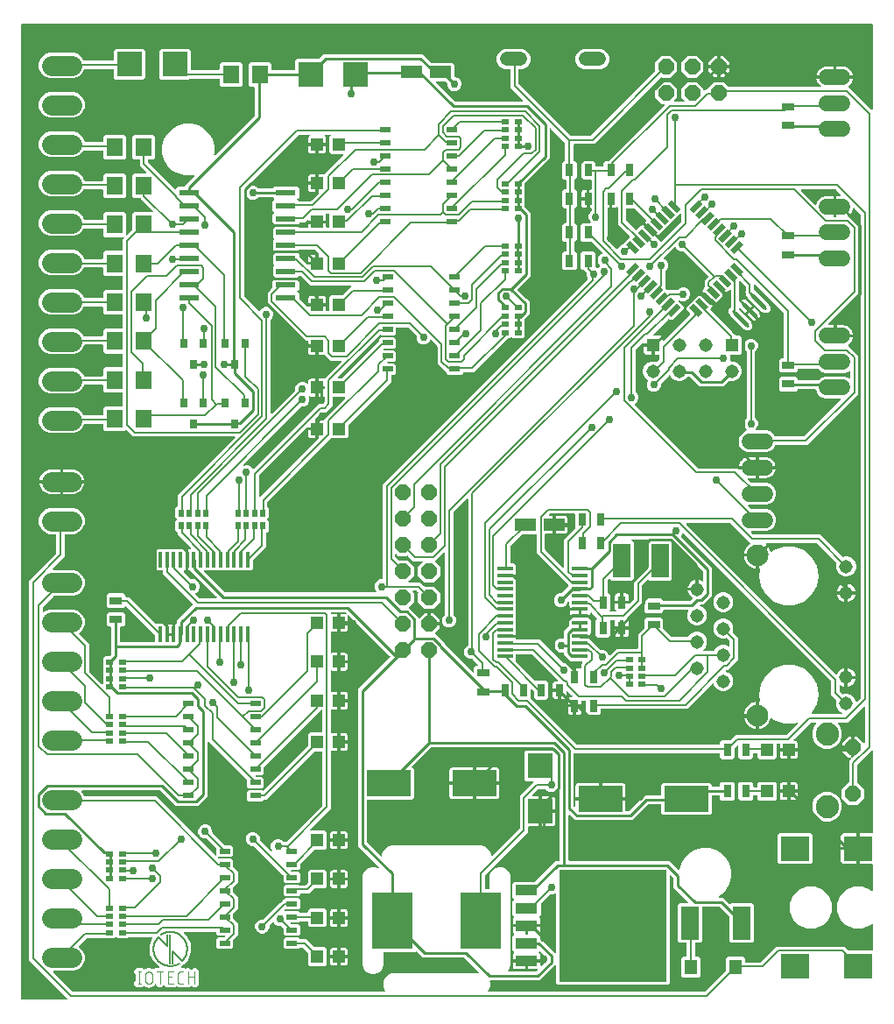
<source format=gbr>
G04 EAGLE Gerber RS-274X export*
G75*
%MOMM*%
%FSLAX34Y34*%
%LPD*%
%INTop Copper*%
%IPPOS*%
%AMOC8*
5,1,8,0,0,1.08239X$1,22.5*%
G01*
%ADD10R,1.200000X1.200000*%
%ADD11R,1.270000X1.470000*%
%ADD12R,0.800000X1.200000*%
%ADD13R,1.780000X3.200000*%
%ADD14R,2.800000X2.400000*%
%ADD15R,1.200000X0.800000*%
%ADD16R,1.308000X1.308000*%
%ADD17C,1.308000*%
%ADD18R,1.500000X0.400000*%
%ADD19R,1.700000X3.300000*%
%ADD20R,2.000000X1.200000*%
%ADD21C,2.100000*%
%ADD22C,1.524000*%
%ADD23R,1.270000X0.558800*%
%ADD24R,0.558800X1.270000*%
%ADD25C,0.450000*%
%ADD26C,0.254000*%
%ADD27R,4.300000X2.500000*%
%ADD28R,4.000000X5.500000*%
%ADD29R,10.410000X10.800000*%
%ADD30R,2.159000X1.066800*%
%ADD31R,2.400000X2.400000*%
%ADD32C,0.127000*%
%ADD33C,0.101600*%
%ADD34P,1.649562X8X112.500000*%
%ADD35C,2.247900*%
%ADD36P,1.632244X8X22.500000*%
%ADD37C,1.320800*%
%ADD38R,1.000000X0.500000*%
%ADD39R,0.400000X1.500000*%
%ADD40C,1.905000*%
%ADD41R,0.650000X0.500000*%
%ADD42R,0.500000X0.650000*%
%ADD43R,1.981200X0.558800*%
%ADD44P,1.632244X8X112.500000*%
%ADD45R,0.802000X0.972000*%
%ADD46R,1.600000X1.800000*%
%ADD47C,0.756400*%
%ADD48C,0.203200*%

G36*
X55038Y10934D02*
X55038Y10934D01*
X55110Y10936D01*
X55158Y10954D01*
X55210Y10962D01*
X55273Y10996D01*
X55341Y11021D01*
X55381Y11053D01*
X55427Y11078D01*
X55477Y11129D01*
X55533Y11174D01*
X55561Y11218D01*
X55597Y11256D01*
X55627Y11321D01*
X55666Y11381D01*
X55678Y11432D01*
X55700Y11479D01*
X55708Y11550D01*
X55726Y11620D01*
X55722Y11672D01*
X55727Y11723D01*
X55712Y11794D01*
X55706Y11865D01*
X55686Y11913D01*
X55675Y11964D01*
X55638Y12025D01*
X55610Y12091D01*
X55565Y12147D01*
X55549Y12175D01*
X55531Y12190D01*
X55505Y12222D01*
X54901Y12826D01*
X18386Y49341D01*
X18386Y416007D01*
X20990Y418611D01*
X44696Y442317D01*
X44749Y442391D01*
X44809Y442460D01*
X44821Y442490D01*
X44840Y442516D01*
X44867Y442603D01*
X44901Y442688D01*
X44905Y442729D01*
X44912Y442751D01*
X44911Y442784D01*
X44919Y442855D01*
X44919Y460115D01*
X44916Y460135D01*
X44918Y460154D01*
X44896Y460256D01*
X44880Y460358D01*
X44870Y460375D01*
X44866Y460395D01*
X44813Y460484D01*
X44764Y460575D01*
X44750Y460589D01*
X44740Y460606D01*
X44661Y460673D01*
X44586Y460745D01*
X44568Y460753D01*
X44553Y460766D01*
X44457Y460805D01*
X44363Y460848D01*
X44343Y460850D01*
X44325Y460858D01*
X44158Y460876D01*
X37974Y460876D01*
X33353Y462791D01*
X29816Y466328D01*
X27901Y470949D01*
X27901Y475951D01*
X29816Y480572D01*
X33353Y484109D01*
X37974Y486024D01*
X62026Y486024D01*
X66647Y484109D01*
X70184Y480572D01*
X72099Y475951D01*
X72099Y470949D01*
X70184Y466328D01*
X66647Y462791D01*
X62026Y460876D01*
X53810Y460876D01*
X53790Y460873D01*
X53771Y460875D01*
X53669Y460853D01*
X53567Y460837D01*
X53550Y460827D01*
X53530Y460823D01*
X53441Y460770D01*
X53350Y460721D01*
X53336Y460707D01*
X53319Y460697D01*
X53252Y460618D01*
X53180Y460543D01*
X53172Y460525D01*
X53159Y460510D01*
X53120Y460414D01*
X53077Y460320D01*
X53075Y460300D01*
X53067Y460282D01*
X53049Y460115D01*
X53049Y439172D01*
X50445Y436568D01*
X41450Y427573D01*
X41408Y427515D01*
X41358Y427463D01*
X41336Y427416D01*
X41306Y427374D01*
X41285Y427305D01*
X41255Y427240D01*
X41249Y427188D01*
X41234Y427138D01*
X41236Y427067D01*
X41228Y426996D01*
X41239Y426945D01*
X41240Y426893D01*
X41265Y426825D01*
X41280Y426755D01*
X41307Y426711D01*
X41325Y426662D01*
X41369Y426606D01*
X41406Y426544D01*
X41446Y426510D01*
X41478Y426470D01*
X41539Y426431D01*
X41593Y426384D01*
X41641Y426365D01*
X41685Y426337D01*
X41755Y426319D01*
X41821Y426292D01*
X41893Y426284D01*
X41924Y426276D01*
X41947Y426278D01*
X41988Y426274D01*
X62026Y426274D01*
X66647Y424359D01*
X70184Y420822D01*
X72099Y416201D01*
X72099Y411199D01*
X70184Y406578D01*
X66647Y403041D01*
X62026Y401126D01*
X42871Y401126D01*
X42781Y401112D01*
X42690Y401104D01*
X42661Y401092D01*
X42629Y401087D01*
X42548Y401044D01*
X42464Y401008D01*
X42432Y400982D01*
X42411Y400971D01*
X42389Y400948D01*
X42333Y400903D01*
X31841Y390411D01*
X31788Y390337D01*
X31729Y390268D01*
X31716Y390238D01*
X31698Y390212D01*
X31671Y390125D01*
X31637Y390040D01*
X31632Y389999D01*
X31625Y389976D01*
X31626Y389944D01*
X31618Y389873D01*
X31618Y386363D01*
X31630Y386292D01*
X31632Y386221D01*
X31650Y386172D01*
X31658Y386120D01*
X31691Y386057D01*
X31716Y385990D01*
X31749Y385949D01*
X31773Y385903D01*
X31825Y385853D01*
X31870Y385798D01*
X31914Y385769D01*
X31951Y385733D01*
X32017Y385703D01*
X32077Y385665D01*
X32127Y385652D01*
X32174Y385630D01*
X32246Y385622D01*
X32315Y385604D01*
X32367Y385609D01*
X32419Y385603D01*
X32489Y385618D01*
X32561Y385624D01*
X32608Y385644D01*
X32659Y385655D01*
X32721Y385692D01*
X32787Y385720D01*
X32843Y385765D01*
X32870Y385781D01*
X32886Y385799D01*
X32918Y385825D01*
X33353Y386260D01*
X37974Y388174D01*
X62026Y388174D01*
X66647Y386259D01*
X70184Y382722D01*
X72099Y378101D01*
X72099Y373099D01*
X70184Y368478D01*
X67040Y365333D01*
X67029Y365317D01*
X67013Y365305D01*
X66957Y365217D01*
X66897Y365134D01*
X66891Y365115D01*
X66880Y365098D01*
X66855Y364997D01*
X66824Y364898D01*
X66825Y364879D01*
X66820Y364859D01*
X66828Y364756D01*
X66831Y364653D01*
X66838Y364634D01*
X66839Y364614D01*
X66879Y364519D01*
X66915Y364422D01*
X66928Y364406D01*
X66935Y364388D01*
X67040Y364257D01*
X76520Y354777D01*
X76520Y328559D01*
X76535Y328469D01*
X76542Y328378D01*
X76555Y328348D01*
X76560Y328316D01*
X76603Y328236D01*
X76638Y328152D01*
X76664Y328120D01*
X76675Y328099D01*
X76698Y328077D01*
X76743Y328021D01*
X88652Y316112D01*
X88710Y316070D01*
X88762Y316021D01*
X88809Y315999D01*
X88851Y315969D01*
X88920Y315948D01*
X88985Y315917D01*
X89037Y315912D01*
X89087Y315896D01*
X89158Y315898D01*
X89229Y315890D01*
X89280Y315901D01*
X89332Y315903D01*
X89400Y315927D01*
X89470Y315942D01*
X89515Y315969D01*
X89563Y315987D01*
X89619Y316032D01*
X89681Y316069D01*
X89715Y316108D01*
X89755Y316141D01*
X89794Y316201D01*
X89841Y316256D01*
X89860Y316304D01*
X89888Y316348D01*
X89906Y316417D01*
X89933Y316484D01*
X89941Y316555D01*
X89949Y316586D01*
X89947Y316609D01*
X89951Y316650D01*
X89951Y340763D01*
X91737Y342549D01*
X95288Y342549D01*
X95378Y342563D01*
X95469Y342571D01*
X95499Y342583D01*
X95531Y342588D01*
X95611Y342631D01*
X95695Y342667D01*
X95727Y342693D01*
X95748Y342704D01*
X95770Y342727D01*
X95826Y342772D01*
X97508Y344454D01*
X97561Y344528D01*
X97621Y344597D01*
X97633Y344627D01*
X97652Y344654D01*
X97679Y344741D01*
X97713Y344825D01*
X97717Y344866D01*
X97724Y344889D01*
X97723Y344921D01*
X97731Y344992D01*
X97731Y370690D01*
X97728Y370710D01*
X97730Y370729D01*
X97708Y370831D01*
X97692Y370933D01*
X97682Y370950D01*
X97678Y370970D01*
X97625Y371059D01*
X97576Y371150D01*
X97562Y371164D01*
X97552Y371181D01*
X97473Y371248D01*
X97398Y371320D01*
X97380Y371328D01*
X97365Y371341D01*
X97269Y371380D01*
X97175Y371423D01*
X97155Y371425D01*
X97137Y371433D01*
X96970Y371451D01*
X95237Y371451D01*
X93451Y373237D01*
X93451Y383763D01*
X95237Y385549D01*
X109763Y385549D01*
X111549Y383763D01*
X111549Y373237D01*
X109763Y371451D01*
X107130Y371451D01*
X107110Y371448D01*
X107091Y371450D01*
X106989Y371428D01*
X106887Y371412D01*
X106870Y371402D01*
X106850Y371398D01*
X106761Y371345D01*
X106670Y371296D01*
X106656Y371282D01*
X106639Y371272D01*
X106572Y371193D01*
X106500Y371118D01*
X106492Y371100D01*
X106479Y371085D01*
X106440Y370989D01*
X106397Y370895D01*
X106395Y370875D01*
X106387Y370857D01*
X106369Y370690D01*
X106369Y357152D01*
X106372Y357133D01*
X106370Y357113D01*
X106392Y357012D01*
X106408Y356910D01*
X106418Y356892D01*
X106422Y356873D01*
X106475Y356784D01*
X106524Y356692D01*
X106538Y356679D01*
X106548Y356662D01*
X106627Y356594D01*
X106702Y356523D01*
X106720Y356515D01*
X106735Y356502D01*
X106831Y356463D01*
X106925Y356419D01*
X106945Y356417D01*
X106963Y356410D01*
X107130Y356391D01*
X139440Y356391D01*
X139460Y356394D01*
X139479Y356392D01*
X139581Y356414D01*
X139683Y356431D01*
X139700Y356440D01*
X139720Y356445D01*
X139809Y356498D01*
X139900Y356546D01*
X139914Y356560D01*
X139931Y356571D01*
X139998Y356649D01*
X140070Y356724D01*
X140078Y356742D01*
X140091Y356758D01*
X140130Y356854D01*
X140173Y356947D01*
X140175Y356967D01*
X140183Y356986D01*
X140201Y357152D01*
X140201Y362965D01*
X140187Y363055D01*
X140179Y363146D01*
X140167Y363175D01*
X140162Y363207D01*
X140119Y363288D01*
X140083Y363372D01*
X140057Y363404D01*
X140046Y363425D01*
X140023Y363447D01*
X139978Y363503D01*
X112435Y391046D01*
X112418Y391058D01*
X112406Y391074D01*
X112319Y391130D01*
X112235Y391190D01*
X112216Y391196D01*
X112199Y391207D01*
X112099Y391232D01*
X112000Y391262D01*
X111980Y391262D01*
X111961Y391267D01*
X111858Y391259D01*
X111754Y391256D01*
X111735Y391249D01*
X111715Y391248D01*
X111621Y391207D01*
X111523Y391172D01*
X111507Y391159D01*
X111489Y391151D01*
X111358Y391046D01*
X109763Y389451D01*
X95237Y389451D01*
X93451Y391237D01*
X93451Y401763D01*
X95237Y403549D01*
X109763Y403549D01*
X111549Y401763D01*
X111549Y400780D01*
X111552Y400760D01*
X111550Y400741D01*
X111572Y400639D01*
X111588Y400537D01*
X111598Y400520D01*
X111602Y400500D01*
X111655Y400411D01*
X111704Y400320D01*
X111718Y400306D01*
X111728Y400289D01*
X111807Y400222D01*
X111882Y400150D01*
X111900Y400142D01*
X111915Y400129D01*
X112011Y400090D01*
X112105Y400047D01*
X112125Y400045D01*
X112143Y400037D01*
X112310Y400019D01*
X114959Y400019D01*
X140795Y374183D01*
X140811Y374171D01*
X140823Y374156D01*
X140911Y374100D01*
X140995Y374039D01*
X141014Y374034D01*
X141030Y374023D01*
X141131Y373998D01*
X141230Y373967D01*
X141250Y373968D01*
X141269Y373963D01*
X141372Y373971D01*
X141476Y373973D01*
X141494Y373980D01*
X141514Y373982D01*
X141609Y374022D01*
X141707Y374058D01*
X141722Y374070D01*
X141740Y374078D01*
X141871Y374183D01*
X141987Y374299D01*
X148513Y374299D01*
X148798Y374014D01*
X148872Y373961D01*
X148941Y373901D01*
X148971Y373889D01*
X148998Y373870D01*
X149085Y373843D01*
X149169Y373809D01*
X149210Y373805D01*
X149233Y373798D01*
X149265Y373799D01*
X149336Y373791D01*
X150751Y373791D01*
X150751Y363988D01*
X150754Y363969D01*
X150752Y363949D01*
X150774Y363847D01*
X150790Y363745D01*
X150800Y363728D01*
X150804Y363708D01*
X150857Y363619D01*
X150906Y363528D01*
X150920Y363514D01*
X150930Y363497D01*
X151009Y363430D01*
X151084Y363359D01*
X151102Y363350D01*
X151117Y363337D01*
X151213Y363299D01*
X151266Y363274D01*
X151267Y363269D01*
X151276Y363252D01*
X151280Y363232D01*
X151333Y363143D01*
X151382Y363052D01*
X151396Y363038D01*
X151406Y363021D01*
X151485Y362954D01*
X151560Y362882D01*
X151578Y362874D01*
X151593Y362861D01*
X151690Y362822D01*
X151783Y362779D01*
X151803Y362777D01*
X151821Y362769D01*
X151988Y362751D01*
X158012Y362751D01*
X158031Y362754D01*
X158051Y362752D01*
X158153Y362774D01*
X158255Y362790D01*
X158272Y362800D01*
X158292Y362804D01*
X158381Y362857D01*
X158472Y362906D01*
X158486Y362920D01*
X158503Y362930D01*
X158570Y363009D01*
X158641Y363084D01*
X158650Y363102D01*
X158663Y363117D01*
X158701Y363213D01*
X158726Y363266D01*
X158731Y363267D01*
X158748Y363276D01*
X158768Y363280D01*
X158857Y363333D01*
X158948Y363382D01*
X158962Y363396D01*
X158979Y363406D01*
X159046Y363485D01*
X159118Y363560D01*
X159126Y363578D01*
X159139Y363593D01*
X159178Y363690D01*
X159221Y363783D01*
X159223Y363803D01*
X159231Y363821D01*
X159249Y363988D01*
X159249Y373791D01*
X160241Y373791D01*
X160261Y373794D01*
X160280Y373792D01*
X160382Y373814D01*
X160484Y373830D01*
X160501Y373840D01*
X160521Y373844D01*
X160610Y373897D01*
X160701Y373946D01*
X160715Y373960D01*
X160732Y373970D01*
X160799Y374049D01*
X160871Y374124D01*
X160879Y374142D01*
X160892Y374157D01*
X160931Y374253D01*
X160974Y374347D01*
X160976Y374367D01*
X160984Y374385D01*
X161002Y374552D01*
X161002Y377333D01*
X175066Y391397D01*
X176713Y393044D01*
X176725Y393060D01*
X176741Y393073D01*
X176797Y393160D01*
X176857Y393244D01*
X176863Y393263D01*
X176874Y393280D01*
X176899Y393380D01*
X176929Y393479D01*
X176929Y393499D01*
X176934Y393518D01*
X176926Y393621D01*
X176923Y393725D01*
X176916Y393744D01*
X176915Y393763D01*
X176874Y393858D01*
X176839Y393956D01*
X176826Y393971D01*
X176818Y393990D01*
X176713Y394121D01*
X147990Y422844D01*
X147990Y424940D01*
X147987Y424960D01*
X147989Y424979D01*
X147967Y425081D01*
X147950Y425183D01*
X147941Y425200D01*
X147936Y425220D01*
X147883Y425309D01*
X147835Y425400D01*
X147821Y425414D01*
X147810Y425431D01*
X147732Y425498D01*
X147657Y425570D01*
X147639Y425578D01*
X147623Y425591D01*
X147527Y425630D01*
X147434Y425673D01*
X147414Y425675D01*
X147395Y425683D01*
X147229Y425701D01*
X141987Y425701D01*
X140201Y427487D01*
X140201Y445013D01*
X141987Y446799D01*
X168013Y446799D01*
X168298Y446514D01*
X168372Y446461D01*
X168441Y446401D01*
X168471Y446389D01*
X168498Y446370D01*
X168585Y446343D01*
X168669Y446309D01*
X168710Y446305D01*
X168733Y446298D01*
X168765Y446299D01*
X168836Y446291D01*
X170251Y446291D01*
X170251Y436488D01*
X170254Y436469D01*
X170252Y436449D01*
X170274Y436347D01*
X170290Y436245D01*
X170291Y436244D01*
X170279Y436217D01*
X170277Y436197D01*
X170269Y436179D01*
X170251Y436012D01*
X170251Y426209D01*
X168836Y426209D01*
X168746Y426195D01*
X168655Y426187D01*
X168625Y426175D01*
X168593Y426170D01*
X168513Y426127D01*
X168429Y426091D01*
X168397Y426065D01*
X168376Y426054D01*
X168354Y426031D01*
X168298Y425986D01*
X167962Y425650D01*
X167950Y425634D01*
X167935Y425622D01*
X167879Y425535D01*
X167818Y425451D01*
X167813Y425432D01*
X167802Y425415D01*
X167777Y425315D01*
X167746Y425216D01*
X167747Y425196D01*
X167742Y425176D01*
X167750Y425073D01*
X167752Y424970D01*
X167759Y424951D01*
X167761Y424931D01*
X167801Y424836D01*
X167837Y424739D01*
X167849Y424723D01*
X167857Y424705D01*
X167962Y424574D01*
X175241Y417295D01*
X175315Y417242D01*
X175385Y417182D01*
X175415Y417170D01*
X175441Y417151D01*
X175528Y417124D01*
X175613Y417090D01*
X175654Y417086D01*
X175676Y417079D01*
X175708Y417080D01*
X175779Y417072D01*
X177905Y417072D01*
X180416Y416032D01*
X182337Y414110D01*
X183377Y411600D01*
X183377Y408882D01*
X182337Y406372D01*
X180416Y404450D01*
X179676Y404144D01*
X179637Y404119D01*
X179594Y404104D01*
X179533Y404055D01*
X179467Y404014D01*
X179437Y403979D01*
X179402Y403950D01*
X179360Y403885D01*
X179310Y403825D01*
X179293Y403782D01*
X179269Y403743D01*
X179250Y403668D01*
X179222Y403595D01*
X179220Y403549D01*
X179209Y403505D01*
X179215Y403427D01*
X179211Y403349D01*
X179224Y403305D01*
X179228Y403259D01*
X179258Y403188D01*
X179280Y403113D01*
X179306Y403075D01*
X179324Y403033D01*
X179409Y402926D01*
X179420Y402911D01*
X179424Y402908D01*
X179429Y402902D01*
X183110Y399221D01*
X183184Y399168D01*
X183253Y399109D01*
X183283Y399097D01*
X183309Y399078D01*
X183397Y399051D01*
X183481Y399017D01*
X183522Y399012D01*
X183545Y399005D01*
X183577Y399006D01*
X183648Y398998D01*
X199233Y398998D01*
X199304Y399010D01*
X199376Y399012D01*
X199425Y399030D01*
X199476Y399038D01*
X199539Y399071D01*
X199607Y399096D01*
X199648Y399129D01*
X199693Y399153D01*
X199743Y399205D01*
X199799Y399250D01*
X199827Y399294D01*
X199863Y399331D01*
X199893Y399396D01*
X199932Y399457D01*
X199945Y399507D01*
X199966Y399554D01*
X199974Y399626D01*
X199992Y399695D01*
X199988Y399747D01*
X199994Y399799D01*
X199978Y399869D01*
X199973Y399940D01*
X199952Y399988D01*
X199941Y400039D01*
X199904Y400101D01*
X199876Y400167D01*
X199832Y400223D01*
X199815Y400250D01*
X199797Y400266D01*
X199772Y400298D01*
X177022Y423048D01*
X177021Y423048D01*
X174083Y425986D01*
X174009Y426039D01*
X173940Y426099D01*
X173910Y426111D01*
X173883Y426130D01*
X173796Y426157D01*
X173712Y426191D01*
X173671Y426195D01*
X173648Y426202D01*
X173616Y426201D01*
X173545Y426209D01*
X172249Y426209D01*
X172249Y436012D01*
X172246Y436031D01*
X172248Y436051D01*
X172226Y436153D01*
X172210Y436255D01*
X172209Y436256D01*
X172221Y436283D01*
X172223Y436303D01*
X172231Y436321D01*
X172249Y436488D01*
X172249Y446291D01*
X173664Y446291D01*
X173754Y446305D01*
X173845Y446313D01*
X173875Y446325D01*
X173907Y446330D01*
X173987Y446373D01*
X174071Y446409D01*
X174103Y446435D01*
X174124Y446446D01*
X174146Y446469D01*
X174202Y446514D01*
X174567Y446879D01*
X174617Y446897D01*
X174657Y446929D01*
X174703Y446954D01*
X174753Y447006D01*
X174809Y447050D01*
X174837Y447094D01*
X174873Y447132D01*
X174903Y447197D01*
X174942Y447257D01*
X174954Y447308D01*
X174976Y447355D01*
X174984Y447426D01*
X175002Y447496D01*
X174998Y447548D01*
X175003Y447599D01*
X174988Y447670D01*
X174982Y447741D01*
X174962Y447789D01*
X174951Y447840D01*
X174914Y447901D01*
X174886Y447967D01*
X174841Y448023D01*
X174825Y448051D01*
X174807Y448066D01*
X174781Y448098D01*
X162277Y460603D01*
X162277Y461690D01*
X162274Y461710D01*
X162276Y461729D01*
X162254Y461831D01*
X162237Y461933D01*
X162228Y461950D01*
X162223Y461970D01*
X162170Y462059D01*
X162122Y462150D01*
X162108Y462164D01*
X162097Y462181D01*
X162019Y462248D01*
X161944Y462320D01*
X161926Y462328D01*
X161910Y462341D01*
X161814Y462380D01*
X161804Y462384D01*
X159951Y464237D01*
X159951Y473263D01*
X161150Y474462D01*
X161162Y474478D01*
X161177Y474490D01*
X161233Y474578D01*
X161294Y474661D01*
X161300Y474680D01*
X161310Y474697D01*
X161336Y474798D01*
X161366Y474897D01*
X161366Y474916D01*
X161370Y474936D01*
X161362Y475039D01*
X161360Y475142D01*
X161353Y475161D01*
X161351Y475181D01*
X161311Y475276D01*
X161275Y475373D01*
X161263Y475389D01*
X161255Y475407D01*
X161150Y475538D01*
X159951Y476737D01*
X159951Y485763D01*
X161789Y487601D01*
X161795Y487602D01*
X161884Y487655D01*
X161976Y487704D01*
X161989Y487718D01*
X162006Y487728D01*
X162074Y487807D01*
X162145Y487882D01*
X162153Y487900D01*
X162166Y487915D01*
X162205Y488011D01*
X162249Y488105D01*
X162251Y488125D01*
X162258Y488143D01*
X162277Y488310D01*
X162277Y498667D01*
X217479Y553870D01*
X217521Y553928D01*
X217571Y553980D01*
X217593Y554027D01*
X217623Y554069D01*
X217644Y554138D01*
X217674Y554203D01*
X217680Y554255D01*
X217695Y554305D01*
X217693Y554376D01*
X217701Y554447D01*
X217690Y554498D01*
X217689Y554550D01*
X217664Y554618D01*
X217649Y554688D01*
X217622Y554733D01*
X217604Y554781D01*
X217560Y554837D01*
X217523Y554899D01*
X217483Y554933D01*
X217451Y554973D01*
X217390Y555012D01*
X217336Y555059D01*
X217288Y555078D01*
X217244Y555106D01*
X217174Y555124D01*
X217108Y555151D01*
X217036Y555159D01*
X217005Y555167D01*
X216982Y555165D01*
X216941Y555169D01*
X118735Y555169D01*
X112396Y561508D01*
X112380Y561520D01*
X112368Y561535D01*
X112281Y561591D01*
X112197Y561652D01*
X112178Y561658D01*
X112161Y561668D01*
X112060Y561694D01*
X111962Y561724D01*
X111942Y561724D01*
X111922Y561728D01*
X111819Y561720D01*
X111716Y561718D01*
X111697Y561711D01*
X111677Y561709D01*
X111582Y561669D01*
X111485Y561633D01*
X111469Y561621D01*
X111451Y561613D01*
X111320Y561508D01*
X110263Y560451D01*
X91737Y560451D01*
X89951Y562237D01*
X89951Y566654D01*
X89949Y566666D01*
X89950Y566675D01*
X89949Y566681D01*
X89950Y566693D01*
X89928Y566795D01*
X89912Y566897D01*
X89902Y566914D01*
X89898Y566934D01*
X89845Y567023D01*
X89796Y567114D01*
X89782Y567128D01*
X89772Y567145D01*
X89693Y567212D01*
X89618Y567284D01*
X89600Y567292D01*
X89585Y567305D01*
X89489Y567344D01*
X89395Y567387D01*
X89375Y567389D01*
X89357Y567397D01*
X89190Y567415D01*
X72138Y567415D01*
X72023Y567396D01*
X71907Y567379D01*
X71901Y567377D01*
X71895Y567376D01*
X71792Y567321D01*
X71688Y567268D01*
X71683Y567263D01*
X71678Y567260D01*
X71598Y567176D01*
X71515Y567092D01*
X71512Y567086D01*
X71508Y567082D01*
X71500Y567065D01*
X71434Y566945D01*
X70184Y563928D01*
X66647Y560391D01*
X62026Y558476D01*
X37974Y558476D01*
X33353Y560391D01*
X29816Y563928D01*
X27901Y568549D01*
X27901Y573551D01*
X29816Y578172D01*
X33353Y581709D01*
X37974Y583624D01*
X62026Y583624D01*
X66647Y581709D01*
X70184Y578172D01*
X71078Y576015D01*
X71140Y575915D01*
X71200Y575815D01*
X71205Y575811D01*
X71208Y575806D01*
X71298Y575731D01*
X71387Y575655D01*
X71393Y575653D01*
X71397Y575649D01*
X71506Y575607D01*
X71615Y575563D01*
X71622Y575562D01*
X71627Y575561D01*
X71645Y575560D01*
X71782Y575545D01*
X89190Y575545D01*
X89210Y575548D01*
X89229Y575546D01*
X89331Y575568D01*
X89433Y575584D01*
X89450Y575594D01*
X89470Y575598D01*
X89559Y575651D01*
X89650Y575700D01*
X89664Y575714D01*
X89681Y575724D01*
X89748Y575803D01*
X89820Y575878D01*
X89828Y575896D01*
X89841Y575911D01*
X89880Y576007D01*
X89923Y576101D01*
X89925Y576121D01*
X89933Y576139D01*
X89951Y576306D01*
X89951Y582763D01*
X91737Y584549D01*
X108450Y584549D01*
X108469Y584552D01*
X108489Y584550D01*
X108590Y584572D01*
X108692Y584588D01*
X108710Y584598D01*
X108729Y584602D01*
X108818Y584655D01*
X108910Y584704D01*
X108923Y584718D01*
X108940Y584728D01*
X109008Y584807D01*
X109079Y584882D01*
X109087Y584900D01*
X109100Y584915D01*
X109139Y585011D01*
X109183Y585105D01*
X109185Y585125D01*
X109192Y585143D01*
X109211Y585310D01*
X109211Y597190D01*
X109208Y597210D01*
X109210Y597229D01*
X109188Y597331D01*
X109171Y597433D01*
X109162Y597450D01*
X109157Y597470D01*
X109104Y597559D01*
X109056Y597650D01*
X109042Y597664D01*
X109031Y597681D01*
X108953Y597748D01*
X108878Y597820D01*
X108860Y597828D01*
X108844Y597841D01*
X108748Y597880D01*
X108655Y597923D01*
X108635Y597925D01*
X108616Y597933D01*
X108450Y597951D01*
X91737Y597951D01*
X89951Y599737D01*
X89951Y604413D01*
X89948Y604432D01*
X89950Y604452D01*
X89928Y604553D01*
X89912Y604655D01*
X89902Y604673D01*
X89898Y604692D01*
X89845Y604781D01*
X89796Y604873D01*
X89782Y604886D01*
X89772Y604903D01*
X89693Y604971D01*
X89618Y605042D01*
X89600Y605050D01*
X89585Y605063D01*
X89489Y605102D01*
X89395Y605146D01*
X89375Y605148D01*
X89357Y605155D01*
X89190Y605174D01*
X71996Y605174D01*
X71882Y605155D01*
X71765Y605138D01*
X71760Y605135D01*
X71754Y605134D01*
X71651Y605080D01*
X71546Y605026D01*
X71542Y605022D01*
X71536Y605019D01*
X71456Y604935D01*
X71374Y604851D01*
X71370Y604844D01*
X71367Y604841D01*
X71359Y604824D01*
X71293Y604704D01*
X70184Y602028D01*
X66647Y598491D01*
X62026Y596576D01*
X37974Y596576D01*
X33353Y598491D01*
X29816Y602028D01*
X27901Y606649D01*
X27901Y611651D01*
X29816Y616272D01*
X33353Y619809D01*
X37974Y621724D01*
X62026Y621724D01*
X66647Y619809D01*
X70184Y616272D01*
X71220Y613773D01*
X71281Y613674D01*
X71341Y613574D01*
X71346Y613569D01*
X71349Y613564D01*
X71439Y613490D01*
X71528Y613414D01*
X71534Y613411D01*
X71539Y613407D01*
X71647Y613366D01*
X71756Y613322D01*
X71764Y613321D01*
X71768Y613319D01*
X71787Y613318D01*
X71923Y613303D01*
X89190Y613303D01*
X89210Y613306D01*
X89229Y613304D01*
X89331Y613326D01*
X89433Y613343D01*
X89450Y613352D01*
X89470Y613357D01*
X89559Y613410D01*
X89650Y613458D01*
X89664Y613472D01*
X89681Y613483D01*
X89748Y613561D01*
X89820Y613636D01*
X89828Y613654D01*
X89841Y613670D01*
X89880Y613766D01*
X89923Y613859D01*
X89925Y613879D01*
X89933Y613898D01*
X89951Y614064D01*
X89951Y620263D01*
X91737Y622049D01*
X108450Y622049D01*
X108469Y622052D01*
X108489Y622050D01*
X108590Y622072D01*
X108692Y622088D01*
X108710Y622098D01*
X108729Y622102D01*
X108818Y622155D01*
X108910Y622204D01*
X108923Y622218D01*
X108940Y622228D01*
X109008Y622307D01*
X109079Y622382D01*
X109087Y622400D01*
X109100Y622415D01*
X109139Y622511D01*
X109183Y622605D01*
X109185Y622625D01*
X109192Y622643D01*
X109211Y622810D01*
X109211Y634690D01*
X109208Y634710D01*
X109210Y634729D01*
X109188Y634831D01*
X109171Y634933D01*
X109162Y634950D01*
X109157Y634970D01*
X109104Y635059D01*
X109056Y635150D01*
X109042Y635164D01*
X109031Y635181D01*
X108953Y635248D01*
X108878Y635320D01*
X108860Y635328D01*
X108844Y635341D01*
X108748Y635380D01*
X108655Y635423D01*
X108635Y635425D01*
X108616Y635433D01*
X108450Y635451D01*
X91737Y635451D01*
X89951Y637237D01*
X89951Y643192D01*
X89948Y643211D01*
X89950Y643231D01*
X89928Y643332D01*
X89912Y643434D01*
X89902Y643452D01*
X89898Y643471D01*
X89845Y643560D01*
X89796Y643652D01*
X89782Y643665D01*
X89772Y643682D01*
X89693Y643750D01*
X89618Y643821D01*
X89600Y643829D01*
X89585Y643842D01*
X89489Y643881D01*
X89395Y643925D01*
X89375Y643927D01*
X89357Y643934D01*
X89190Y643953D01*
X72278Y643953D01*
X72163Y643934D01*
X72047Y643917D01*
X72041Y643914D01*
X72035Y643913D01*
X71932Y643859D01*
X71827Y643805D01*
X71823Y643801D01*
X71817Y643798D01*
X71738Y643714D01*
X71655Y643630D01*
X71652Y643623D01*
X71648Y643620D01*
X71640Y643603D01*
X71574Y643483D01*
X70184Y640128D01*
X66647Y636591D01*
X62026Y634676D01*
X37974Y634676D01*
X33353Y636591D01*
X29816Y640128D01*
X27901Y644749D01*
X27901Y649751D01*
X29816Y654372D01*
X33353Y657909D01*
X37974Y659824D01*
X62026Y659824D01*
X66647Y657909D01*
X70184Y654372D01*
X70938Y652552D01*
X71000Y652453D01*
X71060Y652353D01*
X71065Y652348D01*
X71068Y652343D01*
X71158Y652269D01*
X71247Y652193D01*
X71253Y652190D01*
X71258Y652186D01*
X71366Y652145D01*
X71475Y652101D01*
X71483Y652100D01*
X71487Y652098D01*
X71505Y652097D01*
X71642Y652082D01*
X89190Y652082D01*
X89210Y652085D01*
X89229Y652083D01*
X89331Y652105D01*
X89433Y652122D01*
X89450Y652131D01*
X89470Y652136D01*
X89559Y652189D01*
X89650Y652237D01*
X89664Y652251D01*
X89681Y652262D01*
X89748Y652340D01*
X89820Y652415D01*
X89828Y652433D01*
X89841Y652449D01*
X89880Y652545D01*
X89923Y652638D01*
X89925Y652658D01*
X89933Y652677D01*
X89951Y652843D01*
X89951Y657763D01*
X91737Y659549D01*
X108450Y659549D01*
X108469Y659552D01*
X108489Y659550D01*
X108590Y659572D01*
X108692Y659588D01*
X108710Y659598D01*
X108729Y659602D01*
X108818Y659655D01*
X108910Y659704D01*
X108923Y659718D01*
X108940Y659728D01*
X109008Y659807D01*
X109079Y659882D01*
X109087Y659900D01*
X109100Y659915D01*
X109139Y660011D01*
X109183Y660105D01*
X109185Y660125D01*
X109192Y660143D01*
X109211Y660310D01*
X109211Y672190D01*
X109208Y672210D01*
X109210Y672229D01*
X109188Y672331D01*
X109171Y672433D01*
X109162Y672450D01*
X109157Y672470D01*
X109104Y672559D01*
X109056Y672650D01*
X109042Y672664D01*
X109031Y672681D01*
X108953Y672748D01*
X108878Y672820D01*
X108860Y672828D01*
X108844Y672841D01*
X108748Y672880D01*
X108655Y672923D01*
X108635Y672925D01*
X108616Y672933D01*
X108450Y672951D01*
X91737Y672951D01*
X89951Y674737D01*
X89951Y679930D01*
X89948Y679949D01*
X89950Y679969D01*
X89928Y680070D01*
X89912Y680172D01*
X89902Y680190D01*
X89898Y680209D01*
X89845Y680298D01*
X89796Y680390D01*
X89782Y680403D01*
X89772Y680420D01*
X89693Y680488D01*
X89618Y680559D01*
X89600Y680567D01*
X89585Y680580D01*
X89489Y680619D01*
X89395Y680663D01*
X89375Y680665D01*
X89357Y680672D01*
X89190Y680691D01*
X71713Y680691D01*
X71599Y680672D01*
X71483Y680655D01*
X71477Y680652D01*
X71471Y680651D01*
X71368Y680597D01*
X71263Y680543D01*
X71259Y680539D01*
X71253Y680536D01*
X71173Y680452D01*
X71091Y680368D01*
X71087Y680361D01*
X71084Y680358D01*
X71076Y680341D01*
X71010Y680221D01*
X70184Y678228D01*
X66647Y674691D01*
X62026Y672776D01*
X37974Y672776D01*
X33353Y674691D01*
X29816Y678228D01*
X27901Y682849D01*
X27901Y687851D01*
X29816Y692472D01*
X33353Y696009D01*
X37974Y697924D01*
X62026Y697924D01*
X66647Y696009D01*
X70184Y692472D01*
X71503Y689290D01*
X71564Y689191D01*
X71624Y689091D01*
X71629Y689086D01*
X71632Y689081D01*
X71722Y689007D01*
X71811Y688931D01*
X71817Y688928D01*
X71822Y688924D01*
X71930Y688883D01*
X72039Y688839D01*
X72047Y688838D01*
X72051Y688836D01*
X72070Y688835D01*
X72206Y688820D01*
X89190Y688820D01*
X89210Y688823D01*
X89229Y688821D01*
X89331Y688843D01*
X89433Y688860D01*
X89450Y688869D01*
X89470Y688874D01*
X89559Y688927D01*
X89650Y688975D01*
X89664Y688989D01*
X89681Y689000D01*
X89748Y689078D01*
X89820Y689153D01*
X89828Y689171D01*
X89841Y689187D01*
X89880Y689283D01*
X89923Y689376D01*
X89925Y689396D01*
X89933Y689415D01*
X89951Y689581D01*
X89951Y695263D01*
X91737Y697049D01*
X108450Y697049D01*
X108469Y697052D01*
X108489Y697050D01*
X108590Y697072D01*
X108692Y697088D01*
X108710Y697098D01*
X108729Y697102D01*
X108818Y697155D01*
X108910Y697204D01*
X108923Y697218D01*
X108940Y697228D01*
X109008Y697307D01*
X109079Y697382D01*
X109087Y697400D01*
X109100Y697415D01*
X109139Y697511D01*
X109183Y697605D01*
X109185Y697625D01*
X109192Y697643D01*
X109211Y697810D01*
X109211Y709690D01*
X109208Y709710D01*
X109210Y709729D01*
X109188Y709831D01*
X109171Y709933D01*
X109162Y709950D01*
X109157Y709970D01*
X109104Y710059D01*
X109056Y710150D01*
X109042Y710164D01*
X109031Y710181D01*
X108953Y710248D01*
X108878Y710320D01*
X108860Y710328D01*
X108844Y710341D01*
X108748Y710380D01*
X108655Y710423D01*
X108635Y710425D01*
X108616Y710433D01*
X108450Y710451D01*
X91737Y710451D01*
X89951Y712237D01*
X89951Y717688D01*
X89948Y717708D01*
X89950Y717727D01*
X89928Y717829D01*
X89912Y717931D01*
X89902Y717948D01*
X89898Y717968D01*
X89845Y718057D01*
X89796Y718148D01*
X89782Y718162D01*
X89772Y718179D01*
X89693Y718246D01*
X89618Y718318D01*
X89600Y718326D01*
X89585Y718339D01*
X89489Y718378D01*
X89395Y718421D01*
X89375Y718423D01*
X89357Y718431D01*
X89190Y718449D01*
X71572Y718449D01*
X71457Y718430D01*
X71341Y718413D01*
X71335Y718411D01*
X71329Y718410D01*
X71227Y718355D01*
X71122Y718302D01*
X71117Y718297D01*
X71112Y718294D01*
X71032Y718210D01*
X70950Y718126D01*
X70946Y718120D01*
X70942Y718116D01*
X70935Y718099D01*
X70869Y717979D01*
X70184Y716328D01*
X66647Y712791D01*
X62026Y710876D01*
X37974Y710876D01*
X33353Y712791D01*
X29816Y716328D01*
X27901Y720949D01*
X27901Y725951D01*
X29816Y730572D01*
X33353Y734109D01*
X37974Y736024D01*
X62026Y736024D01*
X66647Y734109D01*
X70184Y730572D01*
X71644Y727049D01*
X71706Y726949D01*
X71766Y726849D01*
X71770Y726845D01*
X71774Y726840D01*
X71864Y726765D01*
X71953Y726689D01*
X71958Y726687D01*
X71963Y726683D01*
X72072Y726641D01*
X72181Y726597D01*
X72188Y726596D01*
X72193Y726595D01*
X72211Y726594D01*
X72347Y726579D01*
X89190Y726579D01*
X89210Y726582D01*
X89229Y726580D01*
X89331Y726602D01*
X89433Y726618D01*
X89450Y726628D01*
X89470Y726632D01*
X89559Y726685D01*
X89650Y726734D01*
X89664Y726748D01*
X89681Y726758D01*
X89748Y726837D01*
X89820Y726912D01*
X89828Y726930D01*
X89841Y726945D01*
X89880Y727041D01*
X89923Y727135D01*
X89925Y727155D01*
X89933Y727173D01*
X89951Y727340D01*
X89951Y732763D01*
X91737Y734549D01*
X108450Y734549D01*
X108469Y734552D01*
X108489Y734550D01*
X108590Y734572D01*
X108692Y734588D01*
X108710Y734598D01*
X108729Y734602D01*
X108818Y734655D01*
X108910Y734704D01*
X108923Y734718D01*
X108940Y734728D01*
X109008Y734807D01*
X109079Y734882D01*
X109087Y734900D01*
X109100Y734915D01*
X109139Y735011D01*
X109183Y735105D01*
X109185Y735125D01*
X109192Y735143D01*
X109211Y735310D01*
X109211Y745628D01*
X110234Y746652D01*
X110276Y746710D01*
X110326Y746762D01*
X110348Y746809D01*
X110378Y746851D01*
X110399Y746920D01*
X110429Y746985D01*
X110435Y747037D01*
X110450Y747087D01*
X110448Y747158D01*
X110456Y747229D01*
X110445Y747280D01*
X110444Y747332D01*
X110419Y747400D01*
X110404Y747470D01*
X110377Y747515D01*
X110359Y747563D01*
X110315Y747619D01*
X110278Y747681D01*
X110238Y747715D01*
X110206Y747755D01*
X110145Y747794D01*
X110091Y747841D01*
X110043Y747860D01*
X109999Y747888D01*
X109929Y747906D01*
X109863Y747933D01*
X109792Y747941D01*
X109760Y747949D01*
X109737Y747947D01*
X109696Y747951D01*
X91737Y747951D01*
X89951Y749737D01*
X89951Y755447D01*
X89949Y755458D01*
X89950Y755465D01*
X89949Y755472D01*
X89950Y755486D01*
X89928Y755587D01*
X89912Y755689D01*
X89902Y755707D01*
X89898Y755726D01*
X89845Y755815D01*
X89796Y755907D01*
X89782Y755920D01*
X89772Y755937D01*
X89693Y756005D01*
X89618Y756076D01*
X89600Y756084D01*
X89585Y756097D01*
X89489Y756136D01*
X89395Y756180D01*
X89375Y756182D01*
X89357Y756189D01*
X89190Y756208D01*
X71431Y756208D01*
X71316Y756189D01*
X71200Y756172D01*
X71194Y756169D01*
X71188Y756168D01*
X71085Y756114D01*
X70980Y756060D01*
X70976Y756056D01*
X70970Y756053D01*
X70891Y755969D01*
X70808Y755885D01*
X70804Y755878D01*
X70801Y755875D01*
X70793Y755858D01*
X70727Y755738D01*
X70184Y754428D01*
X66647Y750891D01*
X62026Y748976D01*
X37974Y748976D01*
X33353Y750891D01*
X29816Y754428D01*
X27901Y759049D01*
X27901Y764051D01*
X29816Y768672D01*
X33353Y772209D01*
X37974Y774124D01*
X62026Y774124D01*
X66647Y772209D01*
X70184Y768672D01*
X71786Y764807D01*
X71847Y764708D01*
X71907Y764608D01*
X71912Y764603D01*
X71915Y764598D01*
X72005Y764524D01*
X72094Y764448D01*
X72100Y764445D01*
X72105Y764441D01*
X72213Y764400D01*
X72322Y764356D01*
X72330Y764355D01*
X72334Y764353D01*
X72353Y764352D01*
X72489Y764337D01*
X89190Y764337D01*
X89210Y764340D01*
X89229Y764338D01*
X89331Y764360D01*
X89433Y764377D01*
X89450Y764386D01*
X89470Y764391D01*
X89559Y764444D01*
X89650Y764492D01*
X89664Y764506D01*
X89681Y764517D01*
X89748Y764595D01*
X89820Y764670D01*
X89828Y764688D01*
X89841Y764704D01*
X89880Y764800D01*
X89923Y764893D01*
X89925Y764913D01*
X89933Y764932D01*
X89951Y765098D01*
X89951Y770263D01*
X91737Y772049D01*
X110263Y772049D01*
X112049Y770263D01*
X112049Y750304D01*
X112060Y750233D01*
X112062Y750161D01*
X112080Y750113D01*
X112088Y750061D01*
X112122Y749998D01*
X112147Y749930D01*
X112179Y749890D01*
X112204Y749844D01*
X112256Y749794D01*
X112300Y749738D01*
X112344Y749710D01*
X112382Y749674D01*
X112447Y749644D01*
X112507Y749605D01*
X112558Y749593D01*
X112605Y749571D01*
X112676Y749563D01*
X112746Y749545D01*
X112798Y749549D01*
X112849Y749544D01*
X112920Y749559D01*
X112991Y749565D01*
X113039Y749585D01*
X113090Y749596D01*
X113151Y749633D01*
X113217Y749661D01*
X113273Y749706D01*
X113301Y749722D01*
X113316Y749740D01*
X113348Y749766D01*
X117728Y754146D01*
X117773Y754208D01*
X117800Y754236D01*
X117805Y754247D01*
X117841Y754289D01*
X117853Y754319D01*
X117872Y754345D01*
X117899Y754433D01*
X117933Y754517D01*
X117937Y754558D01*
X117944Y754581D01*
X117943Y754613D01*
X117951Y754684D01*
X117951Y770263D01*
X119737Y772049D01*
X137795Y772049D01*
X137865Y772060D01*
X137937Y772062D01*
X137986Y772080D01*
X138037Y772088D01*
X138101Y772122D01*
X138168Y772147D01*
X138209Y772179D01*
X138255Y772204D01*
X138304Y772255D01*
X138360Y772300D01*
X138388Y772344D01*
X138424Y772382D01*
X138454Y772447D01*
X138493Y772507D01*
X138506Y772558D01*
X138528Y772605D01*
X138536Y772676D01*
X138553Y772746D01*
X138549Y772798D01*
X138555Y772849D01*
X138540Y772920D01*
X138534Y772991D01*
X138514Y773039D01*
X138503Y773090D01*
X138466Y773151D01*
X138438Y773217D01*
X138393Y773273D01*
X138376Y773301D01*
X138359Y773316D01*
X138333Y773348D01*
X126453Y785228D01*
X126379Y785281D01*
X126309Y785341D01*
X126279Y785353D01*
X126253Y785372D01*
X126166Y785399D01*
X126081Y785433D01*
X126040Y785437D01*
X126018Y785444D01*
X125986Y785443D01*
X125915Y785451D01*
X119737Y785451D01*
X117951Y787237D01*
X117951Y807763D01*
X119737Y809549D01*
X130910Y809549D01*
X130980Y809560D01*
X131052Y809562D01*
X131101Y809580D01*
X131152Y809588D01*
X131216Y809622D01*
X131283Y809647D01*
X131324Y809679D01*
X131370Y809704D01*
X131419Y809756D01*
X131475Y809800D01*
X131503Y809844D01*
X131539Y809882D01*
X131569Y809947D01*
X131608Y810007D01*
X131621Y810058D01*
X131643Y810105D01*
X131651Y810176D01*
X131668Y810246D01*
X131664Y810298D01*
X131670Y810349D01*
X131655Y810420D01*
X131649Y810491D01*
X131629Y810539D01*
X131618Y810590D01*
X131581Y810651D01*
X131553Y810717D01*
X131508Y810773D01*
X131491Y810801D01*
X131474Y810816D01*
X131448Y810848D01*
X125539Y816757D01*
X125539Y822190D01*
X125536Y822210D01*
X125538Y822229D01*
X125516Y822331D01*
X125499Y822433D01*
X125490Y822450D01*
X125485Y822470D01*
X125432Y822559D01*
X125384Y822650D01*
X125370Y822664D01*
X125359Y822681D01*
X125281Y822748D01*
X125206Y822820D01*
X125188Y822828D01*
X125172Y822841D01*
X125076Y822880D01*
X124983Y822923D01*
X124963Y822925D01*
X124944Y822933D01*
X124778Y822951D01*
X119737Y822951D01*
X117951Y824737D01*
X117951Y845263D01*
X119737Y847049D01*
X138263Y847049D01*
X140049Y845263D01*
X140049Y824737D01*
X138263Y822951D01*
X134429Y822951D01*
X134410Y822948D01*
X134390Y822950D01*
X134289Y822928D01*
X134187Y822912D01*
X134169Y822902D01*
X134150Y822898D01*
X134061Y822845D01*
X133969Y822796D01*
X133956Y822782D01*
X133939Y822772D01*
X133871Y822693D01*
X133800Y822618D01*
X133792Y822600D01*
X133779Y822585D01*
X133740Y822489D01*
X133696Y822395D01*
X133694Y822375D01*
X133687Y822357D01*
X133668Y822190D01*
X133668Y820440D01*
X133683Y820350D01*
X133690Y820259D01*
X133703Y820229D01*
X133708Y820197D01*
X133751Y820117D01*
X133786Y820033D01*
X133812Y820001D01*
X133823Y819980D01*
X133846Y819958D01*
X133891Y819902D01*
X159084Y794709D01*
X159101Y794697D01*
X159113Y794681D01*
X159200Y794625D01*
X159284Y794565D01*
X159303Y794559D01*
X159320Y794548D01*
X159420Y794523D01*
X159519Y794493D01*
X159539Y794493D01*
X159558Y794488D01*
X159661Y794496D01*
X159765Y794499D01*
X159784Y794506D01*
X159804Y794507D01*
X159899Y794548D01*
X159996Y794583D01*
X160012Y794596D01*
X160030Y794604D01*
X160161Y794709D01*
X162095Y796643D01*
X168405Y796643D01*
X168425Y796646D01*
X168444Y796644D01*
X168546Y796666D01*
X168648Y796682D01*
X168665Y796692D01*
X168685Y796696D01*
X168774Y796749D01*
X168865Y796798D01*
X168879Y796812D01*
X168896Y796822D01*
X168963Y796901D01*
X169035Y796976D01*
X169043Y796994D01*
X169056Y797009D01*
X169095Y797105D01*
X169138Y797199D01*
X169140Y797219D01*
X169148Y797237D01*
X169166Y797404D01*
X169166Y797779D01*
X177784Y806397D01*
X177812Y806436D01*
X177848Y806469D01*
X177884Y806535D01*
X177928Y806597D01*
X177942Y806643D01*
X177965Y806685D01*
X177978Y806760D01*
X178000Y806832D01*
X177999Y806880D01*
X178007Y806927D01*
X177996Y807002D01*
X177994Y807078D01*
X177977Y807123D01*
X177970Y807170D01*
X177936Y807237D01*
X177910Y807309D01*
X177880Y807346D01*
X177858Y807389D01*
X177803Y807442D01*
X177756Y807501D01*
X177715Y807527D01*
X177681Y807560D01*
X177613Y807593D01*
X177549Y807634D01*
X177502Y807646D01*
X177459Y807666D01*
X177384Y807675D01*
X177310Y807694D01*
X177263Y807690D01*
X177215Y807696D01*
X177087Y807676D01*
X177065Y807675D01*
X177059Y807672D01*
X177049Y807671D01*
X175812Y807339D01*
X169188Y807339D01*
X162788Y809054D01*
X157051Y812366D01*
X152366Y817051D01*
X149054Y822788D01*
X147339Y829188D01*
X147339Y835812D01*
X149054Y842212D01*
X152366Y847949D01*
X157051Y852634D01*
X162788Y855946D01*
X169188Y857661D01*
X175812Y857661D01*
X182212Y855946D01*
X187949Y852634D01*
X192634Y847949D01*
X195946Y842212D01*
X197661Y835812D01*
X197661Y829188D01*
X197329Y827951D01*
X197325Y827903D01*
X197310Y827857D01*
X197312Y827781D01*
X197305Y827706D01*
X197316Y827659D01*
X197317Y827611D01*
X197343Y827540D01*
X197360Y827466D01*
X197385Y827425D01*
X197401Y827380D01*
X197449Y827321D01*
X197488Y827257D01*
X197525Y827226D01*
X197555Y827188D01*
X197619Y827147D01*
X197677Y827099D01*
X197722Y827081D01*
X197762Y827055D01*
X197835Y827037D01*
X197906Y827009D01*
X197954Y827007D01*
X198000Y826995D01*
X198076Y827001D01*
X198152Y826998D01*
X198198Y827011D01*
X198246Y827014D01*
X198315Y827044D01*
X198388Y827065D01*
X198428Y827092D01*
X198472Y827111D01*
X198572Y827191D01*
X198591Y827204D01*
X198595Y827209D01*
X198603Y827216D01*
X236296Y864909D01*
X236349Y864983D01*
X236409Y865052D01*
X236421Y865082D01*
X236440Y865109D01*
X236467Y865196D01*
X236501Y865280D01*
X236505Y865321D01*
X236512Y865344D01*
X236511Y865376D01*
X236519Y865447D01*
X236519Y892190D01*
X236516Y892210D01*
X236518Y892229D01*
X236496Y892331D01*
X236480Y892433D01*
X236470Y892450D01*
X236466Y892470D01*
X236413Y892559D01*
X236364Y892650D01*
X236350Y892664D01*
X236340Y892681D01*
X236261Y892748D01*
X236186Y892820D01*
X236168Y892828D01*
X236153Y892841D01*
X236057Y892880D01*
X235963Y892923D01*
X235943Y892925D01*
X235925Y892933D01*
X235758Y892951D01*
X232237Y892951D01*
X230451Y894737D01*
X230451Y915263D01*
X232237Y917049D01*
X250763Y917049D01*
X252549Y915263D01*
X252549Y910263D01*
X252552Y910244D01*
X252550Y910224D01*
X252572Y910123D01*
X252588Y910021D01*
X252598Y910003D01*
X252602Y909984D01*
X252655Y909895D01*
X252704Y909803D01*
X252718Y909790D01*
X252728Y909773D01*
X252807Y909705D01*
X252882Y909634D01*
X252900Y909626D01*
X252915Y909613D01*
X253011Y909574D01*
X253105Y909530D01*
X253125Y909528D01*
X253143Y909521D01*
X253310Y909502D01*
X274690Y909502D01*
X274710Y909505D01*
X274729Y909503D01*
X274831Y909525D01*
X274933Y909542D01*
X274950Y909551D01*
X274970Y909556D01*
X275059Y909609D01*
X275150Y909657D01*
X275164Y909671D01*
X275181Y909682D01*
X275248Y909760D01*
X275320Y909835D01*
X275328Y909853D01*
X275341Y909869D01*
X275380Y909965D01*
X275423Y910058D01*
X275425Y910078D01*
X275433Y910097D01*
X275451Y910263D01*
X275451Y918263D01*
X277237Y920049D01*
X298264Y920049D01*
X298354Y920063D01*
X298445Y920071D01*
X298475Y920083D01*
X298507Y920088D01*
X298588Y920131D01*
X298672Y920167D01*
X298704Y920193D01*
X298724Y920204D01*
X298747Y920227D01*
X298803Y920272D01*
X303341Y924810D01*
X398763Y924810D01*
X406801Y916772D01*
X406875Y916719D01*
X406945Y916659D01*
X406975Y916647D01*
X407001Y916628D01*
X407088Y916601D01*
X407173Y916567D01*
X407214Y916563D01*
X407236Y916556D01*
X407268Y916557D01*
X407340Y916549D01*
X427763Y916549D01*
X429549Y914763D01*
X429549Y903591D01*
X429552Y903571D01*
X429550Y903552D01*
X429572Y903450D01*
X429588Y903348D01*
X429598Y903331D01*
X429602Y903311D01*
X429655Y903222D01*
X429704Y903131D01*
X429718Y903117D01*
X429728Y903100D01*
X429807Y903033D01*
X429882Y902961D01*
X429900Y902953D01*
X429915Y902940D01*
X430011Y902901D01*
X430105Y902858D01*
X430125Y902856D01*
X430143Y902848D01*
X430310Y902830D01*
X430989Y902830D01*
X433500Y901790D01*
X435421Y899868D01*
X436461Y897358D01*
X436461Y894640D01*
X435421Y892130D01*
X433500Y890208D01*
X430989Y889168D01*
X428272Y889168D01*
X425761Y890208D01*
X423840Y892130D01*
X422800Y894640D01*
X422800Y896407D01*
X422785Y896497D01*
X422778Y896588D01*
X422765Y896618D01*
X422760Y896650D01*
X422717Y896730D01*
X422682Y896814D01*
X422656Y896846D01*
X422645Y896867D01*
X422622Y896889D01*
X422577Y896945D01*
X421294Y898228D01*
X421220Y898281D01*
X421150Y898341D01*
X421120Y898353D01*
X421094Y898372D01*
X421007Y898399D01*
X420922Y898433D01*
X420881Y898437D01*
X420859Y898444D01*
X420827Y898443D01*
X420755Y898451D01*
X412673Y898451D01*
X412602Y898440D01*
X412530Y898438D01*
X412481Y898420D01*
X412430Y898412D01*
X412367Y898378D01*
X412299Y898353D01*
X412259Y898321D01*
X412213Y898296D01*
X412163Y898244D01*
X412107Y898200D01*
X412079Y898156D01*
X412043Y898118D01*
X412013Y898053D01*
X411974Y897993D01*
X411961Y897942D01*
X411940Y897895D01*
X411932Y897824D01*
X411914Y897754D01*
X411918Y897702D01*
X411912Y897651D01*
X411928Y897580D01*
X411933Y897509D01*
X411954Y897461D01*
X411965Y897410D01*
X412002Y897349D01*
X412030Y897283D01*
X412074Y897227D01*
X412091Y897199D01*
X412109Y897184D01*
X412134Y897152D01*
X430176Y879110D01*
X430250Y879057D01*
X430319Y878998D01*
X430349Y878985D01*
X430376Y878967D01*
X430463Y878940D01*
X430547Y878906D01*
X430588Y878901D01*
X430611Y878894D01*
X430643Y878895D01*
X430714Y878887D01*
X495284Y878887D01*
X495354Y878899D01*
X495426Y878901D01*
X495475Y878919D01*
X495526Y878927D01*
X495590Y878961D01*
X495657Y878985D01*
X495698Y879018D01*
X495744Y879042D01*
X495793Y879094D01*
X495849Y879139D01*
X495877Y879183D01*
X495913Y879220D01*
X495943Y879285D01*
X495982Y879346D01*
X495995Y879396D01*
X496017Y879443D01*
X496025Y879515D01*
X496042Y879584D01*
X496038Y879636D01*
X496044Y879688D01*
X496029Y879758D01*
X496023Y879829D01*
X496003Y879877D01*
X495992Y879928D01*
X495955Y879990D01*
X495927Y880056D01*
X495882Y880112D01*
X495865Y880139D01*
X495848Y880155D01*
X495822Y880187D01*
X483734Y892274D01*
X483734Y909586D01*
X483731Y909606D01*
X483733Y909625D01*
X483711Y909727D01*
X483695Y909829D01*
X483685Y909846D01*
X483681Y909866D01*
X483628Y909955D01*
X483579Y910046D01*
X483565Y910060D01*
X483555Y910077D01*
X483476Y910144D01*
X483401Y910216D01*
X483383Y910224D01*
X483368Y910237D01*
X483272Y910276D01*
X483178Y910319D01*
X483158Y910321D01*
X483140Y910329D01*
X482973Y910347D01*
X478376Y910347D01*
X474828Y911817D01*
X472113Y914532D01*
X470643Y918080D01*
X470643Y921920D01*
X472113Y925468D01*
X474828Y928183D01*
X478376Y929653D01*
X495424Y929653D01*
X498972Y928183D01*
X501687Y925468D01*
X503157Y921920D01*
X503157Y918080D01*
X501687Y914532D01*
X498972Y911817D01*
X495424Y910347D01*
X492625Y910347D01*
X492605Y910344D01*
X492586Y910346D01*
X492484Y910324D01*
X492382Y910308D01*
X492365Y910298D01*
X492345Y910294D01*
X492256Y910241D01*
X492165Y910192D01*
X492151Y910178D01*
X492134Y910168D01*
X492067Y910089D01*
X491995Y910014D01*
X491987Y909996D01*
X491974Y909981D01*
X491935Y909885D01*
X491892Y909791D01*
X491890Y909771D01*
X491882Y909753D01*
X491864Y909586D01*
X491864Y895957D01*
X491878Y895867D01*
X491886Y895776D01*
X491898Y895746D01*
X491903Y895714D01*
X491946Y895634D01*
X491982Y895550D01*
X492008Y895518D01*
X492019Y895497D01*
X492042Y895475D01*
X492087Y895419D01*
X541305Y846200D01*
X541379Y846147D01*
X541449Y846088D01*
X541479Y846075D01*
X541505Y846057D01*
X541592Y846030D01*
X541677Y845996D01*
X541718Y845991D01*
X541740Y845984D01*
X541772Y845985D01*
X541843Y845977D01*
X561317Y845977D01*
X561407Y845992D01*
X561498Y845999D01*
X561528Y846012D01*
X561560Y846017D01*
X561640Y846060D01*
X561724Y846095D01*
X561756Y846121D01*
X561777Y846132D01*
X561799Y846155D01*
X561855Y846200D01*
X623788Y908133D01*
X623841Y908207D01*
X623901Y908277D01*
X623913Y908307D01*
X623932Y908333D01*
X623959Y908420D01*
X623993Y908505D01*
X623997Y908546D01*
X624004Y908568D01*
X624003Y908600D01*
X624011Y908671D01*
X624011Y917086D01*
X630214Y923289D01*
X638986Y923289D01*
X645189Y917086D01*
X645189Y908314D01*
X638986Y902111D01*
X630193Y902111D01*
X630161Y902132D01*
X630077Y902192D01*
X630058Y902198D01*
X630041Y902209D01*
X629941Y902234D01*
X629842Y902264D01*
X629822Y902264D01*
X629803Y902269D01*
X629700Y902261D01*
X629596Y902258D01*
X629578Y902251D01*
X629558Y902250D01*
X629463Y902209D01*
X629365Y902174D01*
X629350Y902161D01*
X629331Y902153D01*
X629200Y902048D01*
X565000Y837848D01*
X545691Y837848D01*
X545671Y837845D01*
X545652Y837847D01*
X545550Y837825D01*
X545448Y837808D01*
X545431Y837799D01*
X545411Y837794D01*
X545322Y837741D01*
X545231Y837693D01*
X545217Y837679D01*
X545200Y837668D01*
X545133Y837590D01*
X545061Y837515D01*
X545053Y837497D01*
X545040Y837481D01*
X545001Y837385D01*
X544958Y837292D01*
X544956Y837272D01*
X544948Y837253D01*
X544930Y837087D01*
X544930Y822310D01*
X544933Y822290D01*
X544931Y822271D01*
X544953Y822169D01*
X544969Y822067D01*
X544979Y822050D01*
X544983Y822030D01*
X545036Y821941D01*
X545085Y821850D01*
X545099Y821836D01*
X545109Y821819D01*
X545188Y821752D01*
X545263Y821680D01*
X545281Y821672D01*
X545296Y821659D01*
X545392Y821620D01*
X545486Y821577D01*
X545506Y821575D01*
X545524Y821567D01*
X545691Y821549D01*
X546263Y821549D01*
X548049Y819763D01*
X548049Y805237D01*
X546173Y803362D01*
X546120Y803288D01*
X546061Y803218D01*
X546048Y803188D01*
X546030Y803162D01*
X546003Y803075D01*
X545969Y802990D01*
X545964Y802949D01*
X545957Y802927D01*
X545958Y802895D01*
X545950Y802823D01*
X545950Y794677D01*
X545965Y794587D01*
X545972Y794496D01*
X545985Y794466D01*
X545990Y794434D01*
X546033Y794353D01*
X546068Y794269D01*
X546094Y794237D01*
X546105Y794217D01*
X546128Y794194D01*
X546173Y794138D01*
X548049Y792263D01*
X548049Y777737D01*
X546173Y775862D01*
X546120Y775788D01*
X546061Y775718D01*
X546048Y775688D01*
X546030Y775662D01*
X546003Y775575D01*
X545969Y775490D01*
X545964Y775449D01*
X545957Y775427D01*
X545958Y775395D01*
X545950Y775323D01*
X545950Y762177D01*
X545965Y762087D01*
X545972Y761996D01*
X545985Y761966D01*
X545990Y761934D01*
X546033Y761853D01*
X546068Y761769D01*
X546094Y761737D01*
X546105Y761717D01*
X546128Y761694D01*
X546173Y761638D01*
X548049Y759763D01*
X548049Y745237D01*
X546173Y743362D01*
X546120Y743288D01*
X546061Y743218D01*
X546049Y743188D01*
X546030Y743162D01*
X546003Y743075D01*
X545969Y742990D01*
X545964Y742949D01*
X545957Y742927D01*
X545958Y742895D01*
X545950Y742823D01*
X545950Y734677D01*
X545965Y734587D01*
X545972Y734496D01*
X545985Y734466D01*
X545990Y734434D01*
X546033Y734353D01*
X546068Y734269D01*
X546094Y734237D01*
X546105Y734217D01*
X546128Y734194D01*
X546173Y734138D01*
X548049Y732263D01*
X548049Y717737D01*
X546263Y715951D01*
X535737Y715951D01*
X533951Y717737D01*
X533951Y732263D01*
X535737Y734049D01*
X537060Y734049D01*
X537079Y734052D01*
X537099Y734050D01*
X537200Y734072D01*
X537302Y734088D01*
X537320Y734098D01*
X537339Y734102D01*
X537428Y734155D01*
X537520Y734204D01*
X537533Y734218D01*
X537550Y734228D01*
X537618Y734307D01*
X537689Y734382D01*
X537697Y734400D01*
X537710Y734415D01*
X537749Y734511D01*
X537793Y734605D01*
X537795Y734625D01*
X537802Y734643D01*
X537821Y734810D01*
X537821Y742690D01*
X537818Y742710D01*
X537820Y742729D01*
X537798Y742831D01*
X537781Y742933D01*
X537772Y742950D01*
X537767Y742970D01*
X537714Y743059D01*
X537666Y743150D01*
X537652Y743164D01*
X537641Y743181D01*
X537563Y743248D01*
X537488Y743320D01*
X537470Y743328D01*
X537454Y743341D01*
X537358Y743380D01*
X537265Y743423D01*
X537245Y743425D01*
X537226Y743433D01*
X537060Y743451D01*
X535737Y743451D01*
X533951Y745237D01*
X533951Y759763D01*
X535737Y761549D01*
X537060Y761549D01*
X537079Y761552D01*
X537099Y761550D01*
X537200Y761572D01*
X537302Y761588D01*
X537320Y761598D01*
X537339Y761602D01*
X537428Y761655D01*
X537520Y761704D01*
X537533Y761718D01*
X537550Y761728D01*
X537618Y761807D01*
X537689Y761882D01*
X537697Y761900D01*
X537710Y761915D01*
X537749Y762011D01*
X537793Y762105D01*
X537795Y762125D01*
X537802Y762143D01*
X537821Y762310D01*
X537821Y775190D01*
X537818Y775210D01*
X537820Y775229D01*
X537798Y775331D01*
X537781Y775433D01*
X537772Y775450D01*
X537767Y775470D01*
X537714Y775559D01*
X537666Y775650D01*
X537652Y775664D01*
X537641Y775681D01*
X537563Y775748D01*
X537488Y775820D01*
X537470Y775828D01*
X537454Y775841D01*
X537358Y775880D01*
X537265Y775923D01*
X537245Y775925D01*
X537226Y775933D01*
X537060Y775951D01*
X535737Y775951D01*
X533951Y777737D01*
X533951Y792263D01*
X535737Y794049D01*
X537060Y794049D01*
X537079Y794052D01*
X537099Y794050D01*
X537200Y794072D01*
X537302Y794088D01*
X537320Y794098D01*
X537339Y794102D01*
X537428Y794155D01*
X537520Y794204D01*
X537533Y794218D01*
X537550Y794228D01*
X537618Y794307D01*
X537689Y794382D01*
X537697Y794400D01*
X537710Y794415D01*
X537749Y794511D01*
X537793Y794605D01*
X537795Y794625D01*
X537802Y794643D01*
X537821Y794810D01*
X537821Y802690D01*
X537818Y802710D01*
X537820Y802729D01*
X537798Y802831D01*
X537781Y802933D01*
X537772Y802950D01*
X537767Y802970D01*
X537714Y803059D01*
X537666Y803150D01*
X537652Y803164D01*
X537641Y803181D01*
X537563Y803248D01*
X537488Y803320D01*
X537470Y803328D01*
X537454Y803341D01*
X537358Y803380D01*
X537265Y803423D01*
X537245Y803425D01*
X537226Y803433D01*
X537060Y803451D01*
X535737Y803451D01*
X533951Y805237D01*
X533951Y819763D01*
X535737Y821549D01*
X536039Y821549D01*
X536059Y821552D01*
X536078Y821550D01*
X536180Y821572D01*
X536282Y821588D01*
X536299Y821598D01*
X536319Y821602D01*
X536408Y821655D01*
X536499Y821704D01*
X536513Y821718D01*
X536530Y821728D01*
X536597Y821807D01*
X536669Y821882D01*
X536677Y821900D01*
X536690Y821915D01*
X536729Y822011D01*
X536772Y822105D01*
X536774Y822125D01*
X536782Y822143D01*
X536800Y822310D01*
X536800Y838893D01*
X536786Y838983D01*
X536778Y839074D01*
X536766Y839104D01*
X536761Y839136D01*
X536718Y839216D01*
X536682Y839300D01*
X536656Y839332D01*
X536645Y839353D01*
X536622Y839375D01*
X536577Y839431D01*
X523012Y852997D01*
X522954Y853039D01*
X522902Y853088D01*
X522854Y853110D01*
X522812Y853140D01*
X522744Y853161D01*
X522678Y853192D01*
X522627Y853197D01*
X522577Y853213D01*
X522505Y853211D01*
X522434Y853219D01*
X522383Y853208D01*
X522331Y853206D01*
X522264Y853182D01*
X522194Y853167D01*
X522149Y853140D01*
X522100Y853122D01*
X522044Y853077D01*
X521983Y853040D01*
X521949Y853001D01*
X521908Y852968D01*
X521869Y852908D01*
X521823Y852853D01*
X521803Y852805D01*
X521775Y852761D01*
X521758Y852692D01*
X521731Y852625D01*
X521723Y852554D01*
X521715Y852523D01*
X521717Y852500D01*
X521712Y852459D01*
X521712Y823796D01*
X497772Y799855D01*
X497719Y799781D01*
X497659Y799712D01*
X497647Y799682D01*
X497628Y799655D01*
X497601Y799568D01*
X497567Y799484D01*
X497563Y799443D01*
X497556Y799420D01*
X497557Y799388D01*
X497549Y799317D01*
X497549Y777356D01*
X497563Y777266D01*
X497571Y777175D01*
X497583Y777145D01*
X497588Y777113D01*
X497631Y777032D01*
X497667Y776948D01*
X497693Y776916D01*
X497704Y776896D01*
X497727Y776873D01*
X497772Y776817D01*
X503343Y771246D01*
X503343Y710520D01*
X490873Y698050D01*
X490862Y698034D01*
X490846Y698021D01*
X490790Y697934D01*
X490730Y697850D01*
X490724Y697831D01*
X490713Y697814D01*
X490688Y697714D01*
X490657Y697615D01*
X490658Y697595D01*
X490653Y697576D01*
X490661Y697473D01*
X490664Y697369D01*
X490670Y697351D01*
X490672Y697331D01*
X490712Y697236D01*
X490748Y697138D01*
X490761Y697123D01*
X490768Y697104D01*
X490873Y696973D01*
X499570Y688277D01*
X502323Y685524D01*
X502323Y673782D01*
X497772Y669231D01*
X497719Y669157D01*
X497659Y669088D01*
X497647Y669058D01*
X497628Y669031D01*
X497601Y668944D01*
X497567Y668860D01*
X497563Y668819D01*
X497556Y668796D01*
X497557Y668764D01*
X497549Y668693D01*
X497549Y651737D01*
X495763Y649951D01*
X486737Y649951D01*
X485538Y651150D01*
X485522Y651162D01*
X485510Y651177D01*
X485422Y651233D01*
X485339Y651294D01*
X485320Y651300D01*
X485303Y651310D01*
X485202Y651336D01*
X485103Y651366D01*
X485084Y651366D01*
X485064Y651370D01*
X484961Y651362D01*
X484858Y651360D01*
X484839Y651353D01*
X484819Y651351D01*
X484724Y651311D01*
X484627Y651275D01*
X484611Y651263D01*
X484593Y651255D01*
X484462Y651150D01*
X483263Y649951D01*
X481509Y649951D01*
X481419Y649937D01*
X481328Y649929D01*
X481299Y649917D01*
X481267Y649912D01*
X481186Y649869D01*
X481102Y649833D01*
X481070Y649807D01*
X481049Y649796D01*
X481027Y649773D01*
X480971Y649728D01*
X448663Y617420D01*
X438710Y617420D01*
X438690Y617417D01*
X438671Y617419D01*
X438569Y617397D01*
X438467Y617380D01*
X438450Y617371D01*
X438430Y617366D01*
X438341Y617313D01*
X438250Y617265D01*
X438236Y617251D01*
X438219Y617240D01*
X438152Y617162D01*
X438080Y617087D01*
X438072Y617069D01*
X438059Y617053D01*
X438020Y616957D01*
X437977Y616864D01*
X437975Y616844D01*
X437967Y616825D01*
X437965Y616803D01*
X436163Y615001D01*
X423637Y615001D01*
X421851Y616787D01*
X421851Y617077D01*
X421837Y617167D01*
X421829Y617258D01*
X421817Y617288D01*
X421812Y617320D01*
X421769Y617400D01*
X421733Y617484D01*
X421707Y617517D01*
X421696Y617537D01*
X421673Y617559D01*
X421628Y617615D01*
X419220Y620024D01*
X415924Y623320D01*
X413320Y625924D01*
X413320Y641937D01*
X413305Y642027D01*
X413298Y642118D01*
X413285Y642147D01*
X413280Y642179D01*
X413237Y642260D01*
X413202Y642344D01*
X413176Y642376D01*
X413165Y642397D01*
X413142Y642419D01*
X413097Y642475D01*
X407375Y648197D01*
X407338Y648224D01*
X407307Y648257D01*
X407238Y648295D01*
X407175Y648340D01*
X407131Y648354D01*
X407091Y648376D01*
X407014Y648390D01*
X406940Y648413D01*
X406894Y648411D01*
X406849Y648420D01*
X406772Y648408D01*
X406694Y648406D01*
X406651Y648390D01*
X406606Y648384D01*
X406536Y648349D01*
X406463Y648322D01*
X406427Y648293D01*
X406386Y648272D01*
X406332Y648217D01*
X406271Y648168D01*
X406246Y648129D01*
X406214Y648097D01*
X406148Y647977D01*
X406138Y647961D01*
X406137Y647956D01*
X406133Y647950D01*
X405827Y647210D01*
X403905Y645288D01*
X401395Y644248D01*
X398677Y644248D01*
X396167Y645288D01*
X394245Y647210D01*
X393205Y649720D01*
X393205Y651846D01*
X393191Y651936D01*
X393183Y652027D01*
X393171Y652057D01*
X393166Y652089D01*
X393123Y652169D01*
X393087Y652253D01*
X393061Y652285D01*
X393050Y652306D01*
X393027Y652328D01*
X392982Y652384D01*
X385309Y660058D01*
X385235Y660111D01*
X385165Y660170D01*
X385135Y660183D01*
X385109Y660201D01*
X385022Y660228D01*
X384937Y660262D01*
X384896Y660267D01*
X384874Y660274D01*
X384842Y660273D01*
X384771Y660281D01*
X373910Y660281D01*
X373890Y660278D01*
X373871Y660280D01*
X373769Y660258D01*
X373667Y660241D01*
X373650Y660232D01*
X373630Y660227D01*
X373541Y660174D01*
X373450Y660126D01*
X373436Y660112D01*
X373419Y660101D01*
X373352Y660023D01*
X373280Y659948D01*
X373272Y659930D01*
X373259Y659914D01*
X373220Y659818D01*
X373177Y659725D01*
X373175Y659705D01*
X373167Y659686D01*
X373149Y659520D01*
X373149Y654887D01*
X371363Y653101D01*
X358834Y653101D01*
X358829Y653108D01*
X358742Y653164D01*
X358658Y653224D01*
X358639Y653230D01*
X358622Y653241D01*
X358522Y653266D01*
X358423Y653296D01*
X358403Y653296D01*
X358384Y653301D01*
X358281Y653293D01*
X358177Y653290D01*
X358159Y653283D01*
X358139Y653282D01*
X358044Y653241D01*
X357946Y653206D01*
X357931Y653193D01*
X357912Y653185D01*
X357781Y653080D01*
X317549Y612848D01*
X317507Y612790D01*
X317458Y612738D01*
X317436Y612691D01*
X317406Y612649D01*
X317385Y612580D01*
X317354Y612515D01*
X317349Y612463D01*
X317333Y612413D01*
X317335Y612342D01*
X317327Y612271D01*
X317338Y612220D01*
X317340Y612168D01*
X317364Y612100D01*
X317379Y612030D01*
X317406Y611985D01*
X317424Y611937D01*
X317469Y611881D01*
X317506Y611819D01*
X317545Y611785D01*
X317578Y611745D01*
X317638Y611706D01*
X317693Y611659D01*
X317741Y611640D01*
X317785Y611612D01*
X317854Y611594D01*
X317921Y611567D01*
X317992Y611559D01*
X318023Y611551D01*
X318046Y611553D01*
X318087Y611549D01*
X320766Y611549D01*
X320856Y611563D01*
X320947Y611571D01*
X320976Y611583D01*
X321008Y611588D01*
X321089Y611631D01*
X321173Y611667D01*
X321205Y611693D01*
X321226Y611704D01*
X321248Y611727D01*
X321304Y611772D01*
X356828Y647296D01*
X356881Y647370D01*
X356941Y647440D01*
X356953Y647470D01*
X356972Y647496D01*
X356999Y647583D01*
X357033Y647668D01*
X357037Y647709D01*
X357044Y647731D01*
X357043Y647763D01*
X357051Y647834D01*
X357051Y649713D01*
X358837Y651499D01*
X371363Y651499D01*
X373149Y649713D01*
X373149Y642187D01*
X371363Y640401D01*
X361745Y640401D01*
X361656Y640387D01*
X361565Y640379D01*
X361535Y640367D01*
X361503Y640362D01*
X361422Y640319D01*
X361338Y640283D01*
X361306Y640257D01*
X361285Y640246D01*
X361263Y640223D01*
X361207Y640178D01*
X361127Y640098D01*
X361085Y640040D01*
X361036Y639988D01*
X361014Y639941D01*
X360984Y639899D01*
X360963Y639830D01*
X360932Y639765D01*
X360927Y639713D01*
X360911Y639664D01*
X360913Y639592D01*
X360905Y639521D01*
X360916Y639470D01*
X360918Y639418D01*
X360942Y639350D01*
X360957Y639280D01*
X360984Y639236D01*
X361002Y639187D01*
X361047Y639131D01*
X361084Y639069D01*
X361123Y639035D01*
X361156Y638995D01*
X361216Y638956D01*
X361271Y638909D01*
X361319Y638890D01*
X361363Y638862D01*
X361432Y638844D01*
X361499Y638817D01*
X361570Y638809D01*
X361601Y638801D01*
X361624Y638803D01*
X361665Y638799D01*
X371363Y638799D01*
X373149Y637013D01*
X373149Y629487D01*
X371363Y627701D01*
X365373Y627701D01*
X365284Y627687D01*
X365193Y627679D01*
X365163Y627667D01*
X365131Y627662D01*
X365050Y627619D01*
X364966Y627583D01*
X364934Y627557D01*
X364913Y627546D01*
X364891Y627523D01*
X364835Y627478D01*
X364755Y627398D01*
X364713Y627340D01*
X364664Y627288D01*
X364642Y627241D01*
X364612Y627199D01*
X364591Y627130D01*
X364560Y627065D01*
X364555Y627013D01*
X364539Y626964D01*
X364541Y626892D01*
X364533Y626821D01*
X364544Y626770D01*
X364546Y626718D01*
X364570Y626650D01*
X364585Y626580D01*
X364612Y626536D01*
X364630Y626487D01*
X364675Y626431D01*
X364712Y626369D01*
X364751Y626335D01*
X364784Y626295D01*
X364844Y626256D01*
X364899Y626209D01*
X364947Y626190D01*
X364991Y626162D01*
X365060Y626144D01*
X365127Y626117D01*
X365198Y626109D01*
X365229Y626101D01*
X365252Y626103D01*
X365293Y626099D01*
X371363Y626099D01*
X373149Y624313D01*
X373149Y616787D01*
X371363Y615001D01*
X369144Y615001D01*
X369125Y614998D01*
X369105Y615000D01*
X369004Y614978D01*
X368902Y614962D01*
X368884Y614952D01*
X368865Y614948D01*
X368776Y614895D01*
X368684Y614846D01*
X368671Y614832D01*
X368654Y614822D01*
X368586Y614743D01*
X368515Y614668D01*
X368507Y614650D01*
X368494Y614635D01*
X368455Y614539D01*
X368411Y614445D01*
X368409Y614425D01*
X368402Y614407D01*
X368383Y614240D01*
X368383Y607555D01*
X327272Y566443D01*
X327219Y566369D01*
X327159Y566300D01*
X327147Y566270D01*
X327128Y566244D01*
X327101Y566157D01*
X327067Y566072D01*
X327063Y566031D01*
X327056Y566009D01*
X327057Y565976D01*
X327049Y565905D01*
X327049Y555237D01*
X325263Y553451D01*
X310513Y553451D01*
X310423Y553437D01*
X310332Y553429D01*
X310302Y553417D01*
X310270Y553412D01*
X310190Y553369D01*
X310106Y553333D01*
X310074Y553307D01*
X310053Y553296D01*
X310031Y553273D01*
X309975Y553228D01*
X249208Y492461D01*
X249155Y492387D01*
X249095Y492318D01*
X249083Y492288D01*
X249064Y492262D01*
X249037Y492175D01*
X249003Y492090D01*
X248999Y492049D01*
X248992Y492026D01*
X248993Y491994D01*
X248985Y491923D01*
X248985Y487142D01*
X248999Y487052D01*
X249007Y486961D01*
X249019Y486931D01*
X249024Y486899D01*
X249067Y486819D01*
X249103Y486735D01*
X249129Y486703D01*
X249140Y486682D01*
X249163Y486660D01*
X249208Y486604D01*
X250049Y485763D01*
X250049Y476737D01*
X248850Y475538D01*
X248838Y475522D01*
X248823Y475510D01*
X248767Y475422D01*
X248706Y475339D01*
X248700Y475320D01*
X248690Y475303D01*
X248664Y475202D01*
X248634Y475103D01*
X248634Y475084D01*
X248630Y475064D01*
X248638Y474961D01*
X248640Y474858D01*
X248647Y474839D01*
X248649Y474819D01*
X248689Y474724D01*
X248725Y474627D01*
X248737Y474611D01*
X248745Y474593D01*
X248850Y474462D01*
X250049Y473263D01*
X250049Y464237D01*
X248187Y462376D01*
X248134Y462302D01*
X248075Y462232D01*
X248062Y462202D01*
X248044Y462176D01*
X248017Y462089D01*
X247983Y462004D01*
X247978Y461963D01*
X247971Y461941D01*
X247972Y461909D01*
X247964Y461837D01*
X247964Y448357D01*
X235022Y435414D01*
X234969Y435340D01*
X234909Y435271D01*
X234897Y435241D01*
X234878Y435215D01*
X234851Y435128D01*
X234817Y435043D01*
X234813Y435002D01*
X234806Y434979D01*
X234807Y434947D01*
X234799Y434876D01*
X234799Y427487D01*
X233013Y425701D01*
X188421Y425701D01*
X188350Y425690D01*
X188279Y425688D01*
X188230Y425670D01*
X188178Y425662D01*
X188115Y425628D01*
X188048Y425603D01*
X188007Y425571D01*
X187961Y425546D01*
X187912Y425495D01*
X187856Y425450D01*
X187827Y425406D01*
X187792Y425368D01*
X187761Y425303D01*
X187723Y425243D01*
X187710Y425192D01*
X187688Y425145D01*
X187680Y425074D01*
X187663Y425004D01*
X187667Y424952D01*
X187661Y424901D01*
X187676Y424830D01*
X187682Y424759D01*
X187702Y424711D01*
X187713Y424660D01*
X187750Y424599D01*
X187778Y424533D01*
X187823Y424477D01*
X187839Y424449D01*
X187857Y424434D01*
X187883Y424402D01*
X207707Y404578D01*
X207781Y404525D01*
X207850Y404465D01*
X207880Y404453D01*
X207907Y404434D01*
X207994Y404407D01*
X208078Y404373D01*
X208119Y404369D01*
X208142Y404362D01*
X208174Y404363D01*
X208245Y404355D01*
X353604Y404355D01*
X353675Y404366D01*
X353747Y404368D01*
X353796Y404386D01*
X353847Y404394D01*
X353910Y404428D01*
X353978Y404453D01*
X354018Y404485D01*
X354064Y404510D01*
X354114Y404562D01*
X354170Y404606D01*
X354198Y404650D01*
X354234Y404688D01*
X354264Y404753D01*
X354303Y404813D01*
X354316Y404864D01*
X354337Y404911D01*
X354345Y404982D01*
X354363Y405052D01*
X354359Y405104D01*
X354365Y405155D01*
X354349Y405226D01*
X354344Y405297D01*
X354323Y405345D01*
X354312Y405396D01*
X354276Y405457D01*
X354247Y405523D01*
X354203Y405579D01*
X354186Y405607D01*
X354168Y405622D01*
X354143Y405654D01*
X353425Y406372D01*
X352385Y408882D01*
X352385Y411600D01*
X353425Y414110D01*
X355347Y416032D01*
X357857Y417072D01*
X359493Y417072D01*
X359512Y417075D01*
X359532Y417073D01*
X359633Y417095D01*
X359735Y417111D01*
X359753Y417121D01*
X359772Y417125D01*
X359861Y417178D01*
X359953Y417227D01*
X359966Y417241D01*
X359983Y417251D01*
X360051Y417330D01*
X360122Y417405D01*
X360130Y417423D01*
X360143Y417438D01*
X360182Y417534D01*
X360226Y417628D01*
X360228Y417648D01*
X360235Y417666D01*
X360254Y417833D01*
X360254Y508872D01*
X362858Y511476D01*
X558645Y707264D01*
X558657Y707280D01*
X558672Y707292D01*
X558728Y707379D01*
X558789Y707463D01*
X558795Y707482D01*
X558805Y707499D01*
X558831Y707599D01*
X558861Y707698D01*
X558861Y707718D01*
X558865Y707738D01*
X558857Y707841D01*
X558855Y707944D01*
X558848Y707963D01*
X558846Y707983D01*
X558806Y708078D01*
X558770Y708175D01*
X558758Y708191D01*
X558750Y708209D01*
X558645Y708340D01*
X558546Y708440D01*
X557506Y710950D01*
X557506Y713076D01*
X557491Y713166D01*
X557484Y713257D01*
X557471Y713287D01*
X557466Y713319D01*
X557423Y713399D01*
X557388Y713483D01*
X557362Y713515D01*
X557351Y713536D01*
X557328Y713558D01*
X557283Y713614D01*
X555169Y715728D01*
X555095Y715781D01*
X555025Y715841D01*
X554995Y715853D01*
X554969Y715872D01*
X554882Y715899D01*
X554797Y715933D01*
X554756Y715937D01*
X554734Y715944D01*
X554702Y715943D01*
X554631Y715951D01*
X553737Y715951D01*
X551951Y717737D01*
X551951Y732263D01*
X553737Y734049D01*
X564263Y734049D01*
X566049Y732263D01*
X566049Y719502D01*
X566068Y719387D01*
X566085Y719271D01*
X566087Y719265D01*
X566088Y719259D01*
X566143Y719156D01*
X566196Y719052D01*
X566201Y719047D01*
X566204Y719042D01*
X566288Y718962D01*
X566372Y718880D01*
X566378Y718876D01*
X566382Y718872D01*
X566399Y718865D01*
X566519Y718799D01*
X568037Y718170D01*
X568102Y718154D01*
X568132Y718142D01*
X568170Y718138D01*
X568264Y718115D01*
X568270Y718115D01*
X568276Y718114D01*
X568393Y718125D01*
X568509Y718134D01*
X568515Y718136D01*
X568521Y718137D01*
X568581Y718163D01*
X568583Y718164D01*
X568589Y718167D01*
X568629Y718185D01*
X568735Y718230D01*
X568741Y718235D01*
X568746Y718237D01*
X568760Y718249D01*
X568788Y718273D01*
X568800Y718279D01*
X568813Y718292D01*
X568866Y718335D01*
X570466Y719935D01*
X570478Y719951D01*
X570493Y719963D01*
X570549Y720051D01*
X570610Y720134D01*
X570615Y720153D01*
X570626Y720170D01*
X570652Y720271D01*
X570682Y720370D01*
X570681Y720389D01*
X570686Y720409D01*
X570678Y720512D01*
X570676Y720615D01*
X570669Y720634D01*
X570667Y720654D01*
X570627Y720749D01*
X570591Y720846D01*
X570579Y720862D01*
X570571Y720880D01*
X570466Y721011D01*
X569771Y721706D01*
X568731Y724217D01*
X568731Y726934D01*
X569771Y729445D01*
X571693Y731366D01*
X572433Y731673D01*
X572472Y731697D01*
X572515Y731713D01*
X572575Y731761D01*
X572642Y731802D01*
X572671Y731838D01*
X572707Y731866D01*
X572749Y731932D01*
X572799Y731992D01*
X572815Y732035D01*
X572840Y732073D01*
X572859Y732149D01*
X572887Y732222D01*
X572889Y732267D01*
X572900Y732312D01*
X572894Y732389D01*
X572897Y732467D01*
X572884Y732511D01*
X572881Y732557D01*
X572850Y732629D01*
X572829Y732704D01*
X572802Y732741D01*
X572785Y732783D01*
X572699Y732890D01*
X572688Y732906D01*
X572684Y732909D01*
X572680Y732914D01*
X562366Y743228D01*
X562292Y743281D01*
X562222Y743341D01*
X562192Y743353D01*
X562166Y743372D01*
X562079Y743399D01*
X561994Y743433D01*
X561953Y743437D01*
X561931Y743444D01*
X561899Y743443D01*
X561828Y743451D01*
X553737Y743451D01*
X551951Y745237D01*
X551951Y759763D01*
X553737Y761549D01*
X560747Y761549D01*
X560818Y761560D01*
X560889Y761562D01*
X560938Y761580D01*
X560990Y761588D01*
X561053Y761622D01*
X561120Y761647D01*
X561161Y761679D01*
X561207Y761704D01*
X561256Y761756D01*
X561312Y761800D01*
X561340Y761844D01*
X561376Y761882D01*
X561407Y761947D01*
X561445Y762007D01*
X561458Y762058D01*
X561480Y762105D01*
X561488Y762176D01*
X561505Y762246D01*
X561501Y762298D01*
X561507Y762349D01*
X561492Y762420D01*
X561486Y762491D01*
X561466Y762539D01*
X561455Y762590D01*
X561418Y762651D01*
X561390Y762717D01*
X561345Y762773D01*
X561329Y762801D01*
X561311Y762816D01*
X561285Y762848D01*
X560587Y763547D01*
X559547Y766057D01*
X559547Y768775D01*
X560587Y771285D01*
X562090Y772788D01*
X562143Y772862D01*
X562202Y772932D01*
X562214Y772962D01*
X562233Y772988D01*
X562260Y773075D01*
X562294Y773160D01*
X562299Y773201D01*
X562306Y773223D01*
X562305Y773255D01*
X562313Y773327D01*
X562313Y775698D01*
X562310Y775718D01*
X562312Y775737D01*
X562290Y775839D01*
X562273Y775941D01*
X562264Y775958D01*
X562259Y775978D01*
X562206Y776067D01*
X562158Y776158D01*
X562144Y776172D01*
X562133Y776189D01*
X562055Y776256D01*
X561980Y776328D01*
X561962Y776336D01*
X561946Y776349D01*
X561850Y776388D01*
X561757Y776431D01*
X561737Y776433D01*
X561718Y776441D01*
X561552Y776459D01*
X560523Y776459D01*
X560523Y784238D01*
X560520Y784258D01*
X560522Y784277D01*
X560500Y784379D01*
X560483Y784481D01*
X560474Y784498D01*
X560470Y784518D01*
X560417Y784607D01*
X560368Y784698D01*
X560354Y784712D01*
X560344Y784729D01*
X560265Y784796D01*
X560190Y784867D01*
X560172Y784876D01*
X560157Y784889D01*
X560061Y784928D01*
X559967Y784971D01*
X559947Y784973D01*
X559929Y784981D01*
X559762Y784999D01*
X558999Y784999D01*
X558999Y785001D01*
X559762Y785001D01*
X559782Y785004D01*
X559801Y785002D01*
X559903Y785024D01*
X560005Y785041D01*
X560022Y785050D01*
X560042Y785054D01*
X560131Y785107D01*
X560222Y785156D01*
X560236Y785170D01*
X560253Y785180D01*
X560320Y785259D01*
X560391Y785334D01*
X560400Y785352D01*
X560413Y785367D01*
X560452Y785463D01*
X560495Y785557D01*
X560497Y785577D01*
X560505Y785595D01*
X560523Y785762D01*
X560523Y793541D01*
X561552Y793541D01*
X561571Y793544D01*
X561591Y793542D01*
X561692Y793564D01*
X561794Y793580D01*
X561812Y793590D01*
X561831Y793594D01*
X561920Y793647D01*
X562012Y793696D01*
X562025Y793710D01*
X562042Y793720D01*
X562110Y793799D01*
X562181Y793874D01*
X562189Y793892D01*
X562202Y793907D01*
X562241Y794003D01*
X562285Y794097D01*
X562287Y794117D01*
X562294Y794135D01*
X562313Y794302D01*
X562313Y802690D01*
X562310Y802710D01*
X562312Y802729D01*
X562290Y802831D01*
X562273Y802933D01*
X562264Y802950D01*
X562259Y802970D01*
X562206Y803059D01*
X562158Y803150D01*
X562144Y803164D01*
X562133Y803181D01*
X562055Y803248D01*
X561980Y803320D01*
X561962Y803328D01*
X561946Y803341D01*
X561850Y803380D01*
X561757Y803423D01*
X561737Y803425D01*
X561718Y803433D01*
X561552Y803451D01*
X553737Y803451D01*
X551951Y805237D01*
X551951Y819763D01*
X553737Y821549D01*
X564263Y821549D01*
X566049Y819763D01*
X566049Y817144D01*
X566052Y817124D01*
X566050Y817105D01*
X566072Y817003D01*
X566088Y816901D01*
X566098Y816884D01*
X566102Y816864D01*
X566155Y816775D01*
X566204Y816684D01*
X566218Y816670D01*
X566228Y816653D01*
X566307Y816586D01*
X566382Y816514D01*
X566400Y816506D01*
X566415Y816493D01*
X566511Y816454D01*
X566605Y816411D01*
X566625Y816409D01*
X566643Y816401D01*
X566810Y816383D01*
X573190Y816383D01*
X573210Y816386D01*
X573229Y816384D01*
X573331Y816406D01*
X573433Y816422D01*
X573450Y816432D01*
X573470Y816436D01*
X573559Y816489D01*
X573650Y816538D01*
X573664Y816552D01*
X573681Y816562D01*
X573748Y816641D01*
X573820Y816716D01*
X573828Y816734D01*
X573841Y816749D01*
X573880Y816845D01*
X573923Y816939D01*
X573925Y816959D01*
X573933Y816977D01*
X573951Y817144D01*
X573951Y819763D01*
X575737Y821549D01*
X578729Y821549D01*
X578819Y821563D01*
X578910Y821571D01*
X578940Y821583D01*
X578972Y821588D01*
X579052Y821631D01*
X579136Y821667D01*
X579168Y821693D01*
X579189Y821704D01*
X579211Y821727D01*
X579267Y821772D01*
X580224Y822729D01*
X632907Y875412D01*
X632949Y875470D01*
X632999Y875522D01*
X633021Y875569D01*
X633051Y875611D01*
X633072Y875680D01*
X633102Y875745D01*
X633108Y875797D01*
X633123Y875847D01*
X633121Y875918D01*
X633129Y875989D01*
X633118Y876040D01*
X633117Y876092D01*
X633092Y876160D01*
X633077Y876230D01*
X633050Y876275D01*
X633032Y876323D01*
X632988Y876379D01*
X632951Y876441D01*
X632911Y876475D01*
X632879Y876515D01*
X632818Y876554D01*
X632764Y876601D01*
X632716Y876620D01*
X632672Y876648D01*
X632602Y876666D01*
X632536Y876693D01*
X632464Y876701D01*
X632433Y876709D01*
X632410Y876707D01*
X632369Y876711D01*
X630214Y876711D01*
X624011Y882914D01*
X624011Y891686D01*
X630214Y897889D01*
X638986Y897889D01*
X645189Y891686D01*
X645189Y882914D01*
X642207Y879933D01*
X642166Y879875D01*
X642116Y879823D01*
X642094Y879775D01*
X642064Y879733D01*
X642043Y879665D01*
X642013Y879599D01*
X642007Y879548D01*
X641992Y879498D01*
X641993Y879426D01*
X641986Y879355D01*
X641997Y879304D01*
X641998Y879252D01*
X642023Y879185D01*
X642038Y879115D01*
X642064Y879070D01*
X642082Y879021D01*
X642127Y878965D01*
X642164Y878904D01*
X642204Y878870D01*
X642236Y878829D01*
X642296Y878790D01*
X642351Y878744D01*
X642399Y878724D01*
X642443Y878696D01*
X642512Y878679D01*
X642579Y878652D01*
X642650Y878644D01*
X642682Y878636D01*
X642705Y878638D01*
X642746Y878633D01*
X651854Y878633D01*
X651925Y878645D01*
X651997Y878647D01*
X652046Y878665D01*
X652097Y878673D01*
X652160Y878707D01*
X652228Y878731D01*
X652268Y878764D01*
X652314Y878788D01*
X652364Y878840D01*
X652420Y878885D01*
X652448Y878929D01*
X652484Y878966D01*
X652514Y879031D01*
X652553Y879092D01*
X652565Y879142D01*
X652587Y879189D01*
X652595Y879261D01*
X652613Y879330D01*
X652609Y879382D01*
X652614Y879434D01*
X652599Y879504D01*
X652594Y879575D01*
X652573Y879623D01*
X652562Y879674D01*
X652525Y879736D01*
X652497Y879802D01*
X652453Y879858D01*
X652436Y879885D01*
X652418Y879901D01*
X652393Y879933D01*
X649411Y882914D01*
X649411Y891686D01*
X655614Y897889D01*
X664386Y897889D01*
X670589Y891686D01*
X670589Y890439D01*
X670600Y890368D01*
X670602Y890296D01*
X670620Y890248D01*
X670628Y890196D01*
X670662Y890133D01*
X670687Y890065D01*
X670719Y890025D01*
X670744Y889979D01*
X670796Y889929D01*
X670840Y889873D01*
X670884Y889845D01*
X670922Y889809D01*
X670987Y889779D01*
X671047Y889740D01*
X671098Y889728D01*
X671145Y889706D01*
X671216Y889698D01*
X671286Y889680D01*
X671338Y889684D01*
X671389Y889679D01*
X671460Y889694D01*
X671531Y889700D01*
X671579Y889720D01*
X671630Y889731D01*
X671691Y889768D01*
X671757Y889796D01*
X671813Y889841D01*
X671841Y889857D01*
X671856Y889875D01*
X671888Y889901D01*
X672867Y890879D01*
X674050Y890879D01*
X674070Y890882D01*
X674089Y890880D01*
X674191Y890902D01*
X674293Y890919D01*
X674310Y890928D01*
X674330Y890933D01*
X674419Y890986D01*
X674510Y891034D01*
X674524Y891048D01*
X674541Y891059D01*
X674608Y891137D01*
X674680Y891212D01*
X674688Y891230D01*
X674701Y891246D01*
X674740Y891342D01*
X674783Y891435D01*
X674785Y891455D01*
X674793Y891474D01*
X674811Y891640D01*
X674811Y891686D01*
X681014Y897889D01*
X689786Y897889D01*
X694532Y893143D01*
X694605Y893090D01*
X694675Y893031D01*
X694705Y893018D01*
X694731Y893000D01*
X694818Y892973D01*
X694903Y892939D01*
X694944Y892934D01*
X694966Y892927D01*
X694999Y892928D01*
X695070Y892920D01*
X783436Y892920D01*
X783444Y892922D01*
X783452Y892920D01*
X783566Y892941D01*
X783679Y892960D01*
X783686Y892964D01*
X783694Y892965D01*
X783795Y893021D01*
X783896Y893075D01*
X783902Y893081D01*
X783909Y893085D01*
X783987Y893170D01*
X784066Y893253D01*
X784069Y893261D01*
X784074Y893267D01*
X784121Y893372D01*
X784169Y893476D01*
X784170Y893484D01*
X784173Y893492D01*
X784184Y893607D01*
X784196Y893721D01*
X784195Y893729D01*
X784195Y893737D01*
X784168Y893849D01*
X784144Y893961D01*
X784140Y893968D01*
X784138Y893976D01*
X784077Y894074D01*
X784018Y894172D01*
X784012Y894178D01*
X784008Y894184D01*
X783884Y894297D01*
X783261Y894750D01*
X782130Y895881D01*
X781190Y897175D01*
X780464Y898600D01*
X779969Y900121D01*
X779834Y900977D01*
X796738Y900977D01*
X796758Y900980D01*
X796777Y900978D01*
X796879Y901000D01*
X796981Y901017D01*
X796998Y901026D01*
X797018Y901030D01*
X797107Y901083D01*
X797198Y901132D01*
X797212Y901146D01*
X797229Y901156D01*
X797296Y901235D01*
X797367Y901310D01*
X797376Y901328D01*
X797389Y901343D01*
X797427Y901439D01*
X797471Y901533D01*
X797473Y901553D01*
X797481Y901571D01*
X797499Y901738D01*
X797499Y902501D01*
X797501Y902501D01*
X797501Y901738D01*
X797504Y901718D01*
X797502Y901699D01*
X797524Y901597D01*
X797541Y901495D01*
X797550Y901478D01*
X797554Y901458D01*
X797607Y901369D01*
X797656Y901278D01*
X797670Y901264D01*
X797680Y901247D01*
X797759Y901180D01*
X797834Y901109D01*
X797852Y901100D01*
X797867Y901087D01*
X797963Y901048D01*
X798057Y901005D01*
X798077Y901003D01*
X798095Y900995D01*
X798262Y900977D01*
X815166Y900977D01*
X815031Y900121D01*
X814536Y898600D01*
X813810Y897175D01*
X812870Y895881D01*
X811739Y894750D01*
X810938Y894168D01*
X810882Y894111D01*
X810820Y894061D01*
X810796Y894024D01*
X810765Y893993D01*
X810730Y893921D01*
X810687Y893854D01*
X810676Y893812D01*
X810657Y893772D01*
X810646Y893693D01*
X810627Y893616D01*
X810630Y893572D01*
X810624Y893528D01*
X810640Y893450D01*
X810646Y893371D01*
X810663Y893330D01*
X810672Y893287D01*
X810711Y893217D01*
X810742Y893144D01*
X810779Y893099D01*
X810793Y893073D01*
X810814Y893054D01*
X810847Y893013D01*
X813544Y890316D01*
X832778Y871083D01*
X832836Y871041D01*
X832888Y870991D01*
X832935Y870969D01*
X832977Y870939D01*
X833046Y870918D01*
X833111Y870888D01*
X833163Y870882D01*
X833213Y870867D01*
X833284Y870869D01*
X833355Y870861D01*
X833406Y870872D01*
X833458Y870873D01*
X833526Y870898D01*
X833596Y870913D01*
X833641Y870940D01*
X833689Y870958D01*
X833745Y871002D01*
X833807Y871039D01*
X833841Y871079D01*
X833881Y871111D01*
X833920Y871172D01*
X833967Y871226D01*
X833986Y871274D01*
X834014Y871318D01*
X834032Y871388D01*
X834059Y871454D01*
X834067Y871526D01*
X834075Y871557D01*
X834073Y871580D01*
X834077Y871621D01*
X834077Y953316D01*
X834074Y953336D01*
X834076Y953355D01*
X834054Y953457D01*
X834038Y953559D01*
X834028Y953576D01*
X834024Y953596D01*
X833971Y953685D01*
X833922Y953776D01*
X833908Y953790D01*
X833898Y953807D01*
X833819Y953874D01*
X833744Y953946D01*
X833726Y953954D01*
X833711Y953967D01*
X833615Y954006D01*
X833521Y954049D01*
X833501Y954051D01*
X833483Y954059D01*
X833316Y954077D01*
X11684Y954077D01*
X11664Y954074D01*
X11645Y954076D01*
X11543Y954054D01*
X11441Y954038D01*
X11424Y954028D01*
X11404Y954024D01*
X11315Y953971D01*
X11224Y953922D01*
X11210Y953908D01*
X11193Y953898D01*
X11126Y953819D01*
X11054Y953744D01*
X11046Y953726D01*
X11033Y953711D01*
X10994Y953615D01*
X10951Y953521D01*
X10949Y953501D01*
X10941Y953483D01*
X10923Y953316D01*
X10923Y11684D01*
X10926Y11664D01*
X10924Y11645D01*
X10946Y11543D01*
X10962Y11441D01*
X10972Y11424D01*
X10976Y11404D01*
X11029Y11315D01*
X11078Y11224D01*
X11092Y11210D01*
X11102Y11193D01*
X11181Y11126D01*
X11256Y11054D01*
X11274Y11046D01*
X11289Y11033D01*
X11385Y10994D01*
X11479Y10951D01*
X11499Y10949D01*
X11517Y10941D01*
X11684Y10923D01*
X54967Y10923D01*
X55038Y10934D01*
G37*
G36*
X671621Y18366D02*
X671621Y18366D01*
X671712Y18374D01*
X671742Y18386D01*
X671774Y18391D01*
X671854Y18434D01*
X671938Y18470D01*
X671970Y18496D01*
X671991Y18507D01*
X672013Y18530D01*
X672069Y18575D01*
X691878Y38384D01*
X691931Y38458D01*
X691991Y38527D01*
X692003Y38557D01*
X692022Y38583D01*
X692049Y38670D01*
X692083Y38755D01*
X692087Y38796D01*
X692094Y38818D01*
X692093Y38851D01*
X692101Y38922D01*
X692101Y51113D01*
X693887Y52899D01*
X709113Y52899D01*
X710899Y51113D01*
X710899Y47687D01*
X710902Y47667D01*
X710900Y47648D01*
X710922Y47546D01*
X710938Y47444D01*
X710948Y47427D01*
X710952Y47407D01*
X711005Y47318D01*
X711054Y47227D01*
X711068Y47213D01*
X711078Y47196D01*
X711157Y47129D01*
X711232Y47057D01*
X711250Y47049D01*
X711265Y47036D01*
X711361Y46997D01*
X711455Y46954D01*
X711475Y46952D01*
X711493Y46944D01*
X711660Y46926D01*
X725618Y46926D01*
X725708Y46940D01*
X725799Y46948D01*
X725828Y46960D01*
X725860Y46965D01*
X725941Y47008D01*
X726025Y47044D01*
X726057Y47070D01*
X726078Y47081D01*
X726100Y47104D01*
X726156Y47149D01*
X741240Y62233D01*
X806858Y62233D01*
X810820Y58272D01*
X810894Y58219D01*
X810963Y58159D01*
X810993Y58147D01*
X811019Y58128D01*
X811106Y58101D01*
X811191Y58067D01*
X811232Y58063D01*
X811255Y58056D01*
X811287Y58057D01*
X811358Y58049D01*
X833316Y58049D01*
X833336Y58052D01*
X833355Y58050D01*
X833457Y58072D01*
X833559Y58088D01*
X833576Y58098D01*
X833596Y58102D01*
X833685Y58155D01*
X833776Y58204D01*
X833790Y58218D01*
X833807Y58228D01*
X833874Y58307D01*
X833946Y58382D01*
X833954Y58400D01*
X833967Y58415D01*
X834006Y58511D01*
X834049Y58605D01*
X834051Y58625D01*
X834059Y58643D01*
X834077Y58810D01*
X834077Y83502D01*
X834066Y83572D01*
X834064Y83644D01*
X834046Y83693D01*
X834038Y83744D01*
X834004Y83808D01*
X833979Y83875D01*
X833947Y83916D01*
X833922Y83962D01*
X833870Y84011D01*
X833826Y84067D01*
X833782Y84095D01*
X833744Y84131D01*
X833679Y84161D01*
X833619Y84200D01*
X833568Y84213D01*
X833521Y84235D01*
X833450Y84243D01*
X833380Y84260D01*
X833328Y84256D01*
X833277Y84262D01*
X833206Y84247D01*
X833135Y84241D01*
X833087Y84221D01*
X833036Y84210D01*
X832975Y84173D01*
X832909Y84145D01*
X832853Y84100D01*
X832825Y84083D01*
X832810Y84066D01*
X832778Y84040D01*
X831511Y82773D01*
X824042Y79679D01*
X815958Y79679D01*
X808489Y82773D01*
X802773Y88489D01*
X799679Y95958D01*
X799679Y104042D01*
X802773Y111511D01*
X808489Y117227D01*
X815958Y120321D01*
X824042Y120321D01*
X831511Y117227D01*
X832778Y115960D01*
X832836Y115918D01*
X832888Y115869D01*
X832935Y115847D01*
X832977Y115817D01*
X833046Y115795D01*
X833111Y115765D01*
X833163Y115760D01*
X833213Y115744D01*
X833284Y115746D01*
X833355Y115738D01*
X833406Y115749D01*
X833458Y115751D01*
X833526Y115775D01*
X833596Y115790D01*
X833641Y115817D01*
X833689Y115835D01*
X833745Y115880D01*
X833807Y115917D01*
X833841Y115956D01*
X833881Y115989D01*
X833920Y116049D01*
X833967Y116104D01*
X833986Y116152D01*
X834014Y116196D01*
X834032Y116265D01*
X834059Y116332D01*
X834067Y116403D01*
X834075Y116434D01*
X834073Y116457D01*
X834077Y116498D01*
X834077Y141698D01*
X834074Y141718D01*
X834076Y141737D01*
X834054Y141839D01*
X834038Y141941D01*
X834028Y141958D01*
X834024Y141978D01*
X833971Y142067D01*
X833922Y142158D01*
X833908Y142172D01*
X833898Y142189D01*
X833819Y142256D01*
X833744Y142328D01*
X833726Y142336D01*
X833711Y142349D01*
X833615Y142388D01*
X833521Y142431D01*
X833501Y142433D01*
X833483Y142441D01*
X833316Y142459D01*
X821523Y142459D01*
X821523Y156238D01*
X821520Y156258D01*
X821522Y156277D01*
X821500Y156379D01*
X821483Y156481D01*
X821474Y156498D01*
X821470Y156518D01*
X821417Y156607D01*
X821368Y156698D01*
X821354Y156712D01*
X821344Y156729D01*
X821265Y156796D01*
X821190Y156867D01*
X821172Y156876D01*
X821157Y156889D01*
X821061Y156928D01*
X820967Y156971D01*
X820947Y156973D01*
X820929Y156981D01*
X820762Y156999D01*
X819999Y156999D01*
X819999Y157001D01*
X820762Y157001D01*
X820782Y157004D01*
X820801Y157002D01*
X820903Y157024D01*
X821005Y157041D01*
X821022Y157050D01*
X821042Y157054D01*
X821131Y157107D01*
X821222Y157156D01*
X821236Y157170D01*
X821253Y157180D01*
X821320Y157259D01*
X821391Y157334D01*
X821400Y157352D01*
X821413Y157367D01*
X821452Y157463D01*
X821495Y157557D01*
X821497Y157577D01*
X821505Y157595D01*
X821523Y157762D01*
X821523Y171541D01*
X833316Y171541D01*
X833336Y171544D01*
X833355Y171542D01*
X833457Y171564D01*
X833559Y171580D01*
X833576Y171590D01*
X833596Y171594D01*
X833685Y171647D01*
X833776Y171696D01*
X833790Y171710D01*
X833807Y171720D01*
X833874Y171799D01*
X833946Y171874D01*
X833954Y171892D01*
X833967Y171907D01*
X834006Y172003D01*
X834049Y172097D01*
X834051Y172117D01*
X834059Y172135D01*
X834077Y172302D01*
X834077Y250929D01*
X834066Y251000D01*
X834064Y251072D01*
X834046Y251120D01*
X834038Y251172D01*
X834004Y251235D01*
X833979Y251303D01*
X833947Y251343D01*
X833922Y251389D01*
X833871Y251439D01*
X833826Y251495D01*
X833782Y251523D01*
X833744Y251559D01*
X833679Y251589D01*
X833619Y251628D01*
X833568Y251640D01*
X833521Y251662D01*
X833450Y251670D01*
X833380Y251688D01*
X833328Y251684D01*
X833277Y251689D01*
X833206Y251674D01*
X833135Y251668D01*
X833087Y251648D01*
X833036Y251637D01*
X832975Y251600D01*
X832909Y251572D01*
X832853Y251527D01*
X832825Y251511D01*
X832810Y251493D01*
X832778Y251467D01*
X832148Y250837D01*
X819667Y238357D01*
X819614Y238283D01*
X819555Y238213D01*
X819542Y238183D01*
X819524Y238157D01*
X819497Y238070D01*
X819463Y237985D01*
X819458Y237944D01*
X819451Y237922D01*
X819452Y237890D01*
X819444Y237819D01*
X819444Y220799D01*
X819459Y220709D01*
X819466Y220618D01*
X819479Y220588D01*
X819484Y220556D01*
X819527Y220476D01*
X819562Y220392D01*
X819588Y220360D01*
X819599Y220339D01*
X819622Y220317D01*
X819667Y220261D01*
X825615Y214313D01*
X825615Y205475D01*
X819365Y199225D01*
X810527Y199225D01*
X804277Y205475D01*
X804277Y214313D01*
X810527Y220563D01*
X810554Y220563D01*
X810573Y220566D01*
X810593Y220564D01*
X810694Y220586D01*
X810796Y220602D01*
X810814Y220612D01*
X810833Y220616D01*
X810922Y220669D01*
X811014Y220718D01*
X811027Y220732D01*
X811044Y220742D01*
X811112Y220821D01*
X811183Y220896D01*
X811191Y220914D01*
X811204Y220929D01*
X811243Y221025D01*
X811287Y221119D01*
X811289Y221139D01*
X811296Y221157D01*
X811315Y221324D01*
X811315Y241501D01*
X813459Y243646D01*
X813501Y243704D01*
X813551Y243756D01*
X813573Y243803D01*
X813603Y243845D01*
X813624Y243914D01*
X813654Y243979D01*
X813660Y244031D01*
X813675Y244081D01*
X813673Y244152D01*
X813681Y244223D01*
X813670Y244274D01*
X813669Y244326D01*
X813644Y244394D01*
X813629Y244464D01*
X813602Y244509D01*
X813584Y244557D01*
X813540Y244613D01*
X813503Y244675D01*
X813463Y244709D01*
X813431Y244749D01*
X813370Y244788D01*
X813316Y244835D01*
X813268Y244854D01*
X813224Y244882D01*
X813154Y244900D01*
X813088Y244927D01*
X813016Y244935D01*
X812985Y244943D01*
X812962Y244941D01*
X812921Y244945D01*
X810737Y244945D01*
X804785Y250897D01*
X804785Y253583D01*
X813423Y253583D01*
X813423Y245447D01*
X813434Y245376D01*
X813436Y245305D01*
X813454Y245256D01*
X813463Y245204D01*
X813496Y245141D01*
X813521Y245074D01*
X813553Y245033D01*
X813578Y244987D01*
X813629Y244938D01*
X813674Y244881D01*
X813718Y244853D01*
X813756Y244817D01*
X813821Y244787D01*
X813881Y244748D01*
X813932Y244736D01*
X813979Y244714D01*
X814050Y244706D01*
X814120Y244688D01*
X814172Y244692D01*
X814223Y244687D01*
X814294Y244702D01*
X814365Y244708D01*
X814413Y244728D01*
X814464Y244739D01*
X814525Y244776D01*
X814591Y244804D01*
X814647Y244849D01*
X814675Y244865D01*
X814690Y244883D01*
X814722Y244909D01*
X816246Y246433D01*
X816299Y246507D01*
X816359Y246576D01*
X816371Y246606D01*
X816390Y246632D01*
X816417Y246719D01*
X816451Y246804D01*
X816455Y246845D01*
X816462Y246867D01*
X816461Y246900D01*
X816469Y246971D01*
X816469Y254344D01*
X816466Y254364D01*
X816468Y254383D01*
X816446Y254485D01*
X816429Y254587D01*
X816420Y254604D01*
X816416Y254624D01*
X816363Y254713D01*
X816314Y254804D01*
X816300Y254818D01*
X816290Y254835D01*
X816211Y254902D01*
X816136Y254973D01*
X816118Y254982D01*
X816103Y254995D01*
X816007Y255033D01*
X815913Y255077D01*
X815893Y255079D01*
X815875Y255087D01*
X815708Y255105D01*
X814945Y255105D01*
X814945Y255107D01*
X815708Y255107D01*
X815728Y255110D01*
X815747Y255108D01*
X815849Y255130D01*
X815951Y255147D01*
X815968Y255156D01*
X815988Y255160D01*
X816077Y255213D01*
X816168Y255262D01*
X816182Y255276D01*
X816199Y255286D01*
X816266Y255365D01*
X816337Y255440D01*
X816346Y255458D01*
X816359Y255473D01*
X816398Y255569D01*
X816441Y255663D01*
X816443Y255683D01*
X816451Y255701D01*
X816469Y255868D01*
X816469Y265267D01*
X819155Y265267D01*
X825323Y259099D01*
X825381Y259057D01*
X825433Y259007D01*
X825480Y258986D01*
X825522Y258955D01*
X825591Y258934D01*
X825656Y258904D01*
X825708Y258898D01*
X825758Y258883D01*
X825829Y258885D01*
X825900Y258877D01*
X825951Y258888D01*
X826003Y258889D01*
X826071Y258914D01*
X826141Y258929D01*
X826186Y258956D01*
X826234Y258974D01*
X826290Y259018D01*
X826352Y259055D01*
X826386Y259095D01*
X826426Y259127D01*
X826465Y259188D01*
X826512Y259242D01*
X826531Y259290D01*
X826559Y259334D01*
X826577Y259404D01*
X826604Y259470D01*
X826612Y259542D01*
X826620Y259573D01*
X826618Y259596D01*
X826622Y259637D01*
X826622Y293479D01*
X826611Y293549D01*
X826609Y293621D01*
X826591Y293670D01*
X826583Y293721D01*
X826549Y293785D01*
X826524Y293852D01*
X826492Y293893D01*
X826467Y293939D01*
X826415Y293988D01*
X826371Y294044D01*
X826327Y294072D01*
X826289Y294108D01*
X826224Y294138D01*
X826164Y294177D01*
X826113Y294190D01*
X826066Y294212D01*
X825995Y294220D01*
X825925Y294237D01*
X825873Y294233D01*
X825822Y294239D01*
X825751Y294224D01*
X825680Y294218D01*
X825632Y294198D01*
X825581Y294187D01*
X825520Y294150D01*
X825454Y294122D01*
X825398Y294077D01*
X825370Y294060D01*
X825355Y294043D01*
X825323Y294017D01*
X812524Y281218D01*
X809920Y278614D01*
X801037Y278614D01*
X800966Y278602D01*
X800894Y278600D01*
X800845Y278582D01*
X800794Y278574D01*
X800731Y278540D01*
X800663Y278516D01*
X800623Y278483D01*
X800577Y278459D01*
X800527Y278407D01*
X800471Y278362D01*
X800443Y278318D01*
X800407Y278281D01*
X800377Y278216D01*
X800338Y278155D01*
X800325Y278105D01*
X800304Y278058D01*
X800296Y277986D01*
X800278Y277917D01*
X800282Y277865D01*
X800276Y277813D01*
X800292Y277743D01*
X800297Y277672D01*
X800318Y277624D01*
X800329Y277573D01*
X800365Y277511D01*
X800394Y277445D01*
X800438Y277389D01*
X800455Y277362D01*
X800473Y277346D01*
X800498Y277314D01*
X802167Y275646D01*
X804342Y270394D01*
X804342Y264710D01*
X802167Y259458D01*
X798148Y255439D01*
X792896Y253264D01*
X787212Y253264D01*
X781960Y255439D01*
X777941Y259458D01*
X775766Y264710D01*
X775766Y270394D01*
X777941Y275646D01*
X779610Y277314D01*
X779651Y277372D01*
X779701Y277424D01*
X779723Y277472D01*
X779753Y277514D01*
X779774Y277582D01*
X779804Y277648D01*
X779810Y277699D01*
X779826Y277749D01*
X779824Y277821D01*
X779832Y277892D01*
X779821Y277943D01*
X779819Y277995D01*
X779795Y278062D01*
X779779Y278132D01*
X779753Y278177D01*
X779735Y278226D01*
X779690Y278282D01*
X779653Y278343D01*
X779614Y278377D01*
X779581Y278418D01*
X779521Y278457D01*
X779466Y278503D01*
X779418Y278523D01*
X779374Y278551D01*
X779305Y278568D01*
X779238Y278595D01*
X779167Y278603D01*
X779136Y278611D01*
X779112Y278609D01*
X779071Y278614D01*
X774517Y278614D01*
X774427Y278599D01*
X774336Y278592D01*
X774307Y278579D01*
X774275Y278574D01*
X774194Y278531D01*
X774110Y278496D01*
X774078Y278470D01*
X774057Y278459D01*
X774035Y278436D01*
X773979Y278391D01*
X757929Y262340D01*
X757887Y262282D01*
X757837Y262230D01*
X757815Y262183D01*
X757785Y262141D01*
X757764Y262072D01*
X757734Y262007D01*
X757728Y261955D01*
X757713Y261905D01*
X757715Y261834D01*
X757707Y261763D01*
X757718Y261712D01*
X757719Y261660D01*
X757744Y261592D01*
X757759Y261522D01*
X757786Y261477D01*
X757804Y261429D01*
X757848Y261373D01*
X757885Y261311D01*
X757925Y261277D01*
X757957Y261237D01*
X758018Y261198D01*
X758072Y261151D01*
X758120Y261132D01*
X758164Y261104D01*
X758234Y261086D01*
X758300Y261059D01*
X758372Y261051D01*
X758403Y261043D01*
X758426Y261045D01*
X758467Y261041D01*
X759334Y261041D01*
X759981Y260868D01*
X760560Y260533D01*
X761033Y260060D01*
X761368Y259481D01*
X761541Y258834D01*
X761541Y254023D01*
X753762Y254023D01*
X753742Y254020D01*
X753723Y254022D01*
X753621Y254000D01*
X753519Y253983D01*
X753502Y253974D01*
X753482Y253970D01*
X753393Y253917D01*
X753302Y253868D01*
X753288Y253854D01*
X753271Y253844D01*
X753204Y253765D01*
X753133Y253690D01*
X753124Y253672D01*
X753111Y253657D01*
X753072Y253561D01*
X753029Y253467D01*
X753027Y253447D01*
X753019Y253429D01*
X753001Y253262D01*
X753001Y252499D01*
X752999Y252499D01*
X752999Y253262D01*
X752996Y253282D01*
X752998Y253301D01*
X752976Y253403D01*
X752959Y253505D01*
X752950Y253522D01*
X752946Y253542D01*
X752893Y253631D01*
X752844Y253722D01*
X752830Y253736D01*
X752820Y253753D01*
X752741Y253820D01*
X752666Y253891D01*
X752648Y253900D01*
X752633Y253913D01*
X752537Y253952D01*
X752443Y253995D01*
X752423Y253997D01*
X752405Y254005D01*
X752238Y254023D01*
X744459Y254023D01*
X744459Y257443D01*
X744456Y257462D01*
X744458Y257482D01*
X744436Y257583D01*
X744420Y257685D01*
X744410Y257703D01*
X744406Y257722D01*
X744353Y257811D01*
X744304Y257903D01*
X744290Y257916D01*
X744280Y257933D01*
X744201Y258001D01*
X744126Y258072D01*
X744108Y258080D01*
X744093Y258093D01*
X743997Y258132D01*
X743903Y258176D01*
X743883Y258178D01*
X743865Y258185D01*
X743698Y258204D01*
X741810Y258204D01*
X741790Y258201D01*
X741771Y258203D01*
X741669Y258181D01*
X741567Y258164D01*
X741550Y258155D01*
X741530Y258150D01*
X741441Y258097D01*
X741350Y258049D01*
X741336Y258035D01*
X741319Y258024D01*
X741252Y257946D01*
X741180Y257871D01*
X741172Y257853D01*
X741159Y257837D01*
X741120Y257741D01*
X741077Y257648D01*
X741075Y257628D01*
X741067Y257609D01*
X741049Y257443D01*
X741049Y245237D01*
X739263Y243451D01*
X724737Y243451D01*
X722951Y245237D01*
X722951Y248258D01*
X722948Y248278D01*
X722950Y248297D01*
X722928Y248399D01*
X722912Y248501D01*
X722902Y248518D01*
X722898Y248538D01*
X722845Y248627D01*
X722796Y248718D01*
X722782Y248732D01*
X722772Y248749D01*
X722693Y248816D01*
X722618Y248888D01*
X722600Y248896D01*
X722585Y248909D01*
X722489Y248948D01*
X722395Y248991D01*
X722375Y248993D01*
X722357Y249001D01*
X722190Y249019D01*
X719310Y249019D01*
X719290Y249016D01*
X719271Y249018D01*
X719169Y248996D01*
X719067Y248980D01*
X719050Y248970D01*
X719030Y248966D01*
X718941Y248913D01*
X718850Y248864D01*
X718836Y248850D01*
X718819Y248840D01*
X718752Y248761D01*
X718680Y248686D01*
X718672Y248668D01*
X718659Y248653D01*
X718620Y248557D01*
X718577Y248463D01*
X718575Y248443D01*
X718567Y248425D01*
X718549Y248258D01*
X718549Y245237D01*
X716763Y243451D01*
X706237Y243451D01*
X704451Y245237D01*
X704451Y256009D01*
X704440Y256080D01*
X704438Y256152D01*
X704420Y256200D01*
X704412Y256252D01*
X704378Y256315D01*
X704353Y256383D01*
X704321Y256423D01*
X704296Y256469D01*
X704244Y256519D01*
X704200Y256575D01*
X704156Y256603D01*
X704118Y256639D01*
X704053Y256669D01*
X703993Y256708D01*
X703942Y256720D01*
X703895Y256742D01*
X703824Y256750D01*
X703754Y256768D01*
X703702Y256764D01*
X703651Y256769D01*
X703580Y256754D01*
X703509Y256748D01*
X703461Y256728D01*
X703410Y256717D01*
X703349Y256680D01*
X703283Y256652D01*
X703227Y256607D01*
X703199Y256591D01*
X703184Y256573D01*
X703152Y256547D01*
X700772Y254167D01*
X700719Y254093D01*
X700659Y254024D01*
X700647Y253994D01*
X700628Y253968D01*
X700601Y253880D01*
X700567Y253796D01*
X700563Y253755D01*
X700556Y253732D01*
X700557Y253700D01*
X700549Y253629D01*
X700549Y245237D01*
X698763Y243451D01*
X688237Y243451D01*
X686451Y245237D01*
X686451Y248258D01*
X686448Y248278D01*
X686450Y248297D01*
X686428Y248399D01*
X686412Y248501D01*
X686402Y248518D01*
X686398Y248538D01*
X686345Y248627D01*
X686296Y248718D01*
X686282Y248732D01*
X686272Y248749D01*
X686193Y248816D01*
X686118Y248888D01*
X686100Y248896D01*
X686085Y248909D01*
X685989Y248948D01*
X685895Y248991D01*
X685875Y248993D01*
X685857Y249001D01*
X685690Y249019D01*
X545945Y249019D01*
X545925Y249016D01*
X545906Y249018D01*
X545804Y248996D01*
X545702Y248980D01*
X545685Y248970D01*
X545665Y248966D01*
X545576Y248913D01*
X545485Y248864D01*
X545471Y248850D01*
X545454Y248840D01*
X545387Y248761D01*
X545315Y248686D01*
X545307Y248668D01*
X545294Y248653D01*
X545255Y248557D01*
X545212Y248463D01*
X545210Y248443D01*
X545202Y248425D01*
X545184Y248258D01*
X545184Y198040D01*
X545198Y197950D01*
X545206Y197859D01*
X545218Y197829D01*
X545223Y197797D01*
X545266Y197717D01*
X545302Y197633D01*
X545328Y197601D01*
X545339Y197580D01*
X545362Y197558D01*
X545407Y197502D01*
X545660Y197249D01*
X545718Y197207D01*
X545770Y197158D01*
X545817Y197136D01*
X545859Y197105D01*
X545928Y197084D01*
X545993Y197054D01*
X546045Y197048D01*
X546095Y197033D01*
X546166Y197035D01*
X546237Y197027D01*
X546288Y197038D01*
X546340Y197039D01*
X546408Y197064D01*
X546478Y197079D01*
X546523Y197106D01*
X546571Y197124D01*
X546627Y197169D01*
X546689Y197205D01*
X546723Y197245D01*
X546763Y197277D01*
X546802Y197338D01*
X546849Y197392D01*
X546868Y197441D01*
X546896Y197484D01*
X546914Y197554D01*
X546941Y197620D01*
X546949Y197692D01*
X546957Y197723D01*
X546955Y197746D01*
X546959Y197787D01*
X546959Y203477D01*
X570238Y203477D01*
X570258Y203480D01*
X570277Y203478D01*
X570379Y203500D01*
X570481Y203517D01*
X570498Y203526D01*
X570518Y203530D01*
X570607Y203583D01*
X570698Y203632D01*
X570712Y203646D01*
X570729Y203656D01*
X570796Y203735D01*
X570867Y203810D01*
X570876Y203828D01*
X570889Y203843D01*
X570928Y203939D01*
X570971Y204033D01*
X570973Y204053D01*
X570981Y204071D01*
X570999Y204238D01*
X570999Y205001D01*
X571001Y205001D01*
X571001Y204238D01*
X571004Y204218D01*
X571002Y204199D01*
X571024Y204097D01*
X571041Y203995D01*
X571050Y203978D01*
X571054Y203958D01*
X571107Y203869D01*
X571156Y203778D01*
X571170Y203764D01*
X571180Y203747D01*
X571259Y203680D01*
X571334Y203609D01*
X571352Y203600D01*
X571367Y203587D01*
X571463Y203548D01*
X571557Y203505D01*
X571577Y203503D01*
X571595Y203495D01*
X571762Y203477D01*
X595041Y203477D01*
X595041Y193872D01*
X595044Y193853D01*
X595042Y193833D01*
X595064Y193732D01*
X595080Y193630D01*
X595090Y193612D01*
X595094Y193593D01*
X595147Y193504D01*
X595196Y193412D01*
X595210Y193399D01*
X595220Y193382D01*
X595299Y193314D01*
X595374Y193243D01*
X595392Y193235D01*
X595407Y193222D01*
X595503Y193183D01*
X595597Y193139D01*
X595617Y193137D01*
X595635Y193130D01*
X595802Y193111D01*
X597950Y193111D01*
X598040Y193126D01*
X598131Y193133D01*
X598161Y193146D01*
X598193Y193151D01*
X598273Y193194D01*
X598357Y193229D01*
X598389Y193255D01*
X598410Y193266D01*
X598432Y193289D01*
X598488Y193334D01*
X613573Y208419D01*
X628690Y208419D01*
X628710Y208422D01*
X628729Y208420D01*
X628831Y208442D01*
X628933Y208458D01*
X628950Y208468D01*
X628970Y208472D01*
X629059Y208525D01*
X629150Y208574D01*
X629164Y208588D01*
X629181Y208598D01*
X629248Y208677D01*
X629320Y208752D01*
X629328Y208770D01*
X629341Y208785D01*
X629380Y208881D01*
X629423Y208975D01*
X629425Y208995D01*
X629433Y209013D01*
X629451Y209180D01*
X629451Y218763D01*
X631237Y220549D01*
X676763Y220549D01*
X678549Y218763D01*
X678549Y217344D01*
X678552Y217324D01*
X678550Y217305D01*
X678572Y217203D01*
X678588Y217101D01*
X678598Y217084D01*
X678602Y217064D01*
X678655Y216975D01*
X678704Y216884D01*
X678718Y216870D01*
X678728Y216853D01*
X678807Y216786D01*
X678882Y216714D01*
X678900Y216706D01*
X678915Y216693D01*
X679011Y216654D01*
X679105Y216611D01*
X679125Y216609D01*
X679143Y216601D01*
X679310Y216583D01*
X685690Y216583D01*
X685710Y216586D01*
X685729Y216584D01*
X685831Y216606D01*
X685933Y216622D01*
X685950Y216632D01*
X685970Y216636D01*
X686059Y216689D01*
X686150Y216738D01*
X686164Y216752D01*
X686181Y216762D01*
X686248Y216841D01*
X686320Y216916D01*
X686328Y216934D01*
X686341Y216949D01*
X686380Y217045D01*
X686423Y217139D01*
X686425Y217159D01*
X686433Y217177D01*
X686451Y217344D01*
X686451Y219763D01*
X688237Y221549D01*
X698763Y221549D01*
X700549Y219763D01*
X700549Y205237D01*
X698763Y203451D01*
X688237Y203451D01*
X686451Y205237D01*
X686451Y207184D01*
X686448Y207204D01*
X686450Y207223D01*
X686428Y207325D01*
X686412Y207427D01*
X686402Y207444D01*
X686398Y207464D01*
X686345Y207553D01*
X686296Y207644D01*
X686282Y207658D01*
X686272Y207675D01*
X686193Y207742D01*
X686118Y207814D01*
X686100Y207822D01*
X686085Y207835D01*
X685989Y207874D01*
X685895Y207917D01*
X685875Y207919D01*
X685857Y207927D01*
X685690Y207945D01*
X679310Y207945D01*
X679290Y207942D01*
X679271Y207944D01*
X679169Y207922D01*
X679067Y207906D01*
X679050Y207896D01*
X679030Y207892D01*
X678941Y207839D01*
X678850Y207790D01*
X678836Y207776D01*
X678819Y207766D01*
X678752Y207687D01*
X678680Y207612D01*
X678672Y207594D01*
X678659Y207579D01*
X678620Y207483D01*
X678577Y207389D01*
X678575Y207369D01*
X678567Y207351D01*
X678549Y207184D01*
X678549Y191237D01*
X676763Y189451D01*
X631237Y189451D01*
X629451Y191237D01*
X629451Y199020D01*
X629448Y199040D01*
X629450Y199059D01*
X629428Y199161D01*
X629412Y199263D01*
X629402Y199280D01*
X629398Y199300D01*
X629345Y199389D01*
X629296Y199480D01*
X629282Y199494D01*
X629272Y199511D01*
X629193Y199578D01*
X629118Y199650D01*
X629100Y199658D01*
X629085Y199671D01*
X628989Y199710D01*
X628895Y199753D01*
X628875Y199755D01*
X628857Y199763D01*
X628690Y199781D01*
X617466Y199781D01*
X617376Y199767D01*
X617285Y199759D01*
X617255Y199747D01*
X617223Y199742D01*
X617142Y199699D01*
X617058Y199663D01*
X617026Y199637D01*
X617006Y199626D01*
X616983Y199603D01*
X616927Y199558D01*
X601843Y184474D01*
X546220Y184474D01*
X541381Y189313D01*
X541323Y189354D01*
X541271Y189404D01*
X541223Y189426D01*
X541181Y189456D01*
X541113Y189477D01*
X541047Y189507D01*
X540996Y189513D01*
X540946Y189529D01*
X540874Y189527D01*
X540803Y189535D01*
X540752Y189524D01*
X540700Y189522D01*
X540633Y189498D01*
X540563Y189482D01*
X540518Y189456D01*
X540469Y189438D01*
X540413Y189393D01*
X540352Y189356D01*
X540318Y189317D01*
X540277Y189284D01*
X540238Y189224D01*
X540192Y189169D01*
X540172Y189121D01*
X540144Y189077D01*
X540127Y189008D01*
X540100Y188941D01*
X540092Y188870D01*
X540084Y188839D01*
X540086Y188815D01*
X540081Y188774D01*
X540081Y145909D01*
X540084Y145889D01*
X540082Y145870D01*
X540104Y145768D01*
X540121Y145666D01*
X540130Y145649D01*
X540135Y145629D01*
X540188Y145540D01*
X540236Y145449D01*
X540250Y145435D01*
X540261Y145418D01*
X540339Y145351D01*
X540414Y145279D01*
X540432Y145271D01*
X540448Y145258D01*
X540544Y145219D01*
X540637Y145176D01*
X540657Y145174D01*
X540676Y145166D01*
X540842Y145148D01*
X637560Y145148D01*
X646313Y136395D01*
X646391Y136339D01*
X646464Y136278D01*
X646490Y136268D01*
X646513Y136251D01*
X646604Y136223D01*
X646693Y136189D01*
X646721Y136187D01*
X646748Y136179D01*
X646843Y136181D01*
X646939Y136177D01*
X646966Y136185D01*
X646994Y136185D01*
X647084Y136218D01*
X647175Y136244D01*
X647198Y136260D01*
X647225Y136270D01*
X647299Y136329D01*
X647378Y136383D01*
X647395Y136406D01*
X647417Y136424D01*
X647469Y136504D01*
X647526Y136580D01*
X647539Y136613D01*
X647550Y136630D01*
X647558Y136662D01*
X647587Y136736D01*
X649054Y142212D01*
X652366Y147949D01*
X657051Y152634D01*
X662788Y155946D01*
X669188Y157661D01*
X675812Y157661D01*
X682212Y155946D01*
X687949Y152634D01*
X692634Y147949D01*
X695946Y142212D01*
X697661Y135812D01*
X697661Y129188D01*
X695946Y122788D01*
X692634Y117051D01*
X687949Y112366D01*
X685324Y110851D01*
X685287Y110820D01*
X685244Y110798D01*
X685192Y110743D01*
X685133Y110695D01*
X685108Y110654D01*
X685075Y110620D01*
X685043Y110551D01*
X685003Y110487D01*
X684992Y110440D01*
X684971Y110396D01*
X684963Y110321D01*
X684945Y110247D01*
X684950Y110200D01*
X684944Y110152D01*
X684960Y110078D01*
X684967Y110002D01*
X684986Y109959D01*
X684996Y109912D01*
X685035Y109847D01*
X685066Y109777D01*
X685098Y109742D01*
X685123Y109701D01*
X685180Y109651D01*
X685231Y109595D01*
X685273Y109572D01*
X685310Y109541D01*
X685380Y109512D01*
X685446Y109475D01*
X685493Y109467D01*
X685538Y109449D01*
X685666Y109434D01*
X685688Y109430D01*
X685694Y109431D01*
X685704Y109430D01*
X689606Y109430D01*
X695574Y103462D01*
X695590Y103450D01*
X695603Y103435D01*
X695690Y103379D01*
X695774Y103319D01*
X695793Y103313D01*
X695810Y103302D01*
X695910Y103277D01*
X696009Y103246D01*
X696029Y103247D01*
X696048Y103242D01*
X696151Y103250D01*
X696255Y103253D01*
X696273Y103259D01*
X696293Y103261D01*
X696388Y103301D01*
X696486Y103337D01*
X696501Y103350D01*
X696520Y103357D01*
X696651Y103462D01*
X697237Y104049D01*
X717563Y104049D01*
X719349Y102263D01*
X719349Y67737D01*
X717563Y65951D01*
X697237Y65951D01*
X695451Y67737D01*
X695451Y91054D01*
X695437Y91144D01*
X695429Y91235D01*
X695417Y91265D01*
X695412Y91297D01*
X695369Y91378D01*
X695333Y91462D01*
X695307Y91494D01*
X695296Y91514D01*
X695273Y91537D01*
X695228Y91593D01*
X686251Y100570D01*
X686177Y100623D01*
X686108Y100682D01*
X686078Y100695D01*
X686051Y100713D01*
X685964Y100740D01*
X685880Y100774D01*
X685839Y100779D01*
X685816Y100786D01*
X685784Y100785D01*
X685713Y100793D01*
X670310Y100793D01*
X670290Y100790D01*
X670271Y100792D01*
X670169Y100770D01*
X670067Y100753D01*
X670050Y100744D01*
X670030Y100739D01*
X669941Y100686D01*
X669850Y100638D01*
X669836Y100624D01*
X669819Y100613D01*
X669752Y100535D01*
X669680Y100460D01*
X669672Y100442D01*
X669659Y100426D01*
X669620Y100330D01*
X669577Y100237D01*
X669575Y100217D01*
X669567Y100198D01*
X669549Y100032D01*
X669549Y67737D01*
X667763Y65951D01*
X663048Y65951D01*
X663029Y65948D01*
X663009Y65950D01*
X662908Y65928D01*
X662806Y65912D01*
X662788Y65902D01*
X662769Y65898D01*
X662680Y65845D01*
X662588Y65796D01*
X662575Y65782D01*
X662558Y65772D01*
X662490Y65693D01*
X662419Y65618D01*
X662411Y65600D01*
X662398Y65585D01*
X662359Y65489D01*
X662315Y65395D01*
X662313Y65375D01*
X662306Y65357D01*
X662287Y65190D01*
X662287Y53660D01*
X662290Y53640D01*
X662288Y53621D01*
X662310Y53519D01*
X662327Y53417D01*
X662336Y53400D01*
X662341Y53380D01*
X662394Y53291D01*
X662442Y53200D01*
X662456Y53186D01*
X662467Y53169D01*
X662545Y53102D01*
X662620Y53030D01*
X662638Y53022D01*
X662654Y53009D01*
X662750Y52970D01*
X662843Y52927D01*
X662863Y52925D01*
X662882Y52917D01*
X663048Y52899D01*
X666113Y52899D01*
X667899Y51113D01*
X667899Y33887D01*
X666113Y32101D01*
X650887Y32101D01*
X649101Y33887D01*
X649101Y51113D01*
X650887Y52899D01*
X653397Y52899D01*
X653416Y52902D01*
X653436Y52900D01*
X653537Y52922D01*
X653639Y52938D01*
X653657Y52948D01*
X653676Y52952D01*
X653765Y53005D01*
X653857Y53054D01*
X653870Y53068D01*
X653887Y53078D01*
X653955Y53157D01*
X654026Y53232D01*
X654034Y53250D01*
X654047Y53265D01*
X654086Y53361D01*
X654130Y53455D01*
X654132Y53475D01*
X654139Y53493D01*
X654158Y53660D01*
X654158Y65190D01*
X654155Y65210D01*
X654157Y65229D01*
X654135Y65331D01*
X654118Y65433D01*
X654109Y65450D01*
X654104Y65470D01*
X654051Y65559D01*
X654003Y65650D01*
X653989Y65664D01*
X653978Y65681D01*
X653900Y65748D01*
X653825Y65820D01*
X653807Y65828D01*
X653791Y65841D01*
X653695Y65880D01*
X653602Y65923D01*
X653582Y65925D01*
X653563Y65933D01*
X653397Y65951D01*
X647437Y65951D01*
X645651Y67737D01*
X645651Y102263D01*
X647437Y104049D01*
X655422Y104049D01*
X655493Y104060D01*
X655564Y104062D01*
X655613Y104080D01*
X655665Y104088D01*
X655728Y104122D01*
X655795Y104147D01*
X655836Y104179D01*
X655882Y104204D01*
X655931Y104256D01*
X655987Y104300D01*
X656016Y104344D01*
X656051Y104382D01*
X656082Y104447D01*
X656120Y104507D01*
X656133Y104558D01*
X656155Y104605D01*
X656163Y104676D01*
X656180Y104746D01*
X656176Y104798D01*
X656182Y104849D01*
X656167Y104920D01*
X656161Y104991D01*
X656141Y105039D01*
X656130Y105090D01*
X656093Y105151D01*
X656065Y105217D01*
X656020Y105273D01*
X656004Y105301D01*
X655986Y105316D01*
X655960Y105348D01*
X641658Y119651D01*
X641658Y128520D01*
X641643Y128610D01*
X641636Y128701D01*
X641623Y128731D01*
X641618Y128763D01*
X641575Y128843D01*
X641540Y128927D01*
X641514Y128959D01*
X641503Y128980D01*
X641480Y129002D01*
X641435Y129058D01*
X639298Y131195D01*
X639240Y131236D01*
X639188Y131286D01*
X639141Y131308D01*
X639099Y131338D01*
X639030Y131359D01*
X638965Y131389D01*
X638913Y131395D01*
X638863Y131411D01*
X638792Y131409D01*
X638721Y131417D01*
X638670Y131406D01*
X638618Y131404D01*
X638550Y131380D01*
X638480Y131364D01*
X638435Y131338D01*
X638387Y131320D01*
X638331Y131275D01*
X638269Y131238D01*
X638235Y131199D01*
X638195Y131166D01*
X638156Y131106D01*
X638109Y131051D01*
X638090Y131003D01*
X638062Y130959D01*
X638044Y130890D01*
X638017Y130823D01*
X638009Y130752D01*
X638001Y130721D01*
X638003Y130697D01*
X637999Y130656D01*
X637999Y27237D01*
X636213Y25451D01*
X529587Y25451D01*
X527801Y27237D01*
X527801Y43282D01*
X527790Y43353D01*
X527788Y43425D01*
X527770Y43474D01*
X527762Y43525D01*
X527728Y43588D01*
X527703Y43656D01*
X527671Y43696D01*
X527646Y43742D01*
X527594Y43792D01*
X527550Y43848D01*
X527506Y43876D01*
X527468Y43912D01*
X527403Y43942D01*
X527343Y43981D01*
X527292Y43994D01*
X527245Y44015D01*
X527174Y44023D01*
X527104Y44041D01*
X527052Y44037D01*
X527001Y44043D01*
X526930Y44027D01*
X526859Y44022D01*
X526811Y44001D01*
X526760Y43990D01*
X526699Y43953D01*
X526633Y43925D01*
X526577Y43881D01*
X526549Y43864D01*
X526534Y43846D01*
X526502Y43821D01*
X514792Y32111D01*
X512039Y29358D01*
X464746Y29358D01*
X464701Y29350D01*
X464655Y29352D01*
X464580Y29331D01*
X464504Y29318D01*
X464463Y29297D01*
X464419Y29284D01*
X464355Y29239D01*
X464286Y29203D01*
X464255Y29170D01*
X464217Y29144D01*
X464170Y29081D01*
X464117Y29025D01*
X464098Y28983D01*
X464070Y28946D01*
X464046Y28872D01*
X464013Y28802D01*
X464008Y28756D01*
X463994Y28712D01*
X463995Y28634D01*
X463986Y28557D01*
X463996Y28512D01*
X463996Y28466D01*
X464034Y28335D01*
X464038Y28317D01*
X464041Y28312D01*
X464043Y28305D01*
X464161Y28021D01*
X464161Y23979D01*
X462614Y20244D01*
X462021Y19651D01*
X461979Y19593D01*
X461929Y19541D01*
X461908Y19494D01*
X461877Y19452D01*
X461856Y19383D01*
X461826Y19318D01*
X461820Y19266D01*
X461805Y19216D01*
X461807Y19145D01*
X461799Y19074D01*
X461810Y19023D01*
X461811Y18971D01*
X461836Y18903D01*
X461851Y18833D01*
X461878Y18788D01*
X461896Y18740D01*
X461940Y18684D01*
X461977Y18622D01*
X462017Y18588D01*
X462049Y18548D01*
X462110Y18509D01*
X462164Y18462D01*
X462212Y18443D01*
X462256Y18415D01*
X462326Y18397D01*
X462392Y18370D01*
X462464Y18362D01*
X462495Y18354D01*
X462518Y18356D01*
X462559Y18352D01*
X671531Y18352D01*
X671621Y18366D01*
G37*
G36*
X362512Y18363D02*
X362512Y18363D01*
X362583Y18365D01*
X362632Y18383D01*
X362684Y18391D01*
X362747Y18425D01*
X362814Y18450D01*
X362855Y18482D01*
X362901Y18507D01*
X362950Y18559D01*
X363006Y18603D01*
X363035Y18647D01*
X363071Y18685D01*
X363101Y18750D01*
X363139Y18810D01*
X363152Y18861D01*
X363174Y18908D01*
X363182Y18979D01*
X363200Y19049D01*
X363195Y19101D01*
X363201Y19152D01*
X363186Y19223D01*
X363180Y19294D01*
X363160Y19342D01*
X363149Y19393D01*
X363112Y19454D01*
X363084Y19520D01*
X363039Y19576D01*
X363023Y19604D01*
X363005Y19619D01*
X362979Y19651D01*
X362386Y20244D01*
X360839Y23979D01*
X360839Y28021D01*
X362386Y31756D01*
X365244Y34614D01*
X368979Y36161D01*
X452877Y36161D01*
X452948Y36172D01*
X453020Y36174D01*
X453069Y36192D01*
X453120Y36200D01*
X453183Y36234D01*
X453251Y36259D01*
X453291Y36291D01*
X453337Y36316D01*
X453387Y36368D01*
X453443Y36412D01*
X453471Y36456D01*
X453507Y36494D01*
X453537Y36559D01*
X453576Y36619D01*
X453589Y36670D01*
X453610Y36717D01*
X453618Y36788D01*
X453636Y36858D01*
X453632Y36910D01*
X453638Y36961D01*
X453622Y37032D01*
X453617Y37103D01*
X453596Y37151D01*
X453585Y37202D01*
X453548Y37263D01*
X453520Y37329D01*
X453476Y37385D01*
X453459Y37413D01*
X453441Y37428D01*
X453416Y37460D01*
X439290Y51586D01*
X439216Y51639D01*
X439147Y51698D01*
X439117Y51711D01*
X439090Y51729D01*
X439003Y51756D01*
X438919Y51790D01*
X438878Y51795D01*
X438855Y51802D01*
X438823Y51801D01*
X438752Y51809D01*
X399268Y51809D01*
X393232Y57844D01*
X393216Y57856D01*
X393204Y57871D01*
X393117Y57927D01*
X393033Y57988D01*
X393013Y57994D01*
X392997Y58004D01*
X392896Y58030D01*
X392797Y58060D01*
X392778Y58060D01*
X392758Y58064D01*
X392655Y58056D01*
X392552Y58054D01*
X392533Y58047D01*
X392513Y58045D01*
X392418Y58005D01*
X392321Y57969D01*
X392305Y57957D01*
X392287Y57949D01*
X392156Y57844D01*
X391263Y56951D01*
X361922Y56951D01*
X361902Y56948D01*
X361883Y56950D01*
X361781Y56928D01*
X361679Y56912D01*
X361662Y56902D01*
X361642Y56898D01*
X361553Y56845D01*
X361462Y56796D01*
X361448Y56782D01*
X361431Y56772D01*
X361364Y56693D01*
X361292Y56618D01*
X361284Y56600D01*
X361271Y56585D01*
X361232Y56489D01*
X361189Y56395D01*
X361187Y56375D01*
X361179Y56357D01*
X361161Y56190D01*
X361161Y43979D01*
X359614Y40244D01*
X356756Y37386D01*
X353021Y35839D01*
X348979Y35839D01*
X345244Y37386D01*
X342386Y40244D01*
X340839Y43979D01*
X340839Y131021D01*
X342386Y134756D01*
X345244Y137614D01*
X348979Y139161D01*
X353021Y139161D01*
X355967Y137941D01*
X356061Y137918D01*
X356154Y137890D01*
X356181Y137890D01*
X356206Y137885D01*
X356303Y137894D01*
X356400Y137896D01*
X356425Y137905D01*
X356451Y137908D01*
X356540Y137947D01*
X356631Y137981D01*
X356652Y137997D01*
X356676Y138008D01*
X356747Y138073D01*
X356823Y138134D01*
X356837Y138156D01*
X356857Y138174D01*
X356904Y138259D01*
X356956Y138341D01*
X356963Y138367D01*
X356975Y138390D01*
X356993Y138485D01*
X357016Y138580D01*
X357014Y138606D01*
X357019Y138632D01*
X357005Y138728D01*
X356997Y138825D01*
X356987Y138849D01*
X356983Y138875D01*
X356939Y138962D01*
X356901Y139051D01*
X356881Y139077D01*
X356872Y139094D01*
X356848Y139117D01*
X356796Y139182D01*
X336528Y159450D01*
X336528Y311000D01*
X367367Y341839D01*
X367379Y341856D01*
X367395Y341868D01*
X367451Y341955D01*
X367511Y342039D01*
X367517Y342058D01*
X367528Y342075D01*
X367553Y342176D01*
X367583Y342274D01*
X367583Y342294D01*
X367588Y342314D01*
X367580Y342417D01*
X367577Y342520D01*
X367570Y342539D01*
X367568Y342559D01*
X367528Y342654D01*
X367492Y342751D01*
X367480Y342767D01*
X367472Y342785D01*
X367367Y342916D01*
X327668Y382615D01*
X327629Y382643D01*
X327597Y382678D01*
X327530Y382715D01*
X327468Y382759D01*
X327423Y382773D01*
X327380Y382796D01*
X327306Y382809D01*
X327233Y382831D01*
X327185Y382830D01*
X327138Y382838D01*
X327063Y382827D01*
X326987Y382825D01*
X326942Y382808D01*
X326895Y382801D01*
X326828Y382766D01*
X326756Y382740D01*
X326719Y382710D01*
X326676Y382688D01*
X326624Y382634D01*
X326564Y382587D01*
X326538Y382546D01*
X326505Y382512D01*
X326472Y382444D01*
X326431Y382380D01*
X326420Y382333D01*
X326399Y382290D01*
X326390Y382215D01*
X326371Y382141D01*
X326375Y382093D01*
X326369Y382046D01*
X326389Y381918D01*
X326390Y381896D01*
X326393Y381890D01*
X326395Y381880D01*
X326541Y381334D01*
X326541Y376523D01*
X319523Y376523D01*
X319523Y383541D01*
X324334Y383541D01*
X324880Y383395D01*
X324928Y383390D01*
X324974Y383376D01*
X325049Y383378D01*
X325125Y383370D01*
X325171Y383381D01*
X325219Y383382D01*
X325291Y383408D01*
X325364Y383425D01*
X325405Y383450D01*
X325450Y383467D01*
X325510Y383514D01*
X325574Y383553D01*
X325605Y383590D01*
X325642Y383620D01*
X325683Y383684D01*
X325732Y383742D01*
X325750Y383787D01*
X325775Y383827D01*
X325794Y383901D01*
X325821Y383971D01*
X325824Y384019D01*
X325835Y384066D01*
X325830Y384141D01*
X325833Y384217D01*
X325820Y384263D01*
X325816Y384311D01*
X325787Y384381D01*
X325766Y384454D01*
X325739Y384493D01*
X325720Y384537D01*
X325639Y384638D01*
X325627Y384656D01*
X325622Y384660D01*
X325615Y384668D01*
X324994Y385289D01*
X324920Y385343D01*
X324851Y385402D01*
X324821Y385414D01*
X324794Y385433D01*
X324707Y385460D01*
X324623Y385494D01*
X324582Y385498D01*
X324559Y385505D01*
X324527Y385504D01*
X324456Y385512D01*
X310911Y385512D01*
X310841Y385501D01*
X310769Y385499D01*
X310720Y385481D01*
X310669Y385473D01*
X310605Y385439D01*
X310538Y385414D01*
X310497Y385382D01*
X310451Y385357D01*
X310402Y385306D01*
X310346Y385261D01*
X310318Y385217D01*
X310282Y385179D01*
X310252Y385114D01*
X310213Y385054D01*
X310200Y385003D01*
X310178Y384956D01*
X310170Y384885D01*
X310153Y384815D01*
X310157Y384763D01*
X310151Y384712D01*
X310166Y384641D01*
X310172Y384570D01*
X310192Y384522D01*
X310203Y384471D01*
X310215Y384452D01*
X310215Y384144D01*
X310234Y384027D01*
X310252Y383909D01*
X310254Y383905D01*
X310254Y383901D01*
X310310Y383797D01*
X310365Y383691D01*
X310368Y383688D01*
X310370Y383684D01*
X310456Y383602D01*
X310541Y383519D01*
X310545Y383517D01*
X310548Y383515D01*
X310656Y383464D01*
X310763Y383413D01*
X310767Y383413D01*
X310771Y383411D01*
X310889Y383398D01*
X311007Y383383D01*
X311012Y383384D01*
X311015Y383384D01*
X311029Y383387D01*
X311173Y383409D01*
X311666Y383541D01*
X316477Y383541D01*
X316477Y375762D01*
X316480Y375742D01*
X316478Y375723D01*
X316500Y375621D01*
X316517Y375519D01*
X316526Y375502D01*
X316530Y375482D01*
X316583Y375393D01*
X316632Y375302D01*
X316646Y375288D01*
X316656Y375271D01*
X316735Y375204D01*
X316810Y375133D01*
X316828Y375124D01*
X316843Y375111D01*
X316939Y375072D01*
X317033Y375029D01*
X317053Y375027D01*
X317071Y375019D01*
X317238Y375001D01*
X318001Y375001D01*
X318001Y374999D01*
X317238Y374999D01*
X317218Y374996D01*
X317199Y374998D01*
X317097Y374976D01*
X316995Y374959D01*
X316978Y374950D01*
X316958Y374946D01*
X316869Y374893D01*
X316778Y374844D01*
X316764Y374830D01*
X316747Y374820D01*
X316680Y374741D01*
X316609Y374666D01*
X316600Y374648D01*
X316587Y374633D01*
X316548Y374537D01*
X316505Y374443D01*
X316503Y374423D01*
X316495Y374405D01*
X316477Y374238D01*
X316477Y366459D01*
X311666Y366459D01*
X311173Y366591D01*
X311054Y366603D01*
X310937Y366616D01*
X310932Y366615D01*
X310928Y366616D01*
X310813Y366589D01*
X310696Y366564D01*
X310693Y366562D01*
X310689Y366561D01*
X310588Y366499D01*
X310485Y366438D01*
X310482Y366435D01*
X310479Y366432D01*
X310402Y366341D01*
X310325Y366251D01*
X310324Y366247D01*
X310321Y366244D01*
X310278Y366133D01*
X310233Y366023D01*
X310233Y366018D01*
X310231Y366015D01*
X310231Y366001D01*
X310215Y365856D01*
X310215Y346644D01*
X310234Y346527D01*
X310252Y346409D01*
X310254Y346405D01*
X310254Y346401D01*
X310310Y346297D01*
X310365Y346191D01*
X310368Y346188D01*
X310370Y346184D01*
X310455Y346103D01*
X310541Y346019D01*
X310545Y346017D01*
X310548Y346015D01*
X310656Y345964D01*
X310763Y345913D01*
X310767Y345913D01*
X310771Y345911D01*
X310889Y345898D01*
X311007Y345883D01*
X311012Y345884D01*
X311015Y345884D01*
X311029Y345887D01*
X311173Y345909D01*
X311666Y346041D01*
X316477Y346041D01*
X316477Y338262D01*
X316480Y338242D01*
X316478Y338223D01*
X316500Y338121D01*
X316517Y338019D01*
X316526Y338002D01*
X316530Y337982D01*
X316583Y337893D01*
X316632Y337802D01*
X316646Y337788D01*
X316656Y337771D01*
X316735Y337704D01*
X316810Y337633D01*
X316828Y337624D01*
X316843Y337611D01*
X316939Y337572D01*
X317033Y337529D01*
X317053Y337527D01*
X317071Y337519D01*
X317238Y337501D01*
X318001Y337501D01*
X318001Y337499D01*
X317238Y337499D01*
X317218Y337496D01*
X317199Y337498D01*
X317097Y337476D01*
X316995Y337459D01*
X316978Y337450D01*
X316958Y337446D01*
X316869Y337393D01*
X316778Y337344D01*
X316764Y337330D01*
X316747Y337320D01*
X316680Y337241D01*
X316609Y337166D01*
X316600Y337148D01*
X316587Y337133D01*
X316548Y337037D01*
X316505Y336943D01*
X316503Y336923D01*
X316495Y336905D01*
X316477Y336738D01*
X316477Y328959D01*
X311666Y328959D01*
X311173Y329091D01*
X311054Y329103D01*
X310937Y329116D01*
X310932Y329115D01*
X310928Y329116D01*
X310813Y329089D01*
X310696Y329064D01*
X310693Y329062D01*
X310689Y329061D01*
X310588Y328999D01*
X310485Y328938D01*
X310482Y328935D01*
X310479Y328932D01*
X310402Y328841D01*
X310325Y328751D01*
X310324Y328747D01*
X310321Y328744D01*
X310278Y328633D01*
X310233Y328523D01*
X310233Y328518D01*
X310231Y328515D01*
X310231Y328501D01*
X310215Y328356D01*
X310215Y309144D01*
X310234Y309027D01*
X310252Y308909D01*
X310254Y308905D01*
X310254Y308901D01*
X310310Y308797D01*
X310365Y308691D01*
X310368Y308688D01*
X310370Y308684D01*
X310455Y308603D01*
X310541Y308519D01*
X310545Y308517D01*
X310548Y308515D01*
X310656Y308464D01*
X310763Y308413D01*
X310767Y308413D01*
X310771Y308411D01*
X310889Y308398D01*
X311007Y308383D01*
X311012Y308384D01*
X311015Y308384D01*
X311029Y308387D01*
X311173Y308409D01*
X311666Y308541D01*
X316477Y308541D01*
X316477Y300762D01*
X316480Y300742D01*
X316478Y300723D01*
X316500Y300621D01*
X316517Y300519D01*
X316526Y300502D01*
X316530Y300482D01*
X316583Y300393D01*
X316632Y300302D01*
X316646Y300288D01*
X316656Y300271D01*
X316735Y300204D01*
X316810Y300133D01*
X316828Y300124D01*
X316843Y300111D01*
X316939Y300072D01*
X317033Y300029D01*
X317053Y300027D01*
X317071Y300019D01*
X317238Y300001D01*
X318001Y300001D01*
X318001Y299999D01*
X317238Y299999D01*
X317218Y299996D01*
X317199Y299998D01*
X317097Y299976D01*
X316995Y299959D01*
X316978Y299950D01*
X316958Y299946D01*
X316869Y299893D01*
X316778Y299844D01*
X316764Y299830D01*
X316747Y299820D01*
X316680Y299741D01*
X316609Y299666D01*
X316600Y299648D01*
X316587Y299633D01*
X316548Y299536D01*
X316505Y299443D01*
X316503Y299423D01*
X316495Y299405D01*
X316477Y299238D01*
X316477Y291459D01*
X311666Y291459D01*
X311173Y291591D01*
X311054Y291603D01*
X310937Y291616D01*
X310932Y291615D01*
X310928Y291616D01*
X310812Y291589D01*
X310696Y291564D01*
X310693Y291562D01*
X310689Y291561D01*
X310587Y291499D01*
X310485Y291438D01*
X310482Y291435D01*
X310479Y291432D01*
X310402Y291341D01*
X310325Y291251D01*
X310324Y291247D01*
X310321Y291244D01*
X310278Y291134D01*
X310233Y291023D01*
X310233Y291018D01*
X310231Y291015D01*
X310231Y291001D01*
X310215Y290856D01*
X310215Y269144D01*
X310234Y269026D01*
X310252Y268909D01*
X310254Y268905D01*
X310254Y268901D01*
X310310Y268797D01*
X310365Y268690D01*
X310368Y268688D01*
X310370Y268684D01*
X310456Y268602D01*
X310541Y268519D01*
X310545Y268517D01*
X310548Y268515D01*
X310656Y268464D01*
X310763Y268413D01*
X310767Y268413D01*
X310771Y268411D01*
X310889Y268398D01*
X311007Y268383D01*
X311012Y268384D01*
X311015Y268384D01*
X311029Y268387D01*
X311173Y268409D01*
X311666Y268541D01*
X316477Y268541D01*
X316477Y260762D01*
X316480Y260742D01*
X316478Y260723D01*
X316500Y260621D01*
X316517Y260519D01*
X316526Y260502D01*
X316530Y260482D01*
X316583Y260393D01*
X316632Y260302D01*
X316646Y260288D01*
X316656Y260271D01*
X316735Y260204D01*
X316810Y260133D01*
X316828Y260124D01*
X316843Y260111D01*
X316939Y260072D01*
X317033Y260029D01*
X317053Y260027D01*
X317071Y260019D01*
X317238Y260001D01*
X318001Y260001D01*
X318001Y259999D01*
X317238Y259999D01*
X317218Y259996D01*
X317199Y259998D01*
X317097Y259976D01*
X316995Y259959D01*
X316978Y259950D01*
X316958Y259946D01*
X316869Y259893D01*
X316778Y259844D01*
X316764Y259830D01*
X316747Y259820D01*
X316680Y259741D01*
X316609Y259666D01*
X316600Y259648D01*
X316587Y259633D01*
X316548Y259537D01*
X316505Y259443D01*
X316503Y259423D01*
X316495Y259405D01*
X316477Y259238D01*
X316477Y251459D01*
X311666Y251459D01*
X311173Y251591D01*
X311054Y251603D01*
X310937Y251616D01*
X310932Y251615D01*
X310928Y251616D01*
X310812Y251589D01*
X310696Y251564D01*
X310693Y251562D01*
X310689Y251561D01*
X310587Y251499D01*
X310485Y251438D01*
X310482Y251435D01*
X310479Y251432D01*
X310402Y251341D01*
X310325Y251251D01*
X310324Y251247D01*
X310321Y251244D01*
X310278Y251134D01*
X310233Y251023D01*
X310233Y251018D01*
X310231Y251015D01*
X310231Y251001D01*
X310215Y250856D01*
X310215Y195273D01*
X290290Y175348D01*
X290248Y175290D01*
X290199Y175238D01*
X290177Y175191D01*
X290147Y175149D01*
X290126Y175080D01*
X290095Y175015D01*
X290090Y174963D01*
X290074Y174913D01*
X290076Y174842D01*
X290068Y174771D01*
X290079Y174720D01*
X290081Y174668D01*
X290105Y174600D01*
X290120Y174530D01*
X290147Y174485D01*
X290165Y174437D01*
X290210Y174381D01*
X290247Y174319D01*
X290286Y174285D01*
X290319Y174245D01*
X290379Y174206D01*
X290434Y174159D01*
X290482Y174140D01*
X290526Y174112D01*
X290595Y174094D01*
X290662Y174067D01*
X290733Y174059D01*
X290764Y174051D01*
X290787Y174053D01*
X290828Y174049D01*
X304263Y174049D01*
X306049Y172263D01*
X306049Y157737D01*
X304263Y155951D01*
X294680Y155951D01*
X294590Y155937D01*
X294499Y155929D01*
X294469Y155917D01*
X294437Y155912D01*
X294357Y155869D01*
X294273Y155833D01*
X294241Y155807D01*
X294220Y155796D01*
X294198Y155773D01*
X294142Y155728D01*
X280672Y142258D01*
X280619Y142184D01*
X280559Y142115D01*
X280547Y142085D01*
X280528Y142059D01*
X280501Y141972D01*
X280467Y141887D01*
X280463Y141846D01*
X280456Y141824D01*
X280457Y141791D01*
X280449Y141720D01*
X280449Y137987D01*
X278663Y136201D01*
X272441Y136201D01*
X272371Y136190D01*
X272299Y136188D01*
X272250Y136170D01*
X272199Y136162D01*
X272135Y136128D01*
X272068Y136103D01*
X272027Y136071D01*
X271981Y136046D01*
X271932Y135995D01*
X271876Y135950D01*
X271848Y135906D01*
X271812Y135868D01*
X271782Y135803D01*
X271743Y135743D01*
X271730Y135692D01*
X271708Y135645D01*
X271700Y135574D01*
X271683Y135504D01*
X271687Y135452D01*
X271681Y135401D01*
X271696Y135330D01*
X271702Y135259D01*
X271722Y135211D01*
X271733Y135160D01*
X271770Y135099D01*
X271798Y135033D01*
X271843Y134977D01*
X271860Y134949D01*
X271877Y134934D01*
X271903Y134902D01*
X271983Y134822D01*
X272057Y134769D01*
X272127Y134709D01*
X272157Y134697D01*
X272183Y134678D01*
X272270Y134651D01*
X272355Y134617D01*
X272396Y134613D01*
X272418Y134606D01*
X272450Y134607D01*
X272521Y134599D01*
X278663Y134599D01*
X280449Y132813D01*
X280449Y125287D01*
X278663Y123501D01*
X266137Y123501D01*
X264351Y125287D01*
X264351Y130642D01*
X264337Y130732D01*
X264329Y130823D01*
X264317Y130852D01*
X264312Y130884D01*
X264269Y130965D01*
X264233Y131049D01*
X264207Y131081D01*
X264196Y131102D01*
X264173Y131124D01*
X264128Y131180D01*
X236020Y159288D01*
X235946Y159341D01*
X235877Y159400D01*
X235847Y159413D01*
X235821Y159431D01*
X235734Y159458D01*
X235649Y159492D01*
X235608Y159497D01*
X235586Y159504D01*
X235553Y159503D01*
X235482Y159511D01*
X233356Y159511D01*
X230846Y160551D01*
X228924Y162472D01*
X227884Y164983D01*
X227884Y167700D01*
X228924Y170211D01*
X230846Y172132D01*
X233356Y173172D01*
X236074Y173172D01*
X238584Y172132D01*
X240506Y170211D01*
X241546Y167700D01*
X241546Y165574D01*
X241560Y165484D01*
X241568Y165393D01*
X241580Y165364D01*
X241585Y165332D01*
X241628Y165251D01*
X241664Y165167D01*
X241690Y165135D01*
X241701Y165114D01*
X241724Y165092D01*
X241769Y165036D01*
X252082Y154723D01*
X252161Y154666D01*
X252236Y154604D01*
X252260Y154595D01*
X252282Y154579D01*
X252375Y154551D01*
X252466Y154516D01*
X252492Y154515D01*
X252517Y154507D01*
X252614Y154510D01*
X252711Y154506D01*
X252736Y154513D01*
X252763Y154513D01*
X252854Y154547D01*
X252948Y154574D01*
X252969Y154589D01*
X252994Y154598D01*
X253070Y154659D01*
X253150Y154714D01*
X253165Y154735D01*
X253186Y154752D01*
X253238Y154834D01*
X253296Y154912D01*
X253304Y154936D01*
X253319Y154959D01*
X253342Y155053D01*
X253373Y155146D01*
X253372Y155172D01*
X253379Y155197D01*
X253371Y155294D01*
X253370Y155392D01*
X253361Y155423D01*
X253360Y155442D01*
X253347Y155473D01*
X253323Y155553D01*
X252376Y157839D01*
X252376Y160557D01*
X253416Y163067D01*
X255338Y164989D01*
X257848Y166029D01*
X260566Y166029D01*
X263076Y164989D01*
X264579Y163486D01*
X264653Y163433D01*
X264723Y163373D01*
X264753Y163361D01*
X264779Y163342D01*
X264866Y163315D01*
X264951Y163281D01*
X264992Y163277D01*
X265014Y163270D01*
X265046Y163271D01*
X265118Y163263D01*
X266393Y163263D01*
X266483Y163277D01*
X266574Y163285D01*
X266603Y163297D01*
X266635Y163302D01*
X266716Y163345D01*
X266800Y163381D01*
X266832Y163407D01*
X266853Y163418D01*
X266875Y163441D01*
X266931Y163486D01*
X301862Y198417D01*
X301905Y198476D01*
X301950Y198523D01*
X301957Y198540D01*
X301975Y198561D01*
X301987Y198591D01*
X302006Y198617D01*
X302031Y198699D01*
X302053Y198746D01*
X302054Y198758D01*
X302067Y198789D01*
X302071Y198830D01*
X302078Y198852D01*
X302077Y198884D01*
X302085Y198955D01*
X302085Y250190D01*
X302082Y250210D01*
X302084Y250229D01*
X302062Y250331D01*
X302046Y250433D01*
X302036Y250450D01*
X302032Y250470D01*
X301979Y250559D01*
X301930Y250650D01*
X301916Y250664D01*
X301906Y250681D01*
X301827Y250748D01*
X301752Y250820D01*
X301734Y250828D01*
X301719Y250841D01*
X301623Y250880D01*
X301529Y250923D01*
X301509Y250925D01*
X301491Y250933D01*
X301324Y250951D01*
X294773Y250951D01*
X294683Y250937D01*
X294592Y250929D01*
X294563Y250917D01*
X294531Y250912D01*
X294450Y250869D01*
X294366Y250833D01*
X294334Y250807D01*
X294313Y250796D01*
X294291Y250773D01*
X294235Y250728D01*
X247624Y204117D01*
X245594Y204117D01*
X245504Y204103D01*
X245413Y204095D01*
X245383Y204083D01*
X245351Y204078D01*
X245271Y204035D01*
X245187Y203999D01*
X245155Y203973D01*
X245134Y203962D01*
X245112Y203939D01*
X245056Y203894D01*
X243663Y202501D01*
X231137Y202501D01*
X229351Y204287D01*
X229351Y211813D01*
X231137Y213599D01*
X243663Y213599D01*
X244098Y213164D01*
X244114Y213152D01*
X244126Y213137D01*
X244213Y213081D01*
X244297Y213020D01*
X244316Y213015D01*
X244333Y213004D01*
X244434Y212979D01*
X244532Y212948D01*
X244552Y212949D01*
X244572Y212944D01*
X244675Y212952D01*
X244778Y212954D01*
X244797Y212961D01*
X244817Y212963D01*
X244912Y213003D01*
X245009Y213039D01*
X245025Y213051D01*
X245043Y213059D01*
X245174Y213164D01*
X287728Y255718D01*
X287781Y255792D01*
X287841Y255862D01*
X287853Y255892D01*
X287872Y255918D01*
X287899Y256005D01*
X287933Y256090D01*
X287937Y256131D01*
X287944Y256153D01*
X287943Y256185D01*
X287951Y256256D01*
X287951Y267263D01*
X289737Y269049D01*
X301324Y269049D01*
X301344Y269052D01*
X301363Y269050D01*
X301465Y269072D01*
X301567Y269088D01*
X301584Y269098D01*
X301604Y269102D01*
X301693Y269155D01*
X301784Y269204D01*
X301798Y269218D01*
X301815Y269228D01*
X301882Y269307D01*
X301954Y269382D01*
X301962Y269400D01*
X301975Y269415D01*
X302014Y269511D01*
X302057Y269605D01*
X302059Y269625D01*
X302067Y269643D01*
X302085Y269810D01*
X302085Y290190D01*
X302082Y290210D01*
X302084Y290229D01*
X302062Y290331D01*
X302046Y290433D01*
X302036Y290450D01*
X302032Y290470D01*
X301979Y290559D01*
X301930Y290650D01*
X301916Y290664D01*
X301906Y290681D01*
X301827Y290748D01*
X301752Y290820D01*
X301734Y290828D01*
X301719Y290841D01*
X301623Y290880D01*
X301529Y290923D01*
X301509Y290925D01*
X301491Y290933D01*
X301324Y290951D01*
X301097Y290951D01*
X301007Y290937D01*
X300916Y290929D01*
X300886Y290917D01*
X300854Y290912D01*
X300774Y290869D01*
X300690Y290833D01*
X300657Y290807D01*
X300637Y290796D01*
X300615Y290773D01*
X300559Y290728D01*
X298426Y288596D01*
X245672Y235841D01*
X245619Y235767D01*
X245559Y235698D01*
X245547Y235668D01*
X245528Y235642D01*
X245501Y235555D01*
X245467Y235470D01*
X245463Y235429D01*
X245456Y235407D01*
X245457Y235374D01*
X245449Y235303D01*
X245449Y229687D01*
X243663Y227901D01*
X237889Y227901D01*
X237819Y227890D01*
X237747Y227888D01*
X237698Y227870D01*
X237647Y227862D01*
X237583Y227828D01*
X237516Y227803D01*
X237475Y227771D01*
X237429Y227746D01*
X237380Y227694D01*
X237324Y227650D01*
X237296Y227606D01*
X237260Y227568D01*
X237230Y227503D01*
X237191Y227443D01*
X237178Y227392D01*
X237156Y227345D01*
X237148Y227274D01*
X237131Y227204D01*
X237135Y227152D01*
X237129Y227101D01*
X237144Y227030D01*
X237150Y226959D01*
X237170Y226911D01*
X237181Y226860D01*
X237218Y226799D01*
X237246Y226733D01*
X237291Y226677D01*
X237308Y226649D01*
X237325Y226634D01*
X237327Y226632D01*
X237330Y226627D01*
X237334Y226624D01*
X237351Y226602D01*
X237431Y226522D01*
X237505Y226468D01*
X237575Y226409D01*
X237605Y226397D01*
X237631Y226378D01*
X237718Y226351D01*
X237803Y226317D01*
X237844Y226313D01*
X237866Y226306D01*
X237898Y226307D01*
X237969Y226299D01*
X243663Y226299D01*
X245449Y224513D01*
X245449Y216987D01*
X243663Y215201D01*
X231137Y215201D01*
X229351Y216987D01*
X229351Y222790D01*
X229337Y222880D01*
X229329Y222971D01*
X229317Y223000D01*
X229312Y223032D01*
X229269Y223113D01*
X229233Y223197D01*
X229207Y223229D01*
X229196Y223250D01*
X229173Y223272D01*
X229128Y223328D01*
X192370Y260086D01*
X192312Y260128D01*
X192260Y260178D01*
X192212Y260200D01*
X192170Y260230D01*
X192102Y260251D01*
X192036Y260281D01*
X191985Y260287D01*
X191935Y260302D01*
X191863Y260300D01*
X191792Y260308D01*
X191741Y260297D01*
X191689Y260296D01*
X191622Y260271D01*
X191552Y260256D01*
X191507Y260229D01*
X191458Y260211D01*
X191402Y260167D01*
X191341Y260130D01*
X191307Y260090D01*
X191266Y260058D01*
X191227Y259997D01*
X191181Y259943D01*
X191161Y259895D01*
X191133Y259851D01*
X191116Y259781D01*
X191089Y259715D01*
X191081Y259643D01*
X191073Y259612D01*
X191075Y259589D01*
X191070Y259548D01*
X191070Y207414D01*
X181397Y197740D01*
X160471Y197740D01*
X145386Y212825D01*
X145312Y212878D01*
X145243Y212937D01*
X145213Y212950D01*
X145186Y212968D01*
X145099Y212995D01*
X145015Y213029D01*
X144974Y213034D01*
X144951Y213041D01*
X144919Y213040D01*
X144848Y213048D01*
X69797Y213048D01*
X69726Y213036D01*
X69655Y213034D01*
X69606Y213016D01*
X69554Y213008D01*
X69491Y212974D01*
X69424Y212950D01*
X69383Y212917D01*
X69337Y212893D01*
X69288Y212841D01*
X69232Y212796D01*
X69203Y212752D01*
X69167Y212715D01*
X69137Y212650D01*
X69099Y212589D01*
X69086Y212539D01*
X69064Y212492D01*
X69056Y212420D01*
X69038Y212351D01*
X69043Y212299D01*
X69037Y212247D01*
X69052Y212177D01*
X69058Y212106D01*
X69078Y212058D01*
X69089Y212007D01*
X69126Y211945D01*
X69154Y211879D01*
X69199Y211823D01*
X69215Y211796D01*
X69233Y211780D01*
X69259Y211748D01*
X70184Y210822D01*
X71513Y207614D01*
X71575Y207515D01*
X71635Y207415D01*
X71640Y207410D01*
X71643Y207405D01*
X71733Y207331D01*
X71822Y207255D01*
X71828Y207252D01*
X71832Y207248D01*
X71941Y207207D01*
X72050Y207163D01*
X72058Y207162D01*
X72062Y207160D01*
X72080Y207159D01*
X72217Y207144D01*
X141492Y207144D01*
X198252Y150385D01*
X198310Y150343D01*
X198362Y150293D01*
X198409Y150271D01*
X198451Y150241D01*
X198520Y150220D01*
X198585Y150190D01*
X198637Y150184D01*
X198687Y150169D01*
X198758Y150171D01*
X198829Y150163D01*
X198880Y150174D01*
X198932Y150175D01*
X199000Y150200D01*
X199070Y150215D01*
X199115Y150242D01*
X199163Y150260D01*
X199219Y150304D01*
X199281Y150341D01*
X199315Y150381D01*
X199355Y150413D01*
X199394Y150474D01*
X199441Y150528D01*
X199460Y150576D01*
X199488Y150620D01*
X199506Y150690D01*
X199533Y150756D01*
X199541Y150828D01*
X199549Y150859D01*
X199547Y150882D01*
X199551Y150923D01*
X199551Y156663D01*
X199537Y156753D01*
X199529Y156844D01*
X199517Y156873D01*
X199512Y156905D01*
X199469Y156986D01*
X199433Y157070D01*
X199407Y157102D01*
X199396Y157123D01*
X199373Y157145D01*
X199328Y157201D01*
X190098Y166431D01*
X190024Y166484D01*
X189954Y166544D01*
X189924Y166556D01*
X189898Y166575D01*
X189811Y166602D01*
X189726Y166636D01*
X189685Y166640D01*
X189663Y166647D01*
X189631Y166646D01*
X189560Y166654D01*
X187434Y166654D01*
X184923Y167694D01*
X183002Y169616D01*
X181962Y172126D01*
X181962Y174844D01*
X183002Y177354D01*
X184923Y179276D01*
X187434Y180316D01*
X190151Y180316D01*
X192662Y179276D01*
X194583Y177354D01*
X195623Y174844D01*
X195623Y172718D01*
X195638Y172628D01*
X195645Y172537D01*
X195658Y172507D01*
X195663Y172475D01*
X195706Y172395D01*
X195741Y172311D01*
X195767Y172279D01*
X195778Y172258D01*
X195801Y172236D01*
X195846Y172180D01*
X207804Y160222D01*
X207878Y160169D01*
X207948Y160109D01*
X207978Y160097D01*
X208004Y160078D01*
X208091Y160051D01*
X208176Y160017D01*
X208217Y160013D01*
X208239Y160006D01*
X208271Y160007D01*
X208342Y159999D01*
X213863Y159999D01*
X215649Y158213D01*
X215649Y150687D01*
X213863Y148901D01*
X201573Y148901D01*
X201502Y148890D01*
X201430Y148888D01*
X201381Y148870D01*
X201330Y148862D01*
X201267Y148828D01*
X201199Y148803D01*
X201159Y148771D01*
X201113Y148746D01*
X201063Y148694D01*
X201007Y148650D01*
X200979Y148606D01*
X200943Y148568D01*
X200913Y148503D01*
X200874Y148443D01*
X200862Y148392D01*
X200840Y148345D01*
X200832Y148274D01*
X200814Y148204D01*
X200818Y148152D01*
X200813Y148101D01*
X200828Y148030D01*
X200834Y147959D01*
X200854Y147911D01*
X200865Y147860D01*
X200902Y147799D01*
X200930Y147733D01*
X200975Y147677D01*
X200991Y147649D01*
X201009Y147634D01*
X201035Y147602D01*
X201115Y147522D01*
X201189Y147468D01*
X201258Y147409D01*
X201288Y147397D01*
X201315Y147378D01*
X201402Y147351D01*
X201486Y147317D01*
X201527Y147313D01*
X201550Y147306D01*
X201582Y147307D01*
X201653Y147299D01*
X213863Y147299D01*
X215649Y145513D01*
X215649Y139426D01*
X215663Y139336D01*
X215671Y139245D01*
X215683Y139215D01*
X215688Y139183D01*
X215731Y139103D01*
X215767Y139019D01*
X215793Y138987D01*
X215804Y138966D01*
X215827Y138944D01*
X215872Y138888D01*
X220411Y134349D01*
X220411Y123838D01*
X215872Y119299D01*
X215819Y119225D01*
X215759Y119155D01*
X215747Y119125D01*
X215728Y119099D01*
X215701Y119012D01*
X215667Y118927D01*
X215663Y118886D01*
X215656Y118864D01*
X215657Y118832D01*
X215649Y118761D01*
X215649Y114934D01*
X215663Y114844D01*
X215671Y114753D01*
X215683Y114723D01*
X215688Y114691D01*
X215731Y114611D01*
X215767Y114527D01*
X215793Y114495D01*
X215804Y114474D01*
X215827Y114452D01*
X215872Y114396D01*
X220411Y109857D01*
X220411Y98325D01*
X215872Y93786D01*
X215819Y93712D01*
X215759Y93643D01*
X215747Y93613D01*
X215728Y93587D01*
X215701Y93500D01*
X215667Y93415D01*
X215663Y93374D01*
X215656Y93351D01*
X215657Y93319D01*
X215649Y93248D01*
X215649Y89421D01*
X215663Y89331D01*
X215671Y89240D01*
X215683Y89211D01*
X215688Y89179D01*
X215731Y89098D01*
X215767Y89014D01*
X215793Y88982D01*
X215804Y88961D01*
X215827Y88939D01*
X215872Y88883D01*
X220411Y84344D01*
X220411Y72813D01*
X215872Y68274D01*
X215819Y68200D01*
X215759Y68130D01*
X215747Y68100D01*
X215728Y68074D01*
X215701Y67987D01*
X215667Y67902D01*
X215663Y67861D01*
X215656Y67839D01*
X215657Y67807D01*
X215649Y67736D01*
X215649Y61787D01*
X213863Y60001D01*
X201337Y60001D01*
X199551Y61787D01*
X199551Y69313D01*
X201337Y71099D01*
X206885Y71099D01*
X206974Y71113D01*
X207065Y71121D01*
X207095Y71133D01*
X207127Y71138D01*
X207208Y71181D01*
X207292Y71217D01*
X207324Y71243D01*
X207345Y71254D01*
X207367Y71277D01*
X207423Y71322D01*
X207503Y71402D01*
X207545Y71460D01*
X207594Y71512D01*
X207616Y71559D01*
X207646Y71601D01*
X207667Y71670D01*
X207698Y71735D01*
X207703Y71787D01*
X207719Y71836D01*
X207717Y71908D01*
X207725Y71979D01*
X207714Y72030D01*
X207712Y72082D01*
X207688Y72150D01*
X207673Y72220D01*
X207646Y72264D01*
X207628Y72313D01*
X207583Y72369D01*
X207546Y72431D01*
X207507Y72465D01*
X207474Y72505D01*
X207414Y72544D01*
X207359Y72591D01*
X207311Y72610D01*
X207267Y72638D01*
X207198Y72656D01*
X207131Y72683D01*
X207060Y72691D01*
X207029Y72699D01*
X207006Y72697D01*
X206965Y72701D01*
X201337Y72701D01*
X199551Y74487D01*
X199551Y75794D01*
X199548Y75813D01*
X199550Y75833D01*
X199528Y75934D01*
X199512Y76036D01*
X199502Y76054D01*
X199498Y76073D01*
X199445Y76162D01*
X199396Y76254D01*
X199382Y76267D01*
X199372Y76284D01*
X199293Y76352D01*
X199218Y76423D01*
X199200Y76431D01*
X199185Y76444D01*
X199089Y76483D01*
X198995Y76527D01*
X198975Y76529D01*
X198957Y76536D01*
X198790Y76555D01*
X168618Y76555D01*
X168510Y76537D01*
X168403Y76524D01*
X168389Y76517D01*
X168375Y76515D01*
X168279Y76464D01*
X168181Y76417D01*
X168170Y76407D01*
X168157Y76400D01*
X168083Y76321D01*
X168005Y76245D01*
X167998Y76232D01*
X167988Y76222D01*
X167942Y76123D01*
X167893Y76026D01*
X167891Y76012D01*
X167884Y75999D01*
X167872Y75891D01*
X167856Y75783D01*
X167859Y75769D01*
X167857Y75754D01*
X167880Y75648D01*
X167899Y75541D01*
X167906Y75528D01*
X167910Y75514D01*
X167965Y75420D01*
X168017Y75325D01*
X168030Y75312D01*
X168036Y75303D01*
X168058Y75283D01*
X168135Y75205D01*
X170876Y72955D01*
X174692Y65367D01*
X175103Y56883D01*
X172038Y48961D01*
X169032Y45962D01*
X169031Y45962D01*
X169031Y45961D01*
X167944Y44875D01*
X167900Y44875D01*
X167839Y44855D01*
X167777Y44845D01*
X167723Y44817D01*
X167666Y44798D01*
X167615Y44760D01*
X167559Y44730D01*
X167517Y44686D01*
X167469Y44650D01*
X167433Y44598D01*
X167389Y44552D01*
X167364Y44497D01*
X167330Y44448D01*
X167299Y44358D01*
X167285Y44329D01*
X167284Y44313D01*
X167275Y44289D01*
X167152Y43737D01*
X165864Y42920D01*
X165774Y42863D01*
X165750Y42841D01*
X165722Y42826D01*
X165659Y42760D01*
X165590Y42699D01*
X165574Y42671D01*
X165552Y42648D01*
X165514Y42565D01*
X165468Y42486D01*
X165462Y42454D01*
X165449Y42425D01*
X165439Y42334D01*
X165421Y42244D01*
X165425Y42212D01*
X165422Y42180D01*
X165441Y42091D01*
X165453Y42000D01*
X165467Y41971D01*
X165474Y41940D01*
X165521Y41861D01*
X165561Y41779D01*
X165584Y41757D01*
X165600Y41729D01*
X165670Y41669D01*
X165734Y41604D01*
X165763Y41590D01*
X165787Y41569D01*
X165872Y41535D01*
X165954Y41494D01*
X165985Y41489D01*
X166015Y41477D01*
X166182Y41459D01*
X166548Y41459D01*
X168830Y41459D01*
X169191Y41097D01*
X169207Y41085D01*
X169220Y41070D01*
X169307Y41014D01*
X169391Y40954D01*
X169410Y40948D01*
X169427Y40937D01*
X169527Y40912D01*
X169626Y40881D01*
X169646Y40882D01*
X169665Y40877D01*
X169768Y40885D01*
X169872Y40888D01*
X169891Y40894D01*
X169910Y40896D01*
X170005Y40936D01*
X170103Y40972D01*
X170118Y40985D01*
X170137Y40992D01*
X170268Y41097D01*
X170629Y41459D01*
X173576Y41459D01*
X174810Y40225D01*
X174826Y40213D01*
X174838Y40198D01*
X174926Y40141D01*
X175010Y40081D01*
X175029Y40075D01*
X175045Y40065D01*
X175146Y40039D01*
X175245Y40009D01*
X175265Y40009D01*
X175284Y40004D01*
X175387Y40012D01*
X175491Y40015D01*
X175509Y40022D01*
X175529Y40024D01*
X175624Y40064D01*
X175722Y40100D01*
X175737Y40112D01*
X175755Y40120D01*
X175886Y40225D01*
X177120Y41459D01*
X180067Y41459D01*
X182150Y39375D01*
X182150Y24745D01*
X180067Y22661D01*
X177120Y22661D01*
X175886Y23895D01*
X175870Y23907D01*
X175858Y23922D01*
X175771Y23979D01*
X175687Y24039D01*
X175668Y24045D01*
X175651Y24055D01*
X175550Y24081D01*
X175452Y24111D01*
X175432Y24111D01*
X175412Y24116D01*
X175309Y24108D01*
X175206Y24105D01*
X175187Y24098D01*
X175167Y24096D01*
X175072Y24056D01*
X174975Y24020D01*
X174959Y24008D01*
X174941Y24000D01*
X174810Y23895D01*
X173576Y22661D01*
X170629Y22661D01*
X170268Y23023D01*
X170251Y23035D01*
X170239Y23050D01*
X170152Y23106D01*
X170068Y23166D01*
X170049Y23172D01*
X170032Y23183D01*
X169932Y23208D01*
X169833Y23239D01*
X169813Y23238D01*
X169794Y23243D01*
X169691Y23235D01*
X169587Y23232D01*
X169568Y23226D01*
X169548Y23224D01*
X169453Y23184D01*
X169356Y23148D01*
X169340Y23135D01*
X169322Y23128D01*
X169191Y23023D01*
X168830Y22661D01*
X163111Y22661D01*
X161239Y23742D01*
X161198Y23758D01*
X161161Y23781D01*
X161084Y23801D01*
X161009Y23829D01*
X160965Y23831D01*
X160923Y23841D01*
X160843Y23835D01*
X160763Y23838D01*
X160721Y23826D01*
X160677Y23822D01*
X160604Y23791D01*
X160527Y23768D01*
X160491Y23743D01*
X160451Y23726D01*
X160338Y23635D01*
X160326Y23627D01*
X160324Y23624D01*
X160320Y23621D01*
X159360Y22661D01*
X151221Y22661D01*
X149319Y24563D01*
X149303Y24574D01*
X149291Y24590D01*
X149204Y24646D01*
X149120Y24706D01*
X149101Y24712D01*
X149084Y24723D01*
X148983Y24748D01*
X148885Y24779D01*
X148865Y24778D01*
X148845Y24783D01*
X148742Y24775D01*
X148639Y24772D01*
X148620Y24765D01*
X148600Y24764D01*
X148505Y24723D01*
X148408Y24688D01*
X148392Y24675D01*
X148374Y24668D01*
X148243Y24563D01*
X146341Y22661D01*
X143395Y22661D01*
X141311Y24745D01*
X141311Y25336D01*
X141310Y25344D01*
X141311Y25351D01*
X141290Y25465D01*
X141272Y25578D01*
X141268Y25585D01*
X141266Y25593D01*
X141210Y25695D01*
X141157Y25796D01*
X141151Y25801D01*
X141147Y25808D01*
X141061Y25886D01*
X140978Y25965D01*
X140971Y25969D01*
X140965Y25974D01*
X140860Y26020D01*
X140755Y26069D01*
X140747Y26070D01*
X140740Y26073D01*
X140625Y26083D01*
X140511Y26096D01*
X140503Y26094D01*
X140495Y26095D01*
X140383Y26068D01*
X140270Y26044D01*
X140263Y26040D01*
X140256Y26038D01*
X140158Y25977D01*
X140059Y25917D01*
X140054Y25911D01*
X140047Y25907D01*
X139934Y25783D01*
X138404Y23677D01*
X134200Y22311D01*
X129975Y23684D01*
X129929Y23742D01*
X129892Y23766D01*
X129860Y23797D01*
X129789Y23832D01*
X129722Y23875D01*
X129679Y23885D01*
X129639Y23905D01*
X129561Y23915D01*
X129483Y23935D01*
X129439Y23931D01*
X129395Y23937D01*
X129317Y23922D01*
X129238Y23916D01*
X129197Y23898D01*
X129154Y23890D01*
X129085Y23850D01*
X129012Y23819D01*
X128966Y23783D01*
X128940Y23768D01*
X128922Y23747D01*
X128881Y23714D01*
X127828Y22661D01*
X122285Y22661D01*
X120201Y24745D01*
X120201Y27691D01*
X121277Y28767D01*
X121330Y28840D01*
X121389Y28910D01*
X121401Y28940D01*
X121420Y28966D01*
X121447Y29053D01*
X121481Y29138D01*
X121486Y29179D01*
X121492Y29201D01*
X121492Y29234D01*
X121499Y29305D01*
X121499Y34815D01*
X121485Y34905D01*
X121478Y34996D01*
X121465Y35026D01*
X121460Y35058D01*
X121417Y35139D01*
X121381Y35223D01*
X121356Y35255D01*
X121345Y35275D01*
X121321Y35298D01*
X121277Y35353D01*
X120201Y36429D01*
X120201Y39375D01*
X122285Y41459D01*
X127828Y41459D01*
X128881Y40405D01*
X128945Y40359D01*
X129004Y40305D01*
X129045Y40288D01*
X129081Y40262D01*
X129157Y40239D01*
X129230Y40207D01*
X129274Y40203D01*
X129316Y40190D01*
X129395Y40192D01*
X129475Y40185D01*
X129518Y40195D01*
X129562Y40196D01*
X129636Y40223D01*
X129714Y40242D01*
X129751Y40265D01*
X129793Y40280D01*
X129855Y40330D01*
X129922Y40372D01*
X129962Y40416D01*
X129985Y40434D01*
X129989Y40440D01*
X134200Y41809D01*
X138511Y40408D01*
X138597Y40395D01*
X138682Y40374D01*
X138718Y40376D01*
X138754Y40371D01*
X138840Y40386D01*
X138927Y40393D01*
X138960Y40407D01*
X138996Y40413D01*
X139073Y40455D01*
X139153Y40489D01*
X139190Y40518D01*
X139213Y40530D01*
X139234Y40553D01*
X139284Y40594D01*
X140149Y41459D01*
X143803Y41459D01*
X143910Y41476D01*
X144018Y41490D01*
X144031Y41496D01*
X144046Y41498D01*
X144141Y41549D01*
X144239Y41596D01*
X144250Y41607D01*
X144263Y41614D01*
X144337Y41692D01*
X144415Y41768D01*
X144422Y41781D01*
X144432Y41792D01*
X144478Y41890D01*
X144528Y41987D01*
X144530Y42002D01*
X144536Y42015D01*
X144548Y42123D01*
X144564Y42230D01*
X144561Y42245D01*
X144563Y42259D01*
X144540Y42366D01*
X144521Y42473D01*
X144514Y42485D01*
X144511Y42500D01*
X144455Y42593D01*
X144403Y42688D01*
X144390Y42701D01*
X144385Y42711D01*
X144362Y42730D01*
X144286Y42808D01*
X139124Y47045D01*
X135308Y54633D01*
X134897Y63117D01*
X137721Y70416D01*
X137728Y70453D01*
X137744Y70486D01*
X137753Y70572D01*
X137771Y70657D01*
X137767Y70694D01*
X137771Y70730D01*
X137753Y70815D01*
X137742Y70901D01*
X137727Y70935D01*
X137719Y70971D01*
X137674Y71045D01*
X137637Y71124D01*
X137611Y71150D01*
X137592Y71182D01*
X137527Y71238D01*
X137466Y71301D01*
X137434Y71318D01*
X137406Y71342D01*
X137325Y71374D01*
X137248Y71414D01*
X137212Y71420D01*
X137177Y71434D01*
X137011Y71452D01*
X115079Y71452D01*
X114989Y71438D01*
X114898Y71430D01*
X114868Y71418D01*
X114836Y71413D01*
X114756Y71370D01*
X114672Y71334D01*
X114640Y71308D01*
X114619Y71297D01*
X114597Y71274D01*
X114541Y71229D01*
X113263Y69951D01*
X104237Y69951D01*
X103038Y71150D01*
X103022Y71162D01*
X103010Y71177D01*
X102922Y71233D01*
X102839Y71294D01*
X102820Y71300D01*
X102803Y71310D01*
X102702Y71336D01*
X102603Y71366D01*
X102584Y71366D01*
X102564Y71370D01*
X102461Y71362D01*
X102358Y71360D01*
X102339Y71353D01*
X102319Y71351D01*
X102224Y71311D01*
X102127Y71275D01*
X102111Y71263D01*
X102093Y71255D01*
X101962Y71150D01*
X100763Y69951D01*
X91737Y69951D01*
X91480Y70209D01*
X91406Y70262D01*
X91336Y70321D01*
X91306Y70333D01*
X91280Y70352D01*
X91193Y70379D01*
X91108Y70413D01*
X91067Y70418D01*
X91045Y70425D01*
X91013Y70424D01*
X90941Y70432D01*
X74454Y70432D01*
X74364Y70417D01*
X74273Y70410D01*
X74244Y70397D01*
X74212Y70392D01*
X74131Y70349D01*
X74047Y70314D01*
X74015Y70288D01*
X73994Y70277D01*
X73972Y70254D01*
X73916Y70209D01*
X66695Y62988D01*
X66684Y62972D01*
X66668Y62959D01*
X66612Y62872D01*
X66552Y62788D01*
X66546Y62769D01*
X66535Y62753D01*
X66510Y62652D01*
X66480Y62553D01*
X66480Y62533D01*
X66475Y62514D01*
X66483Y62411D01*
X66486Y62307D01*
X66493Y62289D01*
X66494Y62269D01*
X66535Y62174D01*
X66570Y62076D01*
X66583Y62061D01*
X66591Y62042D01*
X66695Y61912D01*
X70184Y58422D01*
X72099Y53801D01*
X72099Y48799D01*
X70184Y44178D01*
X66647Y40641D01*
X62026Y38726D01*
X42336Y38726D01*
X42265Y38715D01*
X42193Y38713D01*
X42145Y38695D01*
X42093Y38687D01*
X42030Y38653D01*
X41962Y38628D01*
X41922Y38596D01*
X41876Y38571D01*
X41826Y38519D01*
X41770Y38475D01*
X41742Y38431D01*
X41706Y38393D01*
X41676Y38328D01*
X41637Y38268D01*
X41625Y38217D01*
X41603Y38170D01*
X41595Y38099D01*
X41577Y38029D01*
X41581Y37977D01*
X41576Y37926D01*
X41591Y37855D01*
X41597Y37784D01*
X41617Y37736D01*
X41628Y37685D01*
X41665Y37624D01*
X41693Y37558D01*
X41738Y37502D01*
X41754Y37474D01*
X41772Y37459D01*
X41798Y37427D01*
X60650Y18575D01*
X60724Y18522D01*
X60793Y18462D01*
X60823Y18450D01*
X60849Y18431D01*
X60936Y18404D01*
X61021Y18370D01*
X61062Y18366D01*
X61085Y18359D01*
X61117Y18360D01*
X61188Y18352D01*
X362441Y18352D01*
X362512Y18363D01*
G37*
G36*
X818468Y298969D02*
X818468Y298969D01*
X818546Y298966D01*
X818590Y298979D01*
X818636Y298983D01*
X818707Y299013D01*
X818782Y299035D01*
X818820Y299061D01*
X818862Y299079D01*
X818969Y299164D01*
X818984Y299175D01*
X818987Y299179D01*
X818993Y299184D01*
X822317Y302508D01*
X822370Y302582D01*
X822430Y302652D01*
X822442Y302682D01*
X822461Y302708D01*
X822488Y302795D01*
X822522Y302880D01*
X822526Y302921D01*
X822533Y302943D01*
X822532Y302975D01*
X822540Y303046D01*
X822540Y769499D01*
X822526Y769589D01*
X822518Y769680D01*
X822506Y769710D01*
X822501Y769742D01*
X822458Y769822D01*
X822422Y769906D01*
X822396Y769938D01*
X822385Y769959D01*
X822362Y769981D01*
X822317Y770037D01*
X816388Y775966D01*
X816378Y775973D01*
X816371Y775983D01*
X816279Y776045D01*
X816189Y776110D01*
X816177Y776113D01*
X816167Y776120D01*
X816060Y776149D01*
X815953Y776182D01*
X815941Y776182D01*
X815930Y776185D01*
X815819Y776179D01*
X815708Y776176D01*
X815696Y776172D01*
X815684Y776171D01*
X815581Y776130D01*
X815477Y776091D01*
X815467Y776084D01*
X815456Y776080D01*
X815372Y776007D01*
X815284Y775938D01*
X815278Y775928D01*
X815269Y775920D01*
X815212Y775825D01*
X815151Y775731D01*
X815149Y775719D01*
X815142Y775709D01*
X815098Y775547D01*
X815031Y775121D01*
X814536Y773600D01*
X813810Y772175D01*
X812870Y770881D01*
X811739Y769750D01*
X810399Y768776D01*
X810393Y768770D01*
X810386Y768766D01*
X810307Y768683D01*
X810226Y768601D01*
X810222Y768594D01*
X810217Y768588D01*
X810168Y768484D01*
X810117Y768380D01*
X810116Y768372D01*
X810113Y768365D01*
X810100Y768251D01*
X810085Y768136D01*
X810087Y768128D01*
X810086Y768121D01*
X810110Y768008D01*
X810132Y767895D01*
X810136Y767888D01*
X810138Y767880D01*
X810197Y767781D01*
X810254Y767681D01*
X810260Y767676D01*
X810264Y767669D01*
X810352Y767594D01*
X810438Y767517D01*
X810445Y767514D01*
X810451Y767509D01*
X810558Y767466D01*
X810664Y767421D01*
X810672Y767420D01*
X810679Y767417D01*
X810846Y767399D01*
X811961Y767399D01*
X820465Y758895D01*
X820465Y693277D01*
X791148Y663960D01*
X791106Y663902D01*
X791057Y663850D01*
X791035Y663803D01*
X791005Y663761D01*
X790984Y663692D01*
X790953Y663627D01*
X790948Y663575D01*
X790932Y663525D01*
X790934Y663454D01*
X790926Y663383D01*
X790937Y663332D01*
X790939Y663280D01*
X790963Y663212D01*
X790978Y663142D01*
X791005Y663097D01*
X791023Y663049D01*
X791068Y662993D01*
X791105Y662931D01*
X791144Y662897D01*
X791177Y662857D01*
X791237Y662818D01*
X791292Y662771D01*
X791340Y662752D01*
X791384Y662724D01*
X791453Y662706D01*
X791520Y662679D01*
X791591Y662671D01*
X791622Y662663D01*
X791645Y662665D01*
X791686Y662661D01*
X795977Y662661D01*
X795977Y653262D01*
X795980Y653242D01*
X795978Y653223D01*
X796000Y653121D01*
X796017Y653019D01*
X796026Y653002D01*
X796030Y652982D01*
X796083Y652893D01*
X796132Y652802D01*
X796146Y652788D01*
X796156Y652771D01*
X796235Y652704D01*
X796310Y652633D01*
X796328Y652624D01*
X796343Y652611D01*
X796439Y652573D01*
X796533Y652529D01*
X796553Y652527D01*
X796571Y652519D01*
X796738Y652501D01*
X797501Y652501D01*
X797501Y651738D01*
X797504Y651718D01*
X797502Y651699D01*
X797524Y651597D01*
X797541Y651495D01*
X797550Y651478D01*
X797554Y651458D01*
X797607Y651369D01*
X797656Y651278D01*
X797670Y651264D01*
X797680Y651247D01*
X797759Y651180D01*
X797834Y651109D01*
X797852Y651100D01*
X797867Y651087D01*
X797963Y651048D01*
X798057Y651005D01*
X798077Y651003D01*
X798095Y650995D01*
X798262Y650977D01*
X815166Y650977D01*
X815031Y650121D01*
X814536Y648600D01*
X813810Y647175D01*
X812870Y645881D01*
X811739Y644750D01*
X810925Y644158D01*
X810869Y644102D01*
X810807Y644052D01*
X810783Y644015D01*
X810752Y643983D01*
X810717Y643912D01*
X810674Y643845D01*
X810663Y643802D01*
X810644Y643762D01*
X810633Y643684D01*
X810614Y643606D01*
X810617Y643562D01*
X810611Y643519D01*
X810627Y643440D01*
X810633Y643361D01*
X810650Y643321D01*
X810659Y643277D01*
X810698Y643208D01*
X810729Y643135D01*
X810766Y643089D01*
X810780Y643063D01*
X810801Y643045D01*
X810807Y643038D01*
X810811Y643031D01*
X810816Y643027D01*
X810834Y643004D01*
X817861Y635977D01*
X820465Y633373D01*
X820465Y596329D01*
X771141Y547005D01*
X740687Y547005D01*
X740573Y546986D01*
X740456Y546969D01*
X740451Y546967D01*
X740445Y546966D01*
X740342Y546911D01*
X740237Y546858D01*
X740233Y546853D01*
X740227Y546850D01*
X740147Y546766D01*
X740065Y546682D01*
X740061Y546676D01*
X740058Y546672D01*
X740050Y546655D01*
X739984Y546535D01*
X739165Y544557D01*
X736163Y541555D01*
X732242Y539931D01*
X712758Y539931D01*
X708837Y541555D01*
X705835Y544557D01*
X704211Y548478D01*
X704211Y552722D01*
X705835Y556643D01*
X708837Y559645D01*
X711778Y560863D01*
X711817Y560887D01*
X711860Y560903D01*
X711921Y560951D01*
X711987Y560992D01*
X712016Y561028D01*
X712052Y561056D01*
X712094Y561122D01*
X712143Y561182D01*
X712160Y561225D01*
X712185Y561263D01*
X712204Y561339D01*
X712232Y561411D01*
X712234Y561457D01*
X712245Y561502D01*
X712239Y561579D01*
X712242Y561657D01*
X712229Y561701D01*
X712226Y561747D01*
X712195Y561819D01*
X712174Y561893D01*
X712147Y561931D01*
X712129Y561973D01*
X712044Y562080D01*
X712033Y562095D01*
X712029Y562098D01*
X712025Y562104D01*
X710600Y563529D01*
X709560Y566039D01*
X709560Y568757D01*
X710600Y571267D01*
X712103Y572770D01*
X712156Y572844D01*
X712216Y572914D01*
X712228Y572944D01*
X712247Y572970D01*
X712274Y573057D01*
X712308Y573142D01*
X712312Y573183D01*
X712319Y573205D01*
X712318Y573237D01*
X712326Y573309D01*
X712326Y637004D01*
X712312Y637094D01*
X712304Y637185D01*
X712292Y637215D01*
X712287Y637247D01*
X712244Y637328D01*
X712208Y637412D01*
X712182Y637444D01*
X712171Y637464D01*
X712148Y637487D01*
X712103Y637543D01*
X710600Y639046D01*
X709560Y641556D01*
X709560Y644274D01*
X710600Y646784D01*
X712522Y648706D01*
X715032Y649746D01*
X717750Y649746D01*
X720260Y648706D01*
X722182Y646784D01*
X723222Y644274D01*
X723222Y641556D01*
X722182Y639046D01*
X720679Y637543D01*
X720626Y637469D01*
X720566Y637399D01*
X720554Y637369D01*
X720535Y637343D01*
X720508Y637256D01*
X720474Y637171D01*
X720470Y637130D01*
X720463Y637108D01*
X720464Y637076D01*
X720456Y637004D01*
X720456Y573309D01*
X720470Y573219D01*
X720478Y573128D01*
X720490Y573098D01*
X720495Y573066D01*
X720538Y572985D01*
X720574Y572901D01*
X720600Y572869D01*
X720611Y572849D01*
X720634Y572826D01*
X720679Y572770D01*
X722182Y571267D01*
X723222Y568757D01*
X723222Y566039D01*
X722182Y563529D01*
X721221Y562568D01*
X721180Y562510D01*
X721130Y562458D01*
X721108Y562411D01*
X721078Y562369D01*
X721057Y562300D01*
X721027Y562235D01*
X721021Y562183D01*
X721005Y562133D01*
X721007Y562062D01*
X720999Y561991D01*
X721010Y561940D01*
X721012Y561888D01*
X721036Y561820D01*
X721052Y561750D01*
X721078Y561705D01*
X721096Y561657D01*
X721141Y561601D01*
X721178Y561539D01*
X721217Y561505D01*
X721250Y561465D01*
X721310Y561426D01*
X721365Y561379D01*
X721413Y561360D01*
X721457Y561332D01*
X721526Y561314D01*
X721593Y561287D01*
X721664Y561279D01*
X721695Y561271D01*
X721719Y561273D01*
X721760Y561269D01*
X732242Y561269D01*
X736163Y559645D01*
X739165Y556643D01*
X739595Y555605D01*
X739656Y555505D01*
X739716Y555405D01*
X739721Y555401D01*
X739724Y555396D01*
X739814Y555321D01*
X739903Y555245D01*
X739909Y555243D01*
X739914Y555239D01*
X740022Y555197D01*
X740131Y555153D01*
X740139Y555152D01*
X740143Y555151D01*
X740162Y555150D01*
X740298Y555135D01*
X767458Y555135D01*
X767548Y555149D01*
X767639Y555157D01*
X767669Y555169D01*
X767701Y555174D01*
X767781Y555217D01*
X767865Y555253D01*
X767897Y555279D01*
X767918Y555290D01*
X767940Y555313D01*
X767996Y555358D01*
X803170Y590532D01*
X803212Y590590D01*
X803262Y590642D01*
X803284Y590689D01*
X803314Y590731D01*
X803335Y590800D01*
X803365Y590865D01*
X803371Y590917D01*
X803386Y590967D01*
X803384Y591038D01*
X803392Y591109D01*
X803381Y591160D01*
X803380Y591212D01*
X803355Y591280D01*
X803340Y591350D01*
X803313Y591395D01*
X803295Y591443D01*
X803251Y591499D01*
X803214Y591561D01*
X803174Y591595D01*
X803142Y591635D01*
X803081Y591674D01*
X803027Y591721D01*
X802979Y591740D01*
X802935Y591768D01*
X802865Y591786D01*
X802799Y591813D01*
X802727Y591821D01*
X802696Y591829D01*
X802673Y591827D01*
X802632Y591831D01*
X787758Y591831D01*
X783837Y593455D01*
X780835Y596457D01*
X779215Y600368D01*
X779154Y600467D01*
X779094Y600567D01*
X779089Y600572D01*
X779086Y600577D01*
X778996Y600651D01*
X778907Y600727D01*
X778901Y600730D01*
X778896Y600734D01*
X778788Y600775D01*
X778679Y600819D01*
X778671Y600820D01*
X778667Y600822D01*
X778648Y600823D01*
X778512Y600838D01*
X761965Y600838D01*
X761875Y600823D01*
X761784Y600816D01*
X761754Y600803D01*
X761722Y600798D01*
X761641Y600755D01*
X761557Y600720D01*
X761525Y600694D01*
X761505Y600683D01*
X761482Y600660D01*
X761426Y600615D01*
X759763Y598951D01*
X745237Y598951D01*
X743451Y600737D01*
X743451Y611263D01*
X745237Y613049D01*
X759763Y613049D01*
X761549Y611263D01*
X761549Y610236D01*
X761552Y610217D01*
X761550Y610197D01*
X761572Y610096D01*
X761588Y609994D01*
X761598Y609976D01*
X761602Y609957D01*
X761655Y609868D01*
X761704Y609776D01*
X761718Y609763D01*
X761728Y609746D01*
X761807Y609678D01*
X761882Y609607D01*
X761900Y609599D01*
X761915Y609586D01*
X762011Y609547D01*
X762105Y609503D01*
X762125Y609501D01*
X762143Y609494D01*
X762310Y609475D01*
X781452Y609475D01*
X781542Y609490D01*
X781633Y609497D01*
X781663Y609510D01*
X781695Y609515D01*
X781775Y609558D01*
X781859Y609593D01*
X781891Y609619D01*
X781912Y609630D01*
X781934Y609653D01*
X781990Y609698D01*
X783837Y611545D01*
X787758Y613169D01*
X807242Y613169D01*
X811283Y611495D01*
X811327Y611485D01*
X811369Y611465D01*
X811446Y611457D01*
X811522Y611439D01*
X811568Y611443D01*
X811613Y611438D01*
X811690Y611455D01*
X811767Y611462D01*
X811809Y611481D01*
X811854Y611490D01*
X811921Y611530D01*
X811992Y611562D01*
X812026Y611593D01*
X812065Y611617D01*
X812116Y611676D01*
X812173Y611728D01*
X812195Y611769D01*
X812225Y611804D01*
X812254Y611876D01*
X812291Y611944D01*
X812300Y611989D01*
X812317Y612032D01*
X812332Y612168D01*
X812335Y612186D01*
X812334Y612191D01*
X812335Y612198D01*
X812335Y617802D01*
X812328Y617847D01*
X812330Y617893D01*
X812308Y617968D01*
X812296Y618044D01*
X812274Y618085D01*
X812261Y618129D01*
X812217Y618193D01*
X812180Y618262D01*
X812147Y618293D01*
X812121Y618331D01*
X812058Y618378D01*
X812002Y618431D01*
X811960Y618450D01*
X811924Y618478D01*
X811850Y618502D01*
X811779Y618535D01*
X811733Y618540D01*
X811690Y618554D01*
X811612Y618553D01*
X811535Y618562D01*
X811490Y618552D01*
X811444Y618552D01*
X811312Y618514D01*
X811294Y618510D01*
X811290Y618507D01*
X811283Y618505D01*
X807242Y616831D01*
X787758Y616831D01*
X783837Y618455D01*
X782034Y620258D01*
X781960Y620311D01*
X781890Y620371D01*
X781860Y620383D01*
X781834Y620402D01*
X781747Y620429D01*
X781662Y620463D01*
X781621Y620467D01*
X781599Y620474D01*
X781567Y620473D01*
X781496Y620481D01*
X762310Y620481D01*
X762290Y620478D01*
X762271Y620480D01*
X762169Y620458D01*
X762067Y620442D01*
X762050Y620432D01*
X762030Y620428D01*
X761941Y620375D01*
X761850Y620326D01*
X761836Y620312D01*
X761819Y620302D01*
X761752Y620223D01*
X761680Y620148D01*
X761672Y620130D01*
X761659Y620115D01*
X761620Y620019D01*
X761577Y619925D01*
X761575Y619905D01*
X761567Y619887D01*
X761549Y619720D01*
X761549Y618737D01*
X759763Y616951D01*
X745237Y616951D01*
X743451Y618737D01*
X743451Y629263D01*
X745237Y631049D01*
X747283Y631049D01*
X747302Y631052D01*
X747322Y631050D01*
X747423Y631072D01*
X747525Y631088D01*
X747543Y631098D01*
X747562Y631102D01*
X747651Y631155D01*
X747743Y631204D01*
X747756Y631218D01*
X747773Y631228D01*
X747841Y631307D01*
X747912Y631382D01*
X747920Y631400D01*
X747933Y631415D01*
X747972Y631511D01*
X748016Y631605D01*
X748018Y631625D01*
X748025Y631643D01*
X748044Y631810D01*
X748044Y674593D01*
X748029Y674683D01*
X748022Y674774D01*
X748009Y674803D01*
X748004Y674835D01*
X747961Y674916D01*
X747926Y675000D01*
X747900Y675032D01*
X747889Y675053D01*
X747866Y675075D01*
X747821Y675131D01*
X720735Y702217D01*
X720677Y702259D01*
X720625Y702308D01*
X720577Y702330D01*
X720535Y702360D01*
X720467Y702381D01*
X720401Y702412D01*
X720350Y702417D01*
X720300Y702433D01*
X720228Y702431D01*
X720157Y702439D01*
X720106Y702428D01*
X720054Y702426D01*
X719987Y702402D01*
X719917Y702387D01*
X719872Y702360D01*
X719823Y702342D01*
X719767Y702297D01*
X719706Y702260D01*
X719672Y702221D01*
X719631Y702188D01*
X719592Y702128D01*
X719546Y702073D01*
X719526Y702025D01*
X719498Y701981D01*
X719481Y701912D01*
X719454Y701845D01*
X719446Y701774D01*
X719438Y701743D01*
X719440Y701720D01*
X719435Y701679D01*
X719435Y697189D01*
X719438Y697170D01*
X719436Y697150D01*
X719458Y697049D01*
X719475Y696947D01*
X719484Y696929D01*
X719489Y696910D01*
X719542Y696821D01*
X719590Y696729D01*
X719604Y696716D01*
X719615Y696699D01*
X719693Y696631D01*
X719768Y696560D01*
X719786Y696552D01*
X719802Y696539D01*
X719898Y696500D01*
X719991Y696456D01*
X720011Y696454D01*
X720030Y696447D01*
X720196Y696428D01*
X720536Y696428D01*
X733928Y683036D01*
X733928Y681965D01*
X733943Y681875D01*
X733950Y681784D01*
X733963Y681754D01*
X733968Y681723D01*
X734011Y681642D01*
X734046Y681558D01*
X734072Y681526D01*
X734083Y681505D01*
X734106Y681483D01*
X734151Y681427D01*
X734988Y680590D01*
X734988Y677012D01*
X732458Y674482D01*
X728881Y674482D01*
X728044Y675319D01*
X727970Y675373D01*
X727900Y675432D01*
X727870Y675444D01*
X727844Y675463D01*
X727757Y675490D01*
X727672Y675524D01*
X727631Y675528D01*
X727609Y675535D01*
X727577Y675534D01*
X727505Y675542D01*
X726435Y675542D01*
X713042Y688935D01*
X713042Y690005D01*
X713028Y690095D01*
X713021Y690186D01*
X713008Y690216D01*
X713003Y690248D01*
X712960Y690329D01*
X712924Y690413D01*
X712898Y690445D01*
X712888Y690465D01*
X712864Y690488D01*
X712819Y690544D01*
X711867Y691496D01*
X711828Y691570D01*
X711825Y691573D01*
X711823Y691576D01*
X711707Y691696D01*
X711472Y691891D01*
X711468Y691938D01*
X711441Y692000D01*
X711424Y692066D01*
X711394Y692113D01*
X711372Y692164D01*
X711306Y692246D01*
X711306Y692247D01*
X711306Y693714D01*
X711302Y693739D01*
X711302Y693785D01*
X711165Y695248D01*
X711195Y695284D01*
X711221Y695347D01*
X711255Y695405D01*
X711266Y695460D01*
X711287Y695512D01*
X711299Y695616D01*
X711305Y695646D01*
X711304Y695659D01*
X711306Y695679D01*
X711306Y700105D01*
X711291Y700195D01*
X711284Y700286D01*
X711271Y700316D01*
X711266Y700348D01*
X711223Y700428D01*
X711188Y700512D01*
X711162Y700544D01*
X711151Y700565D01*
X711128Y700587D01*
X711083Y700643D01*
X706448Y705278D01*
X706390Y705320D01*
X706338Y705370D01*
X706290Y705392D01*
X706248Y705422D01*
X706180Y705443D01*
X706114Y705473D01*
X706063Y705479D01*
X706013Y705494D01*
X705941Y705492D01*
X705870Y705500D01*
X705819Y705489D01*
X705767Y705488D01*
X705700Y705463D01*
X705630Y705448D01*
X705585Y705421D01*
X705536Y705403D01*
X705480Y705359D01*
X705419Y705322D01*
X705385Y705282D01*
X705344Y705250D01*
X705305Y705189D01*
X705259Y705135D01*
X705239Y705087D01*
X705211Y705043D01*
X705194Y704973D01*
X705167Y704907D01*
X705159Y704835D01*
X705151Y704804D01*
X705153Y704781D01*
X705148Y704740D01*
X705148Y686077D01*
X705163Y685987D01*
X705170Y685896D01*
X705183Y685866D01*
X705188Y685834D01*
X705231Y685754D01*
X705266Y685670D01*
X705292Y685638D01*
X705303Y685617D01*
X705326Y685595D01*
X705371Y685539D01*
X713410Y677500D01*
X710817Y674907D01*
X706448Y679277D01*
X706390Y679319D01*
X706338Y679368D01*
X706290Y679390D01*
X706248Y679421D01*
X706180Y679442D01*
X706114Y679472D01*
X706063Y679478D01*
X706013Y679493D01*
X705941Y679491D01*
X705870Y679499D01*
X705819Y679488D01*
X705767Y679487D01*
X705700Y679462D01*
X705630Y679447D01*
X705585Y679420D01*
X705536Y679402D01*
X705480Y679357D01*
X705419Y679321D01*
X705385Y679281D01*
X705344Y679248D01*
X705305Y679188D01*
X705259Y679134D01*
X705239Y679085D01*
X705211Y679042D01*
X705194Y678972D01*
X705167Y678906D01*
X705159Y678834D01*
X705151Y678803D01*
X705153Y678780D01*
X705148Y678739D01*
X705148Y678190D01*
X705163Y678100D01*
X705170Y678009D01*
X705183Y677979D01*
X705188Y677947D01*
X705231Y677867D01*
X705266Y677783D01*
X705292Y677751D01*
X705303Y677730D01*
X705326Y677708D01*
X705371Y677652D01*
X716958Y666065D01*
X716958Y664995D01*
X716972Y664905D01*
X716979Y664814D01*
X716992Y664784D01*
X716997Y664752D01*
X717040Y664671D01*
X717076Y664587D01*
X717102Y664555D01*
X717112Y664535D01*
X717136Y664512D01*
X717181Y664456D01*
X718018Y663619D01*
X718018Y660042D01*
X715488Y657512D01*
X711910Y657512D01*
X711073Y658349D01*
X710999Y658402D01*
X710930Y658461D01*
X710899Y658474D01*
X710873Y658492D01*
X710786Y658519D01*
X710701Y658553D01*
X710660Y658558D01*
X710638Y658565D01*
X710606Y658564D01*
X710535Y658572D01*
X709464Y658572D01*
X696072Y671964D01*
X696072Y673035D01*
X696057Y673125D01*
X696050Y673216D01*
X696037Y673245D01*
X696032Y673277D01*
X695989Y673358D01*
X695954Y673442D01*
X695928Y673474D01*
X695917Y673495D01*
X695894Y673517D01*
X695849Y673573D01*
X695012Y674410D01*
X695012Y677988D01*
X696796Y679772D01*
X696849Y679846D01*
X696908Y679915D01*
X696921Y679945D01*
X696939Y679972D01*
X696966Y680059D01*
X697000Y680143D01*
X697005Y680184D01*
X697012Y680207D01*
X697011Y680239D01*
X697019Y680310D01*
X697019Y696183D01*
X697007Y696253D01*
X697005Y696325D01*
X696987Y696374D01*
X696979Y696425D01*
X696945Y696489D01*
X696921Y696556D01*
X696888Y696597D01*
X696864Y696643D01*
X696812Y696692D01*
X696767Y696748D01*
X696723Y696776D01*
X696686Y696812D01*
X696621Y696842D01*
X696560Y696881D01*
X696510Y696894D01*
X696463Y696916D01*
X696391Y696924D01*
X696322Y696941D01*
X696270Y696937D01*
X696218Y696943D01*
X696148Y696928D01*
X696077Y696922D01*
X696029Y696902D01*
X695978Y696891D01*
X695916Y696854D01*
X695850Y696826D01*
X695794Y696781D01*
X695767Y696764D01*
X695751Y696747D01*
X695719Y696721D01*
X695116Y696117D01*
X694713Y696117D01*
X694623Y696103D01*
X694532Y696096D01*
X694502Y696083D01*
X694470Y696078D01*
X694389Y696035D01*
X694305Y695999D01*
X694273Y695974D01*
X694253Y695963D01*
X694230Y695939D01*
X694174Y695895D01*
X692956Y694676D01*
X687118Y700513D01*
X687102Y700525D01*
X687090Y700541D01*
X687002Y700597D01*
X686918Y700657D01*
X686899Y700663D01*
X686883Y700674D01*
X686782Y700699D01*
X686683Y700729D01*
X686663Y700729D01*
X686644Y700734D01*
X686541Y700726D01*
X686437Y700723D01*
X686419Y700716D01*
X686399Y700714D01*
X686304Y700674D01*
X686206Y700638D01*
X686191Y700626D01*
X686173Y700618D01*
X686042Y700513D01*
X685143Y699615D01*
X685132Y699599D01*
X685116Y699587D01*
X685086Y699540D01*
X685068Y699521D01*
X685054Y699491D01*
X685000Y699415D01*
X684994Y699397D01*
X684983Y699380D01*
X684958Y699279D01*
X684928Y699180D01*
X684928Y699160D01*
X684923Y699141D01*
X684931Y699038D01*
X684934Y698934D01*
X684941Y698916D01*
X684942Y698896D01*
X684983Y698801D01*
X685018Y698703D01*
X685031Y698688D01*
X685039Y698670D01*
X685143Y698539D01*
X690981Y692701D01*
X689762Y691482D01*
X689709Y691408D01*
X689650Y691339D01*
X689638Y691309D01*
X689619Y691283D01*
X689592Y691195D01*
X689558Y691111D01*
X689553Y691070D01*
X689546Y691048D01*
X689547Y691015D01*
X689539Y690944D01*
X689539Y690541D01*
X683802Y684804D01*
X683399Y684804D01*
X683309Y684789D01*
X683218Y684782D01*
X683188Y684769D01*
X683156Y684764D01*
X683076Y684721D01*
X682992Y684686D01*
X682960Y684660D01*
X682939Y684649D01*
X682917Y684626D01*
X682861Y684581D01*
X681642Y683362D01*
X675804Y689200D01*
X675788Y689211D01*
X675776Y689227D01*
X675689Y689283D01*
X675605Y689343D01*
X675586Y689349D01*
X675569Y689360D01*
X675468Y689385D01*
X675370Y689416D01*
X675350Y689415D01*
X675330Y689420D01*
X675227Y689412D01*
X675124Y689409D01*
X675106Y689402D01*
X675122Y689456D01*
X675122Y689476D01*
X675126Y689495D01*
X675118Y689598D01*
X675116Y689702D01*
X675109Y689721D01*
X675107Y689741D01*
X675067Y689835D01*
X675031Y689933D01*
X675019Y689949D01*
X675011Y689967D01*
X674906Y690098D01*
X669069Y695935D01*
X670287Y697154D01*
X670341Y697228D01*
X670400Y697298D01*
X670412Y697328D01*
X670431Y697354D01*
X670458Y697441D01*
X670492Y697526D01*
X670496Y697567D01*
X670503Y697589D01*
X670502Y697621D01*
X670510Y697692D01*
X670510Y698096D01*
X671283Y698869D01*
X671336Y698943D01*
X671396Y699012D01*
X671408Y699042D01*
X671427Y699068D01*
X671454Y699155D01*
X671488Y699240D01*
X671492Y699281D01*
X671499Y699303D01*
X671498Y699336D01*
X671506Y699407D01*
X671506Y705829D01*
X674897Y709219D01*
X674909Y709236D01*
X674924Y709248D01*
X674953Y709293D01*
X674981Y709322D01*
X674999Y709361D01*
X675041Y709419D01*
X675046Y709438D01*
X675057Y709455D01*
X675075Y709524D01*
X675084Y709545D01*
X675087Y709571D01*
X675113Y709654D01*
X675112Y709674D01*
X675117Y709694D01*
X675111Y709781D01*
X675112Y709790D01*
X675109Y709800D01*
X675107Y709900D01*
X675100Y709919D01*
X675098Y709939D01*
X675058Y710034D01*
X675022Y710131D01*
X675010Y710147D01*
X675002Y710165D01*
X674897Y710296D01*
X651364Y733829D01*
X651290Y733882D01*
X651220Y733942D01*
X651190Y733954D01*
X651164Y733973D01*
X651077Y734000D01*
X650992Y734034D01*
X650951Y734038D01*
X650929Y734045D01*
X650897Y734044D01*
X650826Y734052D01*
X648700Y734052D01*
X646189Y735092D01*
X644268Y737014D01*
X643961Y737754D01*
X643937Y737793D01*
X643921Y737836D01*
X643873Y737897D01*
X643832Y737963D01*
X643796Y737992D01*
X643768Y738028D01*
X643702Y738070D01*
X643642Y738120D01*
X643599Y738136D01*
X643561Y738161D01*
X643485Y738180D01*
X643412Y738208D01*
X643367Y738210D01*
X643322Y738221D01*
X643245Y738215D01*
X643167Y738218D01*
X643123Y738205D01*
X643077Y738202D01*
X643005Y738171D01*
X642930Y738150D01*
X642893Y738123D01*
X642851Y738106D01*
X642744Y738020D01*
X642728Y738009D01*
X642725Y738005D01*
X642720Y738001D01*
X632531Y727812D01*
X632504Y727775D01*
X632470Y727744D01*
X632433Y727675D01*
X632387Y727612D01*
X632374Y727568D01*
X632352Y727528D01*
X632338Y727451D01*
X632315Y727377D01*
X632316Y727331D01*
X632308Y727286D01*
X632319Y727209D01*
X632321Y727131D01*
X632337Y727088D01*
X632344Y727043D01*
X632379Y726973D01*
X632406Y726900D01*
X632434Y726864D01*
X632455Y726823D01*
X632511Y726769D01*
X632559Y726708D01*
X632598Y726683D01*
X632631Y726651D01*
X632751Y726585D01*
X632766Y726575D01*
X632771Y726574D01*
X632778Y726570D01*
X633518Y726264D01*
X635439Y724342D01*
X636479Y721832D01*
X636479Y719114D01*
X635439Y716604D01*
X633936Y715101D01*
X633883Y715027D01*
X633824Y714957D01*
X633812Y714927D01*
X633793Y714901D01*
X633766Y714814D01*
X633732Y714729D01*
X633727Y714688D01*
X633720Y714666D01*
X633721Y714634D01*
X633713Y714562D01*
X633713Y699187D01*
X633728Y699097D01*
X633735Y699006D01*
X633748Y698977D01*
X633753Y698945D01*
X633796Y698864D01*
X633831Y698780D01*
X633857Y698748D01*
X633868Y698727D01*
X633891Y698705D01*
X633936Y698649D01*
X635378Y697207D01*
X635452Y697154D01*
X635521Y697095D01*
X635552Y697082D01*
X635578Y697064D01*
X635665Y697037D01*
X635750Y697003D01*
X635791Y696998D01*
X635813Y696991D01*
X635845Y696992D01*
X635916Y696984D01*
X645168Y696984D01*
X645258Y696999D01*
X645349Y697006D01*
X645379Y697019D01*
X645411Y697024D01*
X645492Y697067D01*
X645576Y697102D01*
X645608Y697128D01*
X645628Y697139D01*
X645651Y697162D01*
X645707Y697207D01*
X647210Y698710D01*
X649720Y699750D01*
X652438Y699750D01*
X654948Y698710D01*
X656870Y696789D01*
X657910Y694278D01*
X657910Y691561D01*
X656870Y689050D01*
X654948Y687129D01*
X652438Y686089D01*
X649720Y686089D01*
X647753Y686904D01*
X647658Y686926D01*
X647565Y686955D01*
X647539Y686954D01*
X647513Y686960D01*
X647416Y686951D01*
X647319Y686948D01*
X647294Y686939D01*
X647268Y686937D01*
X647179Y686897D01*
X647088Y686864D01*
X647067Y686847D01*
X647044Y686837D01*
X646972Y686771D01*
X646896Y686710D01*
X646882Y686688D01*
X646862Y686670D01*
X646815Y686585D01*
X646763Y686503D01*
X646756Y686478D01*
X646744Y686455D01*
X646727Y686359D01*
X646703Y686265D01*
X646705Y686239D01*
X646700Y686213D01*
X646714Y686116D01*
X646722Y686019D01*
X646732Y685995D01*
X646736Y685970D01*
X646780Y685883D01*
X646818Y685793D01*
X646839Y685768D01*
X646847Y685750D01*
X646871Y685727D01*
X646923Y685662D01*
X651460Y681125D01*
X651460Y678599D01*
X640694Y667833D01*
X638168Y667833D01*
X637534Y668468D01*
X637518Y668479D01*
X637505Y668495D01*
X637418Y668551D01*
X637334Y668611D01*
X637315Y668617D01*
X637299Y668628D01*
X637198Y668653D01*
X637099Y668683D01*
X637079Y668683D01*
X637060Y668688D01*
X636957Y668680D01*
X636853Y668677D01*
X636835Y668670D01*
X636815Y668669D01*
X636720Y668628D01*
X636622Y668593D01*
X636607Y668580D01*
X636588Y668572D01*
X636457Y668468D01*
X621995Y654005D01*
X621953Y653947D01*
X621904Y653895D01*
X621882Y653848D01*
X621852Y653806D01*
X621831Y653737D01*
X621800Y653672D01*
X621795Y653620D01*
X621779Y653570D01*
X621781Y653499D01*
X621773Y653428D01*
X621784Y653377D01*
X621786Y653325D01*
X621810Y653257D01*
X621825Y653187D01*
X621852Y653142D01*
X621870Y653094D01*
X621915Y653038D01*
X621952Y652976D01*
X621991Y652942D01*
X622024Y652902D01*
X622084Y652863D01*
X622139Y652816D01*
X622187Y652797D01*
X622231Y652769D01*
X622300Y652751D01*
X622367Y652724D01*
X622438Y652716D01*
X622469Y652708D01*
X622492Y652710D01*
X622533Y652706D01*
X628624Y652706D01*
X629271Y652533D01*
X629850Y652198D01*
X630323Y651725D01*
X630658Y651146D01*
X630831Y650499D01*
X630831Y648622D01*
X630842Y648551D01*
X630844Y648479D01*
X630862Y648430D01*
X630870Y648379D01*
X630904Y648316D01*
X630929Y648248D01*
X630961Y648208D01*
X630986Y648162D01*
X631037Y648112D01*
X631082Y648056D01*
X631126Y648028D01*
X631164Y647992D01*
X631229Y647962D01*
X631289Y647923D01*
X631340Y647911D01*
X631387Y647889D01*
X631458Y647881D01*
X631528Y647863D01*
X631580Y647867D01*
X631631Y647862D01*
X631702Y647877D01*
X631773Y647883D01*
X631821Y647903D01*
X631872Y647914D01*
X631933Y647951D01*
X631999Y647979D01*
X632055Y648024D01*
X632083Y648040D01*
X632098Y648058D01*
X632130Y648084D01*
X657555Y673508D01*
X657566Y673524D01*
X657582Y673537D01*
X657638Y673624D01*
X657698Y673708D01*
X657704Y673727D01*
X657715Y673743D01*
X657740Y673844D01*
X657770Y673943D01*
X657770Y673963D01*
X657775Y673982D01*
X657767Y674085D01*
X657764Y674189D01*
X657757Y674207D01*
X657756Y674227D01*
X657715Y674322D01*
X657680Y674420D01*
X657667Y674435D01*
X657659Y674454D01*
X657555Y674585D01*
X653540Y678599D01*
X653540Y681125D01*
X664934Y692519D01*
X665337Y692519D01*
X665427Y692534D01*
X665518Y692541D01*
X665548Y692554D01*
X665580Y692559D01*
X665660Y692601D01*
X665744Y692637D01*
X665776Y692663D01*
X665797Y692674D01*
X665819Y692697D01*
X665875Y692742D01*
X667094Y693961D01*
X672931Y688123D01*
X672948Y688112D01*
X672960Y688096D01*
X673047Y688040D01*
X673131Y687980D01*
X673150Y687974D01*
X673167Y687963D01*
X673267Y687938D01*
X673366Y687907D01*
X673386Y687908D01*
X673406Y687903D01*
X673508Y687911D01*
X673612Y687914D01*
X673630Y687920D01*
X673614Y687867D01*
X673614Y687847D01*
X673610Y687827D01*
X673618Y687724D01*
X673620Y687621D01*
X673627Y687602D01*
X673629Y687582D01*
X673669Y687487D01*
X673705Y687390D01*
X673717Y687374D01*
X673725Y687356D01*
X673830Y687225D01*
X679667Y681387D01*
X678449Y680169D01*
X678395Y680095D01*
X678336Y680025D01*
X678324Y679995D01*
X678305Y679969D01*
X678278Y679882D01*
X678244Y679797D01*
X678240Y679756D01*
X678233Y679734D01*
X678234Y679702D01*
X678226Y679630D01*
X678226Y679227D01*
X677462Y678464D01*
X677451Y678448D01*
X677435Y678435D01*
X677379Y678348D01*
X677319Y678264D01*
X677313Y678245D01*
X677302Y678228D01*
X677277Y678128D01*
X677246Y678029D01*
X677247Y678009D01*
X677242Y677990D01*
X677250Y677887D01*
X677253Y677783D01*
X677259Y677764D01*
X677261Y677745D01*
X677301Y677650D01*
X677337Y677552D01*
X677350Y677536D01*
X677357Y677518D01*
X677462Y677387D01*
X698462Y656387D01*
X701104Y653746D01*
X701106Y653732D01*
X701115Y653715D01*
X701120Y653695D01*
X701173Y653606D01*
X701221Y653515D01*
X701235Y653501D01*
X701246Y653484D01*
X701324Y653417D01*
X701399Y653345D01*
X701417Y653337D01*
X701433Y653324D01*
X701529Y653285D01*
X701622Y653242D01*
X701642Y653240D01*
X701661Y653232D01*
X701827Y653214D01*
X705753Y653214D01*
X707539Y651428D01*
X707539Y635822D01*
X705753Y634036D01*
X696996Y634036D01*
X696951Y634029D01*
X696905Y634031D01*
X696830Y634009D01*
X696753Y633997D01*
X696713Y633975D01*
X696669Y633962D01*
X696605Y633918D01*
X696536Y633881D01*
X696504Y633848D01*
X696467Y633822D01*
X696420Y633760D01*
X696367Y633703D01*
X696347Y633661D01*
X696320Y633625D01*
X696296Y633551D01*
X696263Y633480D01*
X696258Y633434D01*
X696244Y633391D01*
X696244Y633313D01*
X696236Y633236D01*
X696246Y633191D01*
X696246Y633145D01*
X696284Y633013D01*
X696288Y632995D01*
X696291Y632991D01*
X696293Y632984D01*
X696689Y632028D01*
X696689Y629310D01*
X696505Y628866D01*
X696494Y628822D01*
X696475Y628780D01*
X696466Y628703D01*
X696449Y628627D01*
X696453Y628581D01*
X696448Y628536D01*
X696464Y628459D01*
X696472Y628382D01*
X696490Y628340D01*
X696500Y628295D01*
X696540Y628228D01*
X696572Y628157D01*
X696603Y628123D01*
X696626Y628084D01*
X696686Y628033D01*
X696738Y627976D01*
X696778Y627954D01*
X696813Y627924D01*
X696886Y627895D01*
X696954Y627858D01*
X696999Y627849D01*
X697041Y627832D01*
X697177Y627817D01*
X697196Y627814D01*
X697201Y627815D01*
X697208Y627814D01*
X699857Y627814D01*
X703382Y626354D01*
X706079Y623657D01*
X707539Y620132D01*
X707539Y616318D01*
X706079Y612793D01*
X703382Y610096D01*
X699857Y608636D01*
X696043Y608636D01*
X695311Y608939D01*
X695197Y608966D01*
X695084Y608995D01*
X695077Y608994D01*
X695071Y608996D01*
X694955Y608985D01*
X694838Y608976D01*
X694833Y608973D01*
X694826Y608973D01*
X694719Y608925D01*
X694612Y608879D01*
X694606Y608875D01*
X694602Y608873D01*
X694588Y608860D01*
X694481Y608774D01*
X689606Y603899D01*
X666639Y603899D01*
X663886Y606652D01*
X657677Y612861D01*
X657603Y612914D01*
X657534Y612973D01*
X657504Y612986D01*
X657477Y613004D01*
X657390Y613031D01*
X657306Y613065D01*
X657265Y613070D01*
X657242Y613077D01*
X657210Y613076D01*
X657139Y613084D01*
X655885Y613084D01*
X655794Y613069D01*
X655704Y613062D01*
X655674Y613049D01*
X655642Y613044D01*
X655561Y613001D01*
X655477Y612966D01*
X655445Y612940D01*
X655424Y612929D01*
X655413Y612917D01*
X655412Y612917D01*
X655400Y612904D01*
X655346Y612861D01*
X652582Y610096D01*
X649057Y608636D01*
X645243Y608636D01*
X641718Y610096D01*
X639021Y612793D01*
X638540Y613955D01*
X638516Y613994D01*
X638500Y614037D01*
X638451Y614098D01*
X638410Y614164D01*
X638375Y614193D01*
X638346Y614229D01*
X638281Y614271D01*
X638221Y614321D01*
X638178Y614337D01*
X638140Y614362D01*
X638064Y614381D01*
X637991Y614409D01*
X637946Y614411D01*
X637901Y614422D01*
X637823Y614416D01*
X637746Y614419D01*
X637701Y614406D01*
X637656Y614403D01*
X637584Y614372D01*
X637509Y614351D01*
X637472Y614324D01*
X637429Y614306D01*
X637323Y614221D01*
X637307Y614210D01*
X637304Y614206D01*
X637298Y614202D01*
X629559Y606462D01*
X629506Y606388D01*
X629446Y606318D01*
X629434Y606288D01*
X629415Y606262D01*
X629388Y606175D01*
X629354Y606090D01*
X629350Y606049D01*
X629343Y606027D01*
X629344Y605995D01*
X629336Y605924D01*
X629336Y603798D01*
X628296Y601287D01*
X626374Y599366D01*
X623864Y598326D01*
X621146Y598326D01*
X618636Y599366D01*
X616714Y601287D01*
X615674Y603798D01*
X615674Y606515D01*
X616743Y609096D01*
X616748Y609116D01*
X616757Y609133D01*
X616776Y609235D01*
X616799Y609336D01*
X616798Y609355D01*
X616801Y609375D01*
X616786Y609477D01*
X616776Y609580D01*
X616768Y609599D01*
X616765Y609618D01*
X616718Y609711D01*
X616676Y609805D01*
X616663Y609820D01*
X616654Y609838D01*
X616580Y609910D01*
X616510Y609986D01*
X616492Y609996D01*
X616478Y610010D01*
X616331Y610091D01*
X616318Y610096D01*
X613621Y612793D01*
X612161Y616318D01*
X612161Y620132D01*
X613621Y623657D01*
X616318Y626354D01*
X619843Y627814D01*
X623657Y627814D01*
X624948Y627279D01*
X625062Y627252D01*
X625175Y627224D01*
X625181Y627224D01*
X625188Y627223D01*
X625304Y627234D01*
X625420Y627243D01*
X625426Y627245D01*
X625432Y627246D01*
X625539Y627294D01*
X625647Y627339D01*
X625653Y627344D01*
X625657Y627346D01*
X625671Y627359D01*
X625778Y627444D01*
X627402Y629068D01*
X627455Y629142D01*
X627514Y629212D01*
X627526Y629242D01*
X627545Y629268D01*
X627572Y629355D01*
X627606Y629440D01*
X627611Y629481D01*
X627618Y629503D01*
X627617Y629535D01*
X627625Y629606D01*
X627625Y633783D01*
X627622Y633803D01*
X627624Y633822D01*
X627602Y633924D01*
X627585Y634026D01*
X627576Y634043D01*
X627571Y634063D01*
X627518Y634152D01*
X627470Y634243D01*
X627456Y634257D01*
X627445Y634274D01*
X627367Y634341D01*
X627292Y634413D01*
X627274Y634421D01*
X627258Y634434D01*
X627162Y634473D01*
X627069Y634516D01*
X627049Y634518D01*
X627030Y634526D01*
X626864Y634544D01*
X623273Y634544D01*
X623273Y642863D01*
X623270Y642883D01*
X623272Y642902D01*
X623250Y643004D01*
X623233Y643106D01*
X623224Y643123D01*
X623220Y643143D01*
X623167Y643232D01*
X623118Y643323D01*
X623104Y643337D01*
X623094Y643354D01*
X623015Y643421D01*
X622940Y643492D01*
X622922Y643501D01*
X622907Y643514D01*
X622811Y643552D01*
X622717Y643596D01*
X622697Y643598D01*
X622679Y643606D01*
X622512Y643624D01*
X621749Y643624D01*
X621749Y644387D01*
X621746Y644407D01*
X621748Y644426D01*
X621726Y644528D01*
X621709Y644630D01*
X621700Y644647D01*
X621696Y644667D01*
X621643Y644756D01*
X621594Y644847D01*
X621580Y644861D01*
X621570Y644878D01*
X621491Y644945D01*
X621416Y645016D01*
X621398Y645025D01*
X621383Y645038D01*
X621287Y645077D01*
X621193Y645120D01*
X621173Y645122D01*
X621155Y645130D01*
X620988Y645148D01*
X612617Y645148D01*
X612596Y645189D01*
X612571Y645256D01*
X612539Y645297D01*
X612514Y645343D01*
X612462Y645392D01*
X612418Y645448D01*
X612374Y645476D01*
X612336Y645512D01*
X612271Y645542D01*
X612211Y645581D01*
X612160Y645594D01*
X612113Y645616D01*
X612042Y645624D01*
X611972Y645641D01*
X611920Y645637D01*
X611869Y645643D01*
X611798Y645628D01*
X611727Y645622D01*
X611679Y645602D01*
X611628Y645591D01*
X611567Y645554D01*
X611501Y645526D01*
X611445Y645481D01*
X611417Y645464D01*
X611402Y645447D01*
X611370Y645421D01*
X605362Y639413D01*
X605309Y639339D01*
X605250Y639270D01*
X605237Y639240D01*
X605219Y639214D01*
X605192Y639127D01*
X605158Y639042D01*
X605153Y639001D01*
X605146Y638978D01*
X605147Y638946D01*
X605139Y638875D01*
X605139Y598821D01*
X605154Y598731D01*
X605161Y598640D01*
X605174Y598610D01*
X605179Y598578D01*
X605222Y598498D01*
X605257Y598414D01*
X605283Y598382D01*
X605294Y598361D01*
X605317Y598339D01*
X605362Y598283D01*
X606865Y596780D01*
X607905Y594269D01*
X607905Y591552D01*
X606865Y589041D01*
X604944Y587120D01*
X604204Y586813D01*
X604165Y586789D01*
X604122Y586773D01*
X604061Y586725D01*
X603995Y586684D01*
X603965Y586648D01*
X603930Y586620D01*
X603888Y586554D01*
X603838Y586494D01*
X603821Y586451D01*
X603797Y586413D01*
X603778Y586337D01*
X603750Y586264D01*
X603748Y586219D01*
X603737Y586174D01*
X603743Y586097D01*
X603739Y586019D01*
X603752Y585975D01*
X603756Y585929D01*
X603786Y585857D01*
X603808Y585782D01*
X603834Y585745D01*
X603852Y585703D01*
X603937Y585596D01*
X603948Y585580D01*
X603952Y585577D01*
X603957Y585572D01*
X664786Y524743D01*
X664860Y524690D01*
X664929Y524630D01*
X664959Y524618D01*
X664985Y524599D01*
X665072Y524572D01*
X665157Y524538D01*
X665198Y524534D01*
X665221Y524527D01*
X665253Y524528D01*
X665324Y524520D01*
X702767Y524520D01*
X703420Y523867D01*
X703478Y523825D01*
X703530Y523776D01*
X703577Y523754D01*
X703619Y523724D01*
X703688Y523703D01*
X703753Y523672D01*
X703805Y523667D01*
X703855Y523651D01*
X703926Y523653D01*
X703997Y523645D01*
X704048Y523656D01*
X704100Y523658D01*
X704153Y523677D01*
X720977Y523677D01*
X720977Y515039D01*
X714085Y515039D01*
X714015Y515028D01*
X713943Y515026D01*
X713894Y515008D01*
X713843Y515000D01*
X713779Y514966D01*
X713712Y514941D01*
X713671Y514909D01*
X713625Y514884D01*
X713576Y514832D01*
X713520Y514788D01*
X713492Y514744D01*
X713456Y514706D01*
X713426Y514641D01*
X713387Y514581D01*
X713374Y514530D01*
X713352Y514483D01*
X713344Y514412D01*
X713327Y514342D01*
X713331Y514290D01*
X713325Y514239D01*
X713340Y514168D01*
X713346Y514097D01*
X713366Y514049D01*
X713377Y513998D01*
X713414Y513937D01*
X713442Y513871D01*
X713487Y513815D01*
X713504Y513787D01*
X713521Y513772D01*
X713547Y513740D01*
X716595Y510692D01*
X716669Y510639D01*
X716739Y510579D01*
X716769Y510567D01*
X716795Y510548D01*
X716882Y510521D01*
X716967Y510487D01*
X717008Y510483D01*
X717030Y510476D01*
X717062Y510477D01*
X717133Y510469D01*
X732242Y510469D01*
X736163Y508845D01*
X739165Y505843D01*
X740789Y501922D01*
X740789Y497678D01*
X739165Y493757D01*
X736163Y490755D01*
X732242Y489131D01*
X714481Y489131D01*
X714410Y489120D01*
X714338Y489118D01*
X714290Y489100D01*
X714238Y489092D01*
X714175Y489058D01*
X714107Y489033D01*
X714067Y489001D01*
X714021Y488976D01*
X713971Y488924D01*
X713915Y488880D01*
X713887Y488836D01*
X713851Y488798D01*
X713821Y488733D01*
X713782Y488673D01*
X713770Y488622D01*
X713748Y488575D01*
X713740Y488504D01*
X713722Y488434D01*
X713726Y488382D01*
X713721Y488331D01*
X713736Y488260D01*
X713742Y488189D01*
X713762Y488141D01*
X713773Y488090D01*
X713810Y488029D01*
X713838Y487963D01*
X713883Y487907D01*
X713899Y487879D01*
X713917Y487864D01*
X713943Y487832D01*
X716483Y485292D01*
X716557Y485239D01*
X716626Y485179D01*
X716656Y485167D01*
X716682Y485148D01*
X716770Y485121D01*
X716854Y485087D01*
X716895Y485083D01*
X716918Y485076D01*
X716950Y485077D01*
X717021Y485069D01*
X732242Y485069D01*
X736163Y483445D01*
X739165Y480443D01*
X740789Y476522D01*
X740789Y472278D01*
X739165Y468357D01*
X736163Y465355D01*
X732242Y463731D01*
X717430Y463731D01*
X717359Y463720D01*
X717287Y463718D01*
X717239Y463700D01*
X717187Y463692D01*
X717124Y463658D01*
X717056Y463633D01*
X717016Y463601D01*
X716970Y463576D01*
X716920Y463524D01*
X716864Y463480D01*
X716836Y463436D01*
X716800Y463398D01*
X716770Y463333D01*
X716731Y463273D01*
X716719Y463222D01*
X716697Y463175D01*
X716689Y463104D01*
X716671Y463034D01*
X716675Y462982D01*
X716670Y462931D01*
X716685Y462860D01*
X716691Y462789D01*
X716711Y462741D01*
X716722Y462690D01*
X716759Y462629D01*
X716787Y462563D01*
X716832Y462507D01*
X716848Y462479D01*
X716866Y462464D01*
X716892Y462432D01*
X718872Y460451D01*
X718946Y460398D01*
X719016Y460339D01*
X719046Y460327D01*
X719072Y460308D01*
X719159Y460281D01*
X719244Y460247D01*
X719285Y460242D01*
X719307Y460235D01*
X719339Y460236D01*
X719410Y460228D01*
X783387Y460228D01*
X804778Y438837D01*
X804872Y438769D01*
X804967Y438699D01*
X804973Y438697D01*
X804978Y438694D01*
X805089Y438659D01*
X805200Y438623D01*
X805207Y438623D01*
X805213Y438621D01*
X805329Y438624D01*
X805446Y438625D01*
X805454Y438627D01*
X805459Y438628D01*
X805476Y438634D01*
X805607Y438672D01*
X806493Y439039D01*
X810307Y439039D01*
X813832Y437579D01*
X816529Y434882D01*
X817989Y431357D01*
X817989Y427543D01*
X816529Y424018D01*
X813832Y421321D01*
X810307Y419861D01*
X806493Y419861D01*
X802968Y421321D01*
X800271Y424018D01*
X798811Y427543D01*
X798811Y431357D01*
X799188Y432266D01*
X799214Y432380D01*
X799243Y432493D01*
X799242Y432499D01*
X799244Y432505D01*
X799233Y432622D01*
X799224Y432738D01*
X799221Y432744D01*
X799221Y432750D01*
X799173Y432857D01*
X799127Y432965D01*
X799123Y432970D01*
X799121Y432975D01*
X799108Y432989D01*
X799023Y433096D01*
X780242Y451876D01*
X780168Y451929D01*
X780099Y451988D01*
X780069Y452001D01*
X780043Y452019D01*
X779956Y452046D01*
X779871Y452080D01*
X779830Y452085D01*
X779807Y452092D01*
X779775Y452091D01*
X779704Y452099D01*
X731471Y452099D01*
X731463Y452097D01*
X731455Y452099D01*
X731342Y452078D01*
X731228Y452059D01*
X731221Y452055D01*
X731213Y452054D01*
X731113Y451998D01*
X731011Y451944D01*
X731006Y451938D01*
X730999Y451934D01*
X730921Y451849D01*
X730842Y451766D01*
X730838Y451758D01*
X730833Y451752D01*
X730787Y451647D01*
X730738Y451543D01*
X730737Y451535D01*
X730734Y451527D01*
X730724Y451412D01*
X730711Y451298D01*
X730713Y451290D01*
X730712Y451282D01*
X730739Y451170D01*
X730763Y451058D01*
X730767Y451051D01*
X730769Y451043D01*
X730830Y450946D01*
X730889Y450847D01*
X730896Y450841D01*
X730900Y450835D01*
X731024Y450722D01*
X731195Y450597D01*
X732647Y449146D01*
X733853Y447485D01*
X734785Y445656D01*
X735395Y443780D01*
X735414Y443742D01*
X735426Y443701D01*
X735471Y443633D01*
X735508Y443561D01*
X735538Y443532D01*
X735562Y443496D01*
X735626Y443446D01*
X735684Y443390D01*
X735723Y443372D01*
X735756Y443346D01*
X735833Y443319D01*
X735906Y443284D01*
X735949Y443279D01*
X735989Y443265D01*
X736070Y443264D01*
X736150Y443254D01*
X736192Y443263D01*
X736235Y443263D01*
X736312Y443288D01*
X736391Y443304D01*
X736428Y443326D01*
X736469Y443339D01*
X736595Y443423D01*
X736604Y443428D01*
X736605Y443430D01*
X736608Y443432D01*
X738808Y445278D01*
X748202Y448697D01*
X758198Y448697D01*
X767592Y445278D01*
X775250Y438852D01*
X780248Y430195D01*
X781984Y420350D01*
X780248Y410505D01*
X775250Y401848D01*
X767592Y395422D01*
X758198Y392003D01*
X748202Y392003D01*
X738808Y395422D01*
X731150Y401848D01*
X726152Y410505D01*
X724416Y420350D01*
X725567Y426879D01*
X725568Y426902D01*
X725574Y426924D01*
X725569Y427025D01*
X725570Y427125D01*
X725563Y427147D01*
X725562Y427169D01*
X725526Y427264D01*
X725495Y427359D01*
X725481Y427377D01*
X725473Y427399D01*
X725408Y427476D01*
X725348Y427557D01*
X725330Y427570D01*
X725315Y427587D01*
X725229Y427640D01*
X725147Y427698D01*
X725125Y427704D01*
X725106Y427716D01*
X725007Y427739D01*
X724911Y427767D01*
X724888Y427766D01*
X724866Y427771D01*
X724699Y427763D01*
X724223Y427688D01*
X724223Y439127D01*
X731201Y439127D01*
X731258Y439136D01*
X731316Y439136D01*
X731379Y439156D01*
X731443Y439167D01*
X731495Y439194D01*
X731550Y439212D01*
X731633Y439267D01*
X731661Y439282D01*
X731671Y439292D01*
X731690Y439305D01*
X733506Y440829D01*
X733574Y440908D01*
X733646Y440984D01*
X733654Y441001D01*
X733667Y441015D01*
X733706Y441112D01*
X733750Y441207D01*
X733752Y441226D01*
X733759Y441243D01*
X733766Y441348D01*
X733777Y441451D01*
X733773Y441470D01*
X733774Y441489D01*
X733747Y441589D01*
X733725Y441692D01*
X733715Y441708D01*
X733710Y441726D01*
X733652Y441813D01*
X733599Y441903D01*
X733584Y441915D01*
X733574Y441931D01*
X733491Y441995D01*
X733412Y442063D01*
X733394Y442070D01*
X733379Y442081D01*
X733281Y442116D01*
X733184Y442155D01*
X733161Y442157D01*
X733147Y442162D01*
X733115Y442162D01*
X733017Y442173D01*
X723462Y442173D01*
X723442Y442170D01*
X723423Y442172D01*
X723321Y442150D01*
X723219Y442133D01*
X723202Y442124D01*
X723182Y442120D01*
X723093Y442067D01*
X723002Y442018D01*
X722988Y442004D01*
X722971Y441994D01*
X722904Y441915D01*
X722833Y441840D01*
X722824Y441822D01*
X722811Y441807D01*
X722773Y441711D01*
X722729Y441617D01*
X722727Y441597D01*
X722719Y441579D01*
X722701Y441412D01*
X722701Y440649D01*
X722699Y440649D01*
X722699Y441412D01*
X722696Y441432D01*
X722698Y441451D01*
X722676Y441553D01*
X722659Y441655D01*
X722650Y441672D01*
X722646Y441692D01*
X722593Y441781D01*
X722544Y441872D01*
X722530Y441886D01*
X722520Y441903D01*
X722441Y441970D01*
X722366Y442041D01*
X722348Y442050D01*
X722333Y442063D01*
X722237Y442102D01*
X722143Y442145D01*
X722123Y442147D01*
X722105Y442155D01*
X721938Y442173D01*
X709738Y442173D01*
X709980Y443704D01*
X710615Y445656D01*
X711547Y447485D01*
X712753Y449146D01*
X714204Y450597D01*
X715236Y451346D01*
X715292Y451403D01*
X715354Y451452D01*
X715378Y451489D01*
X715409Y451521D01*
X715444Y451592D01*
X715487Y451659D01*
X715497Y451702D01*
X715517Y451742D01*
X715527Y451821D01*
X715547Y451898D01*
X715543Y451942D01*
X715549Y451986D01*
X715534Y452064D01*
X715528Y452143D01*
X715510Y452183D01*
X715502Y452227D01*
X715462Y452296D01*
X715431Y452369D01*
X715395Y452415D01*
X715380Y452441D01*
X715359Y452459D01*
X715326Y452500D01*
X713124Y454703D01*
X696561Y471265D01*
X696487Y471318D01*
X696418Y471378D01*
X696388Y471390D01*
X696362Y471409D01*
X696275Y471436D01*
X696190Y471470D01*
X696149Y471474D01*
X696126Y471481D01*
X696094Y471480D01*
X696023Y471488D01*
X654566Y471488D01*
X654495Y471477D01*
X654423Y471475D01*
X654374Y471457D01*
X654323Y471449D01*
X654260Y471415D01*
X654192Y471390D01*
X654152Y471358D01*
X654106Y471333D01*
X654056Y471282D01*
X654000Y471237D01*
X653972Y471193D01*
X653936Y471155D01*
X653906Y471090D01*
X653867Y471030D01*
X653855Y470979D01*
X653833Y470932D01*
X653825Y470861D01*
X653807Y470791D01*
X653811Y470739D01*
X653806Y470688D01*
X653821Y470617D01*
X653827Y470546D01*
X653847Y470498D01*
X653858Y470447D01*
X653895Y470386D01*
X653923Y470320D01*
X653968Y470264D01*
X653984Y470236D01*
X653992Y470230D01*
X653993Y470227D01*
X654005Y470217D01*
X654028Y470189D01*
X798731Y325486D01*
X798768Y325459D01*
X798799Y325425D01*
X798867Y325388D01*
X798930Y325342D01*
X798974Y325329D01*
X799015Y325307D01*
X799091Y325293D01*
X799165Y325270D01*
X799211Y325271D01*
X799257Y325263D01*
X799334Y325274D01*
X799411Y325276D01*
X799455Y325292D01*
X799500Y325299D01*
X799569Y325334D01*
X799642Y325361D01*
X799678Y325389D01*
X799719Y325410D01*
X799774Y325466D01*
X799834Y325514D01*
X799859Y325553D01*
X799891Y325586D01*
X799957Y325706D01*
X799967Y325721D01*
X799969Y325726D01*
X799972Y325733D01*
X800353Y326651D01*
X801347Y328139D01*
X802611Y329403D01*
X804099Y330397D01*
X805751Y331082D01*
X806877Y331306D01*
X806877Y323112D01*
X806880Y323092D01*
X806878Y323073D01*
X806900Y322971D01*
X806917Y322869D01*
X806926Y322852D01*
X806930Y322832D01*
X806983Y322743D01*
X807032Y322652D01*
X807046Y322638D01*
X807056Y322621D01*
X807135Y322554D01*
X807210Y322483D01*
X807228Y322474D01*
X807243Y322461D01*
X807339Y322423D01*
X807433Y322379D01*
X807453Y322377D01*
X807471Y322369D01*
X807638Y322351D01*
X808401Y322351D01*
X808401Y322349D01*
X807638Y322349D01*
X807618Y322346D01*
X807599Y322348D01*
X807497Y322326D01*
X807395Y322309D01*
X807378Y322300D01*
X807358Y322296D01*
X807269Y322243D01*
X807178Y322194D01*
X807164Y322180D01*
X807147Y322170D01*
X807080Y322091D01*
X807009Y322016D01*
X807000Y321998D01*
X806987Y321983D01*
X806948Y321887D01*
X806905Y321793D01*
X806903Y321773D01*
X806895Y321755D01*
X806877Y321588D01*
X806877Y313394D01*
X805751Y313618D01*
X804099Y314303D01*
X803280Y314850D01*
X803171Y314899D01*
X803062Y314950D01*
X803059Y314950D01*
X803056Y314952D01*
X802936Y314964D01*
X802818Y314977D01*
X802814Y314976D01*
X802811Y314977D01*
X802695Y314950D01*
X802577Y314925D01*
X802574Y314923D01*
X802571Y314923D01*
X802469Y314860D01*
X802366Y314799D01*
X802364Y314796D01*
X802361Y314795D01*
X802284Y314703D01*
X802206Y314612D01*
X802205Y314609D01*
X802203Y314606D01*
X802159Y314496D01*
X802114Y314384D01*
X802114Y314380D01*
X802113Y314378D01*
X802112Y314367D01*
X802096Y314217D01*
X802096Y309169D01*
X802110Y309079D01*
X802118Y308988D01*
X802130Y308959D01*
X802135Y308927D01*
X802178Y308846D01*
X802214Y308762D01*
X802240Y308730D01*
X802251Y308709D01*
X802274Y308687D01*
X802319Y308631D01*
X804661Y306289D01*
X804756Y306220D01*
X804850Y306151D01*
X804856Y306149D01*
X804861Y306145D01*
X804972Y306111D01*
X805084Y306075D01*
X805090Y306075D01*
X805096Y306073D01*
X805213Y306076D01*
X805330Y306077D01*
X805337Y306079D01*
X805342Y306079D01*
X805359Y306086D01*
X805491Y306124D01*
X806493Y306539D01*
X810307Y306539D01*
X813832Y305079D01*
X816529Y302382D01*
X817751Y299431D01*
X817775Y299392D01*
X817791Y299349D01*
X817840Y299288D01*
X817881Y299222D01*
X817916Y299192D01*
X817945Y299157D01*
X818010Y299114D01*
X818070Y299065D01*
X818113Y299048D01*
X818152Y299024D01*
X818227Y299004D01*
X818300Y298977D01*
X818346Y298975D01*
X818390Y298963D01*
X818468Y298969D01*
G37*
G36*
X685710Y257152D02*
X685710Y257152D01*
X685729Y257150D01*
X685831Y257172D01*
X685933Y257188D01*
X685950Y257198D01*
X685970Y257202D01*
X686059Y257255D01*
X686150Y257304D01*
X686164Y257318D01*
X686181Y257328D01*
X686248Y257407D01*
X686320Y257482D01*
X686328Y257500D01*
X686341Y257515D01*
X686380Y257611D01*
X686423Y257705D01*
X686425Y257725D01*
X686433Y257743D01*
X686451Y257910D01*
X686451Y259763D01*
X688237Y261549D01*
X696341Y261549D01*
X696431Y261563D01*
X696522Y261571D01*
X696552Y261583D01*
X696584Y261588D01*
X696664Y261631D01*
X696748Y261667D01*
X696780Y261693D01*
X696801Y261704D01*
X696823Y261727D01*
X696879Y261772D01*
X701441Y266333D01*
X750110Y266333D01*
X750200Y266348D01*
X750291Y266355D01*
X750320Y266368D01*
X750352Y266373D01*
X750433Y266416D01*
X750517Y266451D01*
X750549Y266477D01*
X750570Y266488D01*
X750592Y266511D01*
X750648Y266556D01*
X761425Y277333D01*
X761472Y277399D01*
X761527Y277459D01*
X761544Y277499D01*
X761569Y277533D01*
X761592Y277610D01*
X761625Y277685D01*
X761628Y277727D01*
X761641Y277768D01*
X761639Y277849D01*
X761646Y277930D01*
X761636Y277971D01*
X761635Y278014D01*
X761607Y278090D01*
X761588Y278169D01*
X761565Y278205D01*
X761550Y278245D01*
X761499Y278308D01*
X761456Y278377D01*
X761423Y278404D01*
X761396Y278437D01*
X761328Y278481D01*
X761266Y278532D01*
X761226Y278547D01*
X761190Y278570D01*
X761111Y278590D01*
X761035Y278618D01*
X760993Y278620D01*
X760951Y278630D01*
X760870Y278624D01*
X760789Y278627D01*
X760735Y278613D01*
X760706Y278611D01*
X760680Y278600D01*
X760626Y278587D01*
X758198Y277703D01*
X748202Y277703D01*
X738808Y281122D01*
X736608Y282968D01*
X736572Y282990D01*
X736540Y283019D01*
X736467Y283052D01*
X736397Y283094D01*
X736355Y283103D01*
X736316Y283120D01*
X736236Y283128D01*
X736156Y283145D01*
X736114Y283141D01*
X736072Y283145D01*
X735993Y283127D01*
X735912Y283118D01*
X735873Y283100D01*
X735832Y283090D01*
X735762Y283048D01*
X735689Y283013D01*
X735658Y282984D01*
X735622Y282962D01*
X735570Y282899D01*
X735511Y282843D01*
X735491Y282806D01*
X735464Y282773D01*
X735401Y282635D01*
X735397Y282626D01*
X735396Y282623D01*
X735395Y282620D01*
X734785Y280744D01*
X733853Y278915D01*
X732647Y277254D01*
X731196Y275803D01*
X729535Y274597D01*
X727706Y273665D01*
X725754Y273030D01*
X724223Y272788D01*
X724223Y284988D01*
X724221Y285001D01*
X724222Y285012D01*
X724221Y285017D01*
X724222Y285027D01*
X724200Y285129D01*
X724183Y285231D01*
X724174Y285248D01*
X724170Y285268D01*
X724117Y285357D01*
X724068Y285448D01*
X724054Y285462D01*
X724044Y285479D01*
X723965Y285546D01*
X723890Y285617D01*
X723872Y285626D01*
X723857Y285639D01*
X723761Y285677D01*
X723667Y285721D01*
X723647Y285723D01*
X723629Y285731D01*
X723462Y285749D01*
X722699Y285749D01*
X722699Y285751D01*
X723462Y285751D01*
X723482Y285754D01*
X723501Y285752D01*
X723603Y285774D01*
X723705Y285791D01*
X723722Y285800D01*
X723742Y285804D01*
X723831Y285857D01*
X723922Y285906D01*
X723936Y285920D01*
X723953Y285930D01*
X724020Y286009D01*
X724091Y286084D01*
X724100Y286102D01*
X724113Y286117D01*
X724152Y286213D01*
X724195Y286307D01*
X724197Y286327D01*
X724205Y286345D01*
X724223Y286512D01*
X724223Y298712D01*
X724699Y298637D01*
X724721Y298637D01*
X724743Y298631D01*
X724844Y298637D01*
X724944Y298638D01*
X724966Y298645D01*
X724988Y298647D01*
X725082Y298685D01*
X725177Y298718D01*
X725195Y298731D01*
X725216Y298740D01*
X725293Y298806D01*
X725372Y298867D01*
X725385Y298886D01*
X725402Y298901D01*
X725453Y298988D01*
X725510Y299071D01*
X725516Y299093D01*
X725527Y299113D01*
X725548Y299211D01*
X725575Y299309D01*
X725573Y299331D01*
X725578Y299353D01*
X725567Y299521D01*
X724416Y306050D01*
X726152Y315895D01*
X731150Y324552D01*
X738808Y330978D01*
X748202Y334397D01*
X758198Y334397D01*
X767592Y330978D01*
X775250Y324552D01*
X780248Y315895D01*
X781984Y306050D01*
X780248Y296205D01*
X775444Y287885D01*
X775411Y287796D01*
X775371Y287709D01*
X775367Y287681D01*
X775357Y287655D01*
X775354Y287560D01*
X775343Y287465D01*
X775349Y287438D01*
X775348Y287409D01*
X775375Y287318D01*
X775396Y287225D01*
X775410Y287200D01*
X775418Y287173D01*
X775473Y287095D01*
X775522Y287014D01*
X775543Y286995D01*
X775560Y286972D01*
X775636Y286916D01*
X775709Y286854D01*
X775735Y286843D01*
X775758Y286826D01*
X775848Y286797D01*
X775937Y286762D01*
X775972Y286758D01*
X775992Y286751D01*
X776025Y286752D01*
X776104Y286743D01*
X804158Y286743D01*
X804254Y286759D01*
X804351Y286768D01*
X804375Y286779D01*
X804400Y286783D01*
X804486Y286828D01*
X804575Y286868D01*
X804595Y286886D01*
X804618Y286898D01*
X804685Y286969D01*
X804757Y287035D01*
X804769Y287057D01*
X804787Y287076D01*
X804828Y287165D01*
X804875Y287250D01*
X804880Y287276D01*
X804891Y287299D01*
X804902Y287396D01*
X804919Y287492D01*
X804915Y287518D01*
X804918Y287544D01*
X804897Y287639D01*
X804883Y287735D01*
X804871Y287759D01*
X804866Y287784D01*
X804816Y287868D01*
X804772Y287955D01*
X804753Y287973D01*
X804739Y287995D01*
X804666Y288059D01*
X804596Y288127D01*
X804567Y288143D01*
X804553Y288155D01*
X804522Y288168D01*
X804449Y288208D01*
X802968Y288821D01*
X800271Y291518D01*
X798811Y295043D01*
X798811Y298857D01*
X799139Y299649D01*
X799166Y299763D01*
X799195Y299876D01*
X799194Y299883D01*
X799195Y299889D01*
X799185Y300005D01*
X799175Y300122D01*
X799173Y300127D01*
X799172Y300134D01*
X799125Y300241D01*
X799079Y300348D01*
X799074Y300354D01*
X799072Y300358D01*
X799060Y300372D01*
X798974Y300479D01*
X793966Y305487D01*
X793966Y318438D01*
X793952Y318528D01*
X793944Y318619D01*
X793932Y318649D01*
X793927Y318681D01*
X793884Y318761D01*
X793848Y318845D01*
X793822Y318877D01*
X793811Y318898D01*
X793788Y318920D01*
X793743Y318976D01*
X651274Y461445D01*
X651237Y461472D01*
X651206Y461506D01*
X651138Y461543D01*
X651075Y461589D01*
X651031Y461602D01*
X650991Y461624D01*
X650914Y461638D01*
X650840Y461661D01*
X650794Y461660D01*
X650749Y461668D01*
X650672Y461657D01*
X650594Y461655D01*
X650551Y461639D01*
X650505Y461632D01*
X650436Y461597D01*
X650363Y461570D01*
X650327Y461542D01*
X650286Y461521D01*
X650231Y461465D01*
X650171Y461417D01*
X650146Y461378D01*
X650114Y461345D01*
X650048Y461225D01*
X650038Y461210D01*
X650036Y461205D01*
X650033Y461198D01*
X649726Y460458D01*
X648786Y459518D01*
X648774Y459502D01*
X648759Y459489D01*
X648703Y459402D01*
X648642Y459318D01*
X648636Y459299D01*
X648626Y459282D01*
X648600Y459182D01*
X648570Y459083D01*
X648571Y459063D01*
X648566Y459044D01*
X648574Y458941D01*
X648576Y458837D01*
X648583Y458818D01*
X648585Y458798D01*
X648625Y458704D01*
X648661Y458606D01*
X648673Y458590D01*
X648681Y458572D01*
X648786Y458441D01*
X678869Y428358D01*
X678869Y401309D01*
X670216Y392656D01*
X667941Y392656D01*
X667845Y392640D01*
X667748Y392631D01*
X667724Y392620D01*
X667698Y392616D01*
X667612Y392571D01*
X667523Y392531D01*
X667504Y392513D01*
X667481Y392501D01*
X667414Y392430D01*
X667342Y392364D01*
X667330Y392342D01*
X667312Y392323D01*
X667271Y392234D01*
X667224Y392149D01*
X667219Y392123D01*
X667208Y392100D01*
X667197Y392003D01*
X667180Y391907D01*
X667184Y391881D01*
X667181Y391855D01*
X667202Y391760D01*
X667216Y391664D01*
X667228Y391640D01*
X667233Y391615D01*
X667283Y391531D01*
X667327Y391444D01*
X667346Y391426D01*
X667359Y391404D01*
X667433Y391340D01*
X667503Y391272D01*
X667531Y391256D01*
X667546Y391244D01*
X667577Y391231D01*
X667650Y391191D01*
X669732Y390329D01*
X672429Y387632D01*
X673889Y384107D01*
X673889Y380293D01*
X672429Y376768D01*
X669732Y374071D01*
X666207Y372611D01*
X662393Y372611D01*
X658868Y374071D01*
X656171Y376768D01*
X654711Y380293D01*
X654711Y384107D01*
X655703Y386501D01*
X655713Y386545D01*
X655732Y386587D01*
X655741Y386664D01*
X655759Y386740D01*
X655755Y386786D01*
X655760Y386831D01*
X655743Y386908D01*
X655736Y386985D01*
X655717Y387027D01*
X655707Y387072D01*
X655667Y387139D01*
X655636Y387210D01*
X655605Y387244D01*
X655581Y387283D01*
X655522Y387334D01*
X655469Y387391D01*
X655429Y387413D01*
X655394Y387443D01*
X655322Y387472D01*
X655254Y387509D01*
X655209Y387518D01*
X655166Y387535D01*
X655030Y387550D01*
X655012Y387553D01*
X655007Y387552D01*
X654999Y387553D01*
X632310Y387553D01*
X632290Y387550D01*
X632271Y387552D01*
X632169Y387530D01*
X632067Y387514D01*
X632050Y387504D01*
X632030Y387500D01*
X631941Y387447D01*
X631850Y387398D01*
X631836Y387384D01*
X631819Y387374D01*
X631752Y387295D01*
X631680Y387220D01*
X631672Y387202D01*
X631659Y387187D01*
X631620Y387091D01*
X631577Y386997D01*
X631575Y386977D01*
X631567Y386959D01*
X631549Y386792D01*
X631549Y386237D01*
X629763Y384451D01*
X615237Y384451D01*
X613451Y386237D01*
X613451Y396763D01*
X615237Y398549D01*
X629763Y398549D01*
X631586Y396726D01*
X631588Y396709D01*
X631598Y396692D01*
X631602Y396672D01*
X631655Y396583D01*
X631704Y396492D01*
X631718Y396478D01*
X631728Y396461D01*
X631807Y396394D01*
X631882Y396322D01*
X631900Y396314D01*
X631915Y396301D01*
X632011Y396262D01*
X632105Y396219D01*
X632125Y396217D01*
X632143Y396209D01*
X632310Y396191D01*
X657139Y396191D01*
X657229Y396205D01*
X657320Y396213D01*
X657350Y396225D01*
X657382Y396230D01*
X657462Y396273D01*
X657546Y396309D01*
X657578Y396335D01*
X657599Y396346D01*
X657621Y396369D01*
X657677Y396414D01*
X659804Y398540D01*
X659804Y398541D01*
X659833Y398569D01*
X659888Y398646D01*
X659949Y398718D01*
X659959Y398745D01*
X659976Y398769D01*
X660004Y398859D01*
X660039Y398947D01*
X660040Y398976D01*
X660049Y399004D01*
X660046Y399098D01*
X660051Y399193D01*
X660043Y399221D01*
X660042Y399250D01*
X660010Y399338D01*
X659984Y399429D01*
X659968Y399453D01*
X659958Y399481D01*
X659899Y399555D01*
X659846Y399633D01*
X659818Y399656D01*
X659805Y399673D01*
X659777Y399691D01*
X659717Y399741D01*
X658511Y400547D01*
X657247Y401811D01*
X656253Y403299D01*
X655568Y404951D01*
X655344Y406077D01*
X663538Y406077D01*
X663558Y406080D01*
X663577Y406078D01*
X663679Y406100D01*
X663781Y406117D01*
X663798Y406126D01*
X663818Y406130D01*
X663907Y406183D01*
X663998Y406232D01*
X664012Y406246D01*
X664029Y406256D01*
X664096Y406335D01*
X664167Y406410D01*
X664176Y406428D01*
X664189Y406443D01*
X664227Y406539D01*
X664271Y406633D01*
X664273Y406653D01*
X664281Y406671D01*
X664299Y406838D01*
X664299Y407601D01*
X665062Y407601D01*
X665082Y407604D01*
X665101Y407602D01*
X665203Y407624D01*
X665305Y407641D01*
X665322Y407650D01*
X665342Y407654D01*
X665431Y407707D01*
X665522Y407756D01*
X665536Y407770D0
... [244231 chars truncated]
</source>
